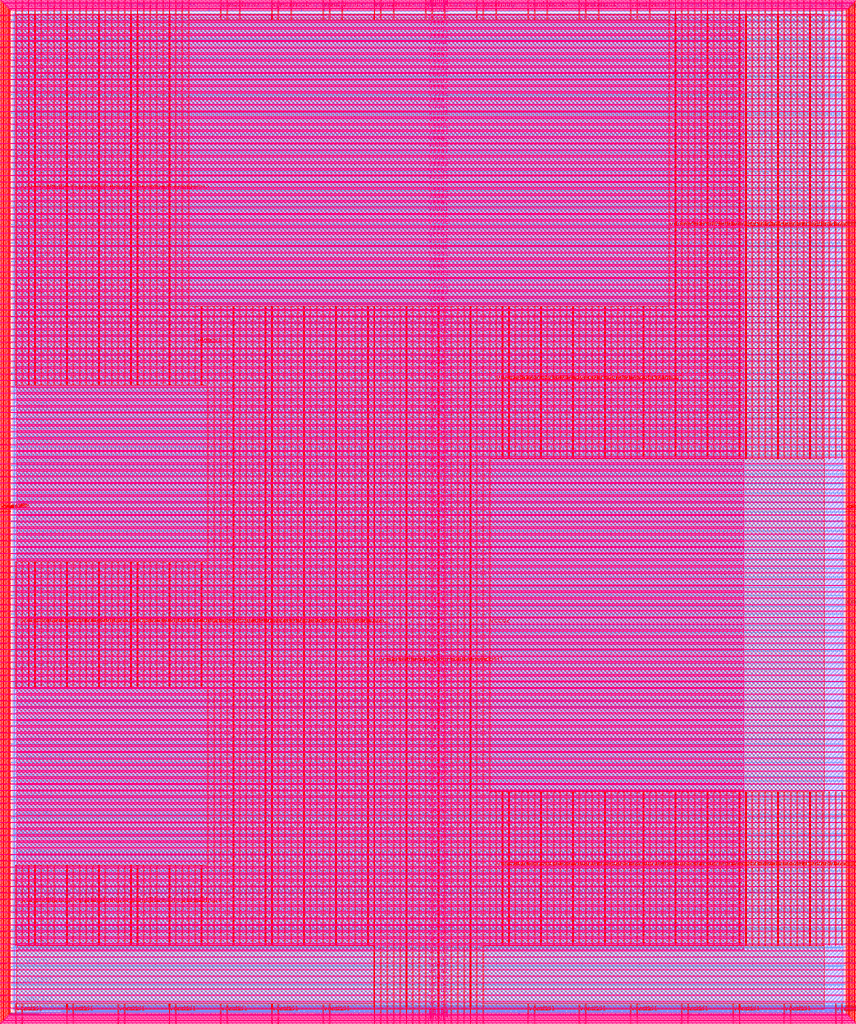
<source format=lef>
VERSION 5.7 ;
  NOWIREEXTENSIONATPIN ON ;
  DIVIDERCHAR "/" ;
  BUSBITCHARS "[]" ;
MACRO user_project_wrapper
  CLASS BLOCK ;
  FOREIGN user_project_wrapper ;
  ORIGIN 0.000 0.000 ;
  SIZE 2920.000 BY 3520.000 ;
  PIN analog_io[0]
    DIRECTION INOUT ;
    USE SIGNAL ;
    PORT
      LAYER met3 ;
        RECT 2917.600 1426.380 2924.800 1427.580 ;
    END
  END analog_io[0]
  PIN analog_io[10]
    DIRECTION INOUT ;
    USE SIGNAL ;
    PORT
      LAYER met2 ;
        RECT 2230.490 3517.600 2231.050 3524.800 ;
    END
  END analog_io[10]
  PIN analog_io[11]
    DIRECTION INOUT ;
    USE SIGNAL ;
    PORT
      LAYER met2 ;
        RECT 1905.730 3517.600 1906.290 3524.800 ;
    END
  END analog_io[11]
  PIN analog_io[12]
    DIRECTION INOUT ;
    USE SIGNAL ;
    PORT
      LAYER met2 ;
        RECT 1581.430 3517.600 1581.990 3524.800 ;
    END
  END analog_io[12]
  PIN analog_io[13]
    DIRECTION INOUT ;
    USE SIGNAL ;
    PORT
      LAYER met2 ;
        RECT 1257.130 3517.600 1257.690 3524.800 ;
    END
  END analog_io[13]
  PIN analog_io[14]
    DIRECTION INOUT ;
    USE SIGNAL ;
    PORT
      LAYER met2 ;
        RECT 932.370 3517.600 932.930 3524.800 ;
    END
  END analog_io[14]
  PIN analog_io[15]
    DIRECTION INOUT ;
    USE SIGNAL ;
    PORT
      LAYER met2 ;
        RECT 608.070 3517.600 608.630 3524.800 ;
    END
  END analog_io[15]
  PIN analog_io[16]
    DIRECTION INOUT ;
    USE SIGNAL ;
    PORT
      LAYER met2 ;
        RECT 283.770 3517.600 284.330 3524.800 ;
    END
  END analog_io[16]
  PIN analog_io[17]
    DIRECTION INOUT ;
    USE SIGNAL ;
    PORT
      LAYER met3 ;
        RECT -4.800 3486.100 2.400 3487.300 ;
    END
  END analog_io[17]
  PIN analog_io[18]
    DIRECTION INOUT ;
    USE SIGNAL ;
    PORT
      LAYER met3 ;
        RECT -4.800 3224.980 2.400 3226.180 ;
    END
  END analog_io[18]
  PIN analog_io[19]
    DIRECTION INOUT ;
    USE SIGNAL ;
    PORT
      LAYER met3 ;
        RECT -4.800 2964.540 2.400 2965.740 ;
    END
  END analog_io[19]
  PIN analog_io[1]
    DIRECTION INOUT ;
    USE SIGNAL ;
    PORT
      LAYER met3 ;
        RECT 2917.600 1692.260 2924.800 1693.460 ;
    END
  END analog_io[1]
  PIN analog_io[20]
    DIRECTION INOUT ;
    USE SIGNAL ;
    PORT
      LAYER met3 ;
        RECT -4.800 2703.420 2.400 2704.620 ;
    END
  END analog_io[20]
  PIN analog_io[21]
    DIRECTION INOUT ;
    USE SIGNAL ;
    PORT
      LAYER met3 ;
        RECT -4.800 2442.980 2.400 2444.180 ;
    END
  END analog_io[21]
  PIN analog_io[22]
    DIRECTION INOUT ;
    USE SIGNAL ;
    PORT
      LAYER met3 ;
        RECT -4.800 2182.540 2.400 2183.740 ;
    END
  END analog_io[22]
  PIN analog_io[23]
    DIRECTION INOUT ;
    USE SIGNAL ;
    PORT
      LAYER met3 ;
        RECT -4.800 1921.420 2.400 1922.620 ;
    END
  END analog_io[23]
  PIN analog_io[24]
    DIRECTION INOUT ;
    USE SIGNAL ;
    PORT
      LAYER met3 ;
        RECT -4.800 1660.980 2.400 1662.180 ;
    END
  END analog_io[24]
  PIN analog_io[25]
    DIRECTION INOUT ;
    USE SIGNAL ;
    PORT
      LAYER met3 ;
        RECT -4.800 1399.860 2.400 1401.060 ;
    END
  END analog_io[25]
  PIN analog_io[26]
    DIRECTION INOUT ;
    USE SIGNAL ;
    PORT
      LAYER met3 ;
        RECT -4.800 1139.420 2.400 1140.620 ;
    END
  END analog_io[26]
  PIN analog_io[27]
    DIRECTION INOUT ;
    USE SIGNAL ;
    PORT
      LAYER met3 ;
        RECT -4.800 878.980 2.400 880.180 ;
    END
  END analog_io[27]
  PIN analog_io[28]
    DIRECTION INOUT ;
    USE SIGNAL ;
    PORT
      LAYER met3 ;
        RECT -4.800 617.860 2.400 619.060 ;
    END
  END analog_io[28]
  PIN analog_io[2]
    DIRECTION INOUT ;
    USE SIGNAL ;
    PORT
      LAYER met3 ;
        RECT 2917.600 1958.140 2924.800 1959.340 ;
    END
  END analog_io[2]
  PIN analog_io[3]
    DIRECTION INOUT ;
    USE SIGNAL ;
    PORT
      LAYER met3 ;
        RECT 2917.600 2223.340 2924.800 2224.540 ;
    END
  END analog_io[3]
  PIN analog_io[4]
    DIRECTION INOUT ;
    USE SIGNAL ;
    PORT
      LAYER met3 ;
        RECT 2917.600 2489.220 2924.800 2490.420 ;
    END
  END analog_io[4]
  PIN analog_io[5]
    DIRECTION INOUT ;
    USE SIGNAL ;
    PORT
      LAYER met3 ;
        RECT 2917.600 2755.100 2924.800 2756.300 ;
    END
  END analog_io[5]
  PIN analog_io[6]
    DIRECTION INOUT ;
    USE SIGNAL ;
    PORT
      LAYER met3 ;
        RECT 2917.600 3020.300 2924.800 3021.500 ;
    END
  END analog_io[6]
  PIN analog_io[7]
    DIRECTION INOUT ;
    USE SIGNAL ;
    PORT
      LAYER met3 ;
        RECT 2917.600 3286.180 2924.800 3287.380 ;
    END
  END analog_io[7]
  PIN analog_io[8]
    DIRECTION INOUT ;
    USE SIGNAL ;
    PORT
      LAYER met2 ;
        RECT 2879.090 3517.600 2879.650 3524.800 ;
    END
  END analog_io[8]
  PIN analog_io[9]
    DIRECTION INOUT ;
    USE SIGNAL ;
    PORT
      LAYER met2 ;
        RECT 2554.790 3517.600 2555.350 3524.800 ;
    END
  END analog_io[9]
  PIN io_in[0]
    DIRECTION INPUT ;
    USE SIGNAL ;
    PORT
      LAYER met3 ;
        RECT 2917.600 32.380 2924.800 33.580 ;
    END
  END io_in[0]
  PIN io_in[10]
    DIRECTION INPUT ;
    USE SIGNAL ;
    PORT
      LAYER met3 ;
        RECT 2917.600 2289.980 2924.800 2291.180 ;
    END
  END io_in[10]
  PIN io_in[11]
    DIRECTION INPUT ;
    USE SIGNAL ;
    PORT
      LAYER met3 ;
        RECT 2917.600 2555.860 2924.800 2557.060 ;
    END
  END io_in[11]
  PIN io_in[12]
    DIRECTION INPUT ;
    USE SIGNAL ;
    PORT
      LAYER met3 ;
        RECT 2917.600 2821.060 2924.800 2822.260 ;
    END
  END io_in[12]
  PIN io_in[13]
    DIRECTION INPUT ;
    USE SIGNAL ;
    PORT
      LAYER met3 ;
        RECT 2917.600 3086.940 2924.800 3088.140 ;
    END
  END io_in[13]
  PIN io_in[14]
    DIRECTION INPUT ;
    USE SIGNAL ;
    PORT
      LAYER met3 ;
        RECT 2917.600 3352.820 2924.800 3354.020 ;
    END
  END io_in[14]
  PIN io_in[15]
    DIRECTION INPUT ;
    USE SIGNAL ;
    PORT
      LAYER met2 ;
        RECT 2798.130 3517.600 2798.690 3524.800 ;
    END
  END io_in[15]
  PIN io_in[16]
    DIRECTION INPUT ;
    USE SIGNAL ;
    PORT
      LAYER met2 ;
        RECT 2473.830 3517.600 2474.390 3524.800 ;
    END
  END io_in[16]
  PIN io_in[17]
    DIRECTION INPUT ;
    USE SIGNAL ;
    PORT
      LAYER met2 ;
        RECT 2149.070 3517.600 2149.630 3524.800 ;
    END
  END io_in[17]
  PIN io_in[18]
    DIRECTION INPUT ;
    USE SIGNAL ;
    PORT
      LAYER met2 ;
        RECT 1824.770 3517.600 1825.330 3524.800 ;
    END
  END io_in[18]
  PIN io_in[19]
    DIRECTION INPUT ;
    USE SIGNAL ;
    PORT
      LAYER met2 ;
        RECT 1500.470 3517.600 1501.030 3524.800 ;
    END
  END io_in[19]
  PIN io_in[1]
    DIRECTION INPUT ;
    USE SIGNAL ;
    PORT
      LAYER met3 ;
        RECT 2917.600 230.940 2924.800 232.140 ;
    END
  END io_in[1]
  PIN io_in[20]
    DIRECTION INPUT ;
    USE SIGNAL ;
    PORT
      LAYER met2 ;
        RECT 1175.710 3517.600 1176.270 3524.800 ;
    END
  END io_in[20]
  PIN io_in[21]
    DIRECTION INPUT ;
    USE SIGNAL ;
    PORT
      LAYER met2 ;
        RECT 851.410 3517.600 851.970 3524.800 ;
    END
  END io_in[21]
  PIN io_in[22]
    DIRECTION INPUT ;
    USE SIGNAL ;
    PORT
      LAYER met2 ;
        RECT 527.110 3517.600 527.670 3524.800 ;
    END
  END io_in[22]
  PIN io_in[23]
    DIRECTION INPUT ;
    USE SIGNAL ;
    PORT
      LAYER met2 ;
        RECT 202.350 3517.600 202.910 3524.800 ;
    END
  END io_in[23]
  PIN io_in[24]
    DIRECTION INPUT ;
    USE SIGNAL ;
    PORT
      LAYER met3 ;
        RECT -4.800 3420.820 2.400 3422.020 ;
    END
  END io_in[24]
  PIN io_in[25]
    DIRECTION INPUT ;
    USE SIGNAL ;
    PORT
      LAYER met3 ;
        RECT -4.800 3159.700 2.400 3160.900 ;
    END
  END io_in[25]
  PIN io_in[26]
    DIRECTION INPUT ;
    USE SIGNAL ;
    PORT
      LAYER met3 ;
        RECT -4.800 2899.260 2.400 2900.460 ;
    END
  END io_in[26]
  PIN io_in[27]
    DIRECTION INPUT ;
    USE SIGNAL ;
    PORT
      LAYER met3 ;
        RECT -4.800 2638.820 2.400 2640.020 ;
    END
  END io_in[27]
  PIN io_in[28]
    DIRECTION INPUT ;
    USE SIGNAL ;
    PORT
      LAYER met3 ;
        RECT -4.800 2377.700 2.400 2378.900 ;
    END
  END io_in[28]
  PIN io_in[29]
    DIRECTION INPUT ;
    USE SIGNAL ;
    PORT
      LAYER met3 ;
        RECT -4.800 2117.260 2.400 2118.460 ;
    END
  END io_in[29]
  PIN io_in[2]
    DIRECTION INPUT ;
    USE SIGNAL ;
    PORT
      LAYER met3 ;
        RECT 2917.600 430.180 2924.800 431.380 ;
    END
  END io_in[2]
  PIN io_in[30]
    DIRECTION INPUT ;
    USE SIGNAL ;
    PORT
      LAYER met3 ;
        RECT -4.800 1856.140 2.400 1857.340 ;
    END
  END io_in[30]
  PIN io_in[31]
    DIRECTION INPUT ;
    USE SIGNAL ;
    PORT
      LAYER met3 ;
        RECT -4.800 1595.700 2.400 1596.900 ;
    END
  END io_in[31]
  PIN io_in[32]
    DIRECTION INPUT ;
    USE SIGNAL ;
    PORT
      LAYER met3 ;
        RECT -4.800 1335.260 2.400 1336.460 ;
    END
  END io_in[32]
  PIN io_in[33]
    DIRECTION INPUT ;
    USE SIGNAL ;
    PORT
      LAYER met3 ;
        RECT -4.800 1074.140 2.400 1075.340 ;
    END
  END io_in[33]
  PIN io_in[34]
    DIRECTION INPUT ;
    USE SIGNAL ;
    PORT
      LAYER met3 ;
        RECT -4.800 813.700 2.400 814.900 ;
    END
  END io_in[34]
  PIN io_in[35]
    DIRECTION INPUT ;
    USE SIGNAL ;
    PORT
      LAYER met3 ;
        RECT -4.800 552.580 2.400 553.780 ;
    END
  END io_in[35]
  PIN io_in[36]
    DIRECTION INPUT ;
    USE SIGNAL ;
    PORT
      LAYER met3 ;
        RECT -4.800 357.420 2.400 358.620 ;
    END
  END io_in[36]
  PIN io_in[37]
    DIRECTION INPUT ;
    USE SIGNAL ;
    PORT
      LAYER met3 ;
        RECT -4.800 161.580 2.400 162.780 ;
    END
  END io_in[37]
  PIN io_in[3]
    DIRECTION INPUT ;
    USE SIGNAL ;
    PORT
      LAYER met3 ;
        RECT 2917.600 629.420 2924.800 630.620 ;
    END
  END io_in[3]
  PIN io_in[4]
    DIRECTION INPUT ;
    USE SIGNAL ;
    PORT
      LAYER met3 ;
        RECT 2917.600 828.660 2924.800 829.860 ;
    END
  END io_in[4]
  PIN io_in[5]
    DIRECTION INPUT ;
    USE SIGNAL ;
    PORT
      LAYER met3 ;
        RECT 2917.600 1027.900 2924.800 1029.100 ;
    END
  END io_in[5]
  PIN io_in[6]
    DIRECTION INPUT ;
    USE SIGNAL ;
    PORT
      LAYER met3 ;
        RECT 2917.600 1227.140 2924.800 1228.340 ;
    END
  END io_in[6]
  PIN io_in[7]
    DIRECTION INPUT ;
    USE SIGNAL ;
    PORT
      LAYER met3 ;
        RECT 2917.600 1493.020 2924.800 1494.220 ;
    END
  END io_in[7]
  PIN io_in[8]
    DIRECTION INPUT ;
    USE SIGNAL ;
    PORT
      LAYER met3 ;
        RECT 2917.600 1758.900 2924.800 1760.100 ;
    END
  END io_in[8]
  PIN io_in[9]
    DIRECTION INPUT ;
    USE SIGNAL ;
    PORT
      LAYER met3 ;
        RECT 2917.600 2024.100 2924.800 2025.300 ;
    END
  END io_in[9]
  PIN io_oeb[0]
    DIRECTION OUTPUT TRISTATE ;
    USE SIGNAL ;
    PORT
      LAYER met3 ;
        RECT 2917.600 164.980 2924.800 166.180 ;
    END
  END io_oeb[0]
  PIN io_oeb[10]
    DIRECTION OUTPUT TRISTATE ;
    USE SIGNAL ;
    PORT
      LAYER met3 ;
        RECT 2917.600 2422.580 2924.800 2423.780 ;
    END
  END io_oeb[10]
  PIN io_oeb[11]
    DIRECTION OUTPUT TRISTATE ;
    USE SIGNAL ;
    PORT
      LAYER met3 ;
        RECT 2917.600 2688.460 2924.800 2689.660 ;
    END
  END io_oeb[11]
  PIN io_oeb[12]
    DIRECTION OUTPUT TRISTATE ;
    USE SIGNAL ;
    PORT
      LAYER met3 ;
        RECT 2917.600 2954.340 2924.800 2955.540 ;
    END
  END io_oeb[12]
  PIN io_oeb[13]
    DIRECTION OUTPUT TRISTATE ;
    USE SIGNAL ;
    PORT
      LAYER met3 ;
        RECT 2917.600 3219.540 2924.800 3220.740 ;
    END
  END io_oeb[13]
  PIN io_oeb[14]
    DIRECTION OUTPUT TRISTATE ;
    USE SIGNAL ;
    PORT
      LAYER met3 ;
        RECT 2917.600 3485.420 2924.800 3486.620 ;
    END
  END io_oeb[14]
  PIN io_oeb[15]
    DIRECTION OUTPUT TRISTATE ;
    USE SIGNAL ;
    PORT
      LAYER met2 ;
        RECT 2635.750 3517.600 2636.310 3524.800 ;
    END
  END io_oeb[15]
  PIN io_oeb[16]
    DIRECTION OUTPUT TRISTATE ;
    USE SIGNAL ;
    PORT
      LAYER met2 ;
        RECT 2311.450 3517.600 2312.010 3524.800 ;
    END
  END io_oeb[16]
  PIN io_oeb[17]
    DIRECTION OUTPUT TRISTATE ;
    USE SIGNAL ;
    PORT
      LAYER met2 ;
        RECT 1987.150 3517.600 1987.710 3524.800 ;
    END
  END io_oeb[17]
  PIN io_oeb[18]
    DIRECTION OUTPUT TRISTATE ;
    USE SIGNAL ;
    PORT
      LAYER met2 ;
        RECT 1662.390 3517.600 1662.950 3524.800 ;
    END
  END io_oeb[18]
  PIN io_oeb[19]
    DIRECTION OUTPUT TRISTATE ;
    USE SIGNAL ;
    PORT
      LAYER met2 ;
        RECT 1338.090 3517.600 1338.650 3524.800 ;
    END
  END io_oeb[19]
  PIN io_oeb[1]
    DIRECTION OUTPUT TRISTATE ;
    USE SIGNAL ;
    PORT
      LAYER met3 ;
        RECT 2917.600 364.220 2924.800 365.420 ;
    END
  END io_oeb[1]
  PIN io_oeb[20]
    DIRECTION OUTPUT TRISTATE ;
    USE SIGNAL ;
    PORT
      LAYER met2 ;
        RECT 1013.790 3517.600 1014.350 3524.800 ;
    END
  END io_oeb[20]
  PIN io_oeb[21]
    DIRECTION OUTPUT TRISTATE ;
    USE SIGNAL ;
    PORT
      LAYER met2 ;
        RECT 689.030 3517.600 689.590 3524.800 ;
    END
  END io_oeb[21]
  PIN io_oeb[22]
    DIRECTION OUTPUT TRISTATE ;
    USE SIGNAL ;
    PORT
      LAYER met2 ;
        RECT 364.730 3517.600 365.290 3524.800 ;
    END
  END io_oeb[22]
  PIN io_oeb[23]
    DIRECTION OUTPUT TRISTATE ;
    USE SIGNAL ;
    PORT
      LAYER met2 ;
        RECT 40.430 3517.600 40.990 3524.800 ;
    END
  END io_oeb[23]
  PIN io_oeb[24]
    DIRECTION OUTPUT TRISTATE ;
    USE SIGNAL ;
    PORT
      LAYER met3 ;
        RECT -4.800 3290.260 2.400 3291.460 ;
    END
  END io_oeb[24]
  PIN io_oeb[25]
    DIRECTION OUTPUT TRISTATE ;
    USE SIGNAL ;
    PORT
      LAYER met3 ;
        RECT -4.800 3029.820 2.400 3031.020 ;
    END
  END io_oeb[25]
  PIN io_oeb[26]
    DIRECTION OUTPUT TRISTATE ;
    USE SIGNAL ;
    PORT
      LAYER met3 ;
        RECT -4.800 2768.700 2.400 2769.900 ;
    END
  END io_oeb[26]
  PIN io_oeb[27]
    DIRECTION OUTPUT TRISTATE ;
    USE SIGNAL ;
    PORT
      LAYER met3 ;
        RECT -4.800 2508.260 2.400 2509.460 ;
    END
  END io_oeb[27]
  PIN io_oeb[28]
    DIRECTION OUTPUT TRISTATE ;
    USE SIGNAL ;
    PORT
      LAYER met3 ;
        RECT -4.800 2247.140 2.400 2248.340 ;
    END
  END io_oeb[28]
  PIN io_oeb[29]
    DIRECTION OUTPUT TRISTATE ;
    USE SIGNAL ;
    PORT
      LAYER met3 ;
        RECT -4.800 1986.700 2.400 1987.900 ;
    END
  END io_oeb[29]
  PIN io_oeb[2]
    DIRECTION OUTPUT TRISTATE ;
    USE SIGNAL ;
    PORT
      LAYER met3 ;
        RECT 2917.600 563.460 2924.800 564.660 ;
    END
  END io_oeb[2]
  PIN io_oeb[30]
    DIRECTION OUTPUT TRISTATE ;
    USE SIGNAL ;
    PORT
      LAYER met3 ;
        RECT -4.800 1726.260 2.400 1727.460 ;
    END
  END io_oeb[30]
  PIN io_oeb[31]
    DIRECTION OUTPUT TRISTATE ;
    USE SIGNAL ;
    PORT
      LAYER met3 ;
        RECT -4.800 1465.140 2.400 1466.340 ;
    END
  END io_oeb[31]
  PIN io_oeb[32]
    DIRECTION OUTPUT TRISTATE ;
    USE SIGNAL ;
    PORT
      LAYER met3 ;
        RECT -4.800 1204.700 2.400 1205.900 ;
    END
  END io_oeb[32]
  PIN io_oeb[33]
    DIRECTION OUTPUT TRISTATE ;
    USE SIGNAL ;
    PORT
      LAYER met3 ;
        RECT -4.800 943.580 2.400 944.780 ;
    END
  END io_oeb[33]
  PIN io_oeb[34]
    DIRECTION OUTPUT TRISTATE ;
    USE SIGNAL ;
    PORT
      LAYER met3 ;
        RECT -4.800 683.140 2.400 684.340 ;
    END
  END io_oeb[34]
  PIN io_oeb[35]
    DIRECTION OUTPUT TRISTATE ;
    USE SIGNAL ;
    PORT
      LAYER met3 ;
        RECT -4.800 422.700 2.400 423.900 ;
    END
  END io_oeb[35]
  PIN io_oeb[36]
    DIRECTION OUTPUT TRISTATE ;
    USE SIGNAL ;
    PORT
      LAYER met3 ;
        RECT -4.800 226.860 2.400 228.060 ;
    END
  END io_oeb[36]
  PIN io_oeb[37]
    DIRECTION OUTPUT TRISTATE ;
    USE SIGNAL ;
    PORT
      LAYER met3 ;
        RECT -4.800 31.700 2.400 32.900 ;
    END
  END io_oeb[37]
  PIN io_oeb[3]
    DIRECTION OUTPUT TRISTATE ;
    USE SIGNAL ;
    PORT
      LAYER met3 ;
        RECT 2917.600 762.700 2924.800 763.900 ;
    END
  END io_oeb[3]
  PIN io_oeb[4]
    DIRECTION OUTPUT TRISTATE ;
    USE SIGNAL ;
    PORT
      LAYER met3 ;
        RECT 2917.600 961.940 2924.800 963.140 ;
    END
  END io_oeb[4]
  PIN io_oeb[5]
    DIRECTION OUTPUT TRISTATE ;
    USE SIGNAL ;
    PORT
      LAYER met3 ;
        RECT 2917.600 1161.180 2924.800 1162.380 ;
    END
  END io_oeb[5]
  PIN io_oeb[6]
    DIRECTION OUTPUT TRISTATE ;
    USE SIGNAL ;
    PORT
      LAYER met3 ;
        RECT 2917.600 1360.420 2924.800 1361.620 ;
    END
  END io_oeb[6]
  PIN io_oeb[7]
    DIRECTION OUTPUT TRISTATE ;
    USE SIGNAL ;
    PORT
      LAYER met3 ;
        RECT 2917.600 1625.620 2924.800 1626.820 ;
    END
  END io_oeb[7]
  PIN io_oeb[8]
    DIRECTION OUTPUT TRISTATE ;
    USE SIGNAL ;
    PORT
      LAYER met3 ;
        RECT 2917.600 1891.500 2924.800 1892.700 ;
    END
  END io_oeb[8]
  PIN io_oeb[9]
    DIRECTION OUTPUT TRISTATE ;
    USE SIGNAL ;
    PORT
      LAYER met3 ;
        RECT 2917.600 2157.380 2924.800 2158.580 ;
    END
  END io_oeb[9]
  PIN io_out[0]
    DIRECTION OUTPUT TRISTATE ;
    USE SIGNAL ;
    PORT
      LAYER met3 ;
        RECT 2917.600 98.340 2924.800 99.540 ;
    END
  END io_out[0]
  PIN io_out[10]
    DIRECTION OUTPUT TRISTATE ;
    USE SIGNAL ;
    PORT
      LAYER met3 ;
        RECT 2917.600 2356.620 2924.800 2357.820 ;
    END
  END io_out[10]
  PIN io_out[11]
    DIRECTION OUTPUT TRISTATE ;
    USE SIGNAL ;
    PORT
      LAYER met3 ;
        RECT 2917.600 2621.820 2924.800 2623.020 ;
    END
  END io_out[11]
  PIN io_out[12]
    DIRECTION OUTPUT TRISTATE ;
    USE SIGNAL ;
    PORT
      LAYER met3 ;
        RECT 2917.600 2887.700 2924.800 2888.900 ;
    END
  END io_out[12]
  PIN io_out[13]
    DIRECTION OUTPUT TRISTATE ;
    USE SIGNAL ;
    PORT
      LAYER met3 ;
        RECT 2917.600 3153.580 2924.800 3154.780 ;
    END
  END io_out[13]
  PIN io_out[14]
    DIRECTION OUTPUT TRISTATE ;
    USE SIGNAL ;
    PORT
      LAYER met3 ;
        RECT 2917.600 3418.780 2924.800 3419.980 ;
    END
  END io_out[14]
  PIN io_out[15]
    DIRECTION OUTPUT TRISTATE ;
    USE SIGNAL ;
    PORT
      LAYER met2 ;
        RECT 2717.170 3517.600 2717.730 3524.800 ;
    END
  END io_out[15]
  PIN io_out[16]
    DIRECTION OUTPUT TRISTATE ;
    USE SIGNAL ;
    PORT
      LAYER met2 ;
        RECT 2392.410 3517.600 2392.970 3524.800 ;
    END
  END io_out[16]
  PIN io_out[17]
    DIRECTION OUTPUT TRISTATE ;
    USE SIGNAL ;
    PORT
      LAYER met2 ;
        RECT 2068.110 3517.600 2068.670 3524.800 ;
    END
  END io_out[17]
  PIN io_out[18]
    DIRECTION OUTPUT TRISTATE ;
    USE SIGNAL ;
    PORT
      LAYER met2 ;
        RECT 1743.810 3517.600 1744.370 3524.800 ;
    END
  END io_out[18]
  PIN io_out[19]
    DIRECTION OUTPUT TRISTATE ;
    USE SIGNAL ;
    PORT
      LAYER met2 ;
        RECT 1419.050 3517.600 1419.610 3524.800 ;
    END
  END io_out[19]
  PIN io_out[1]
    DIRECTION OUTPUT TRISTATE ;
    USE SIGNAL ;
    PORT
      LAYER met3 ;
        RECT 2917.600 297.580 2924.800 298.780 ;
    END
  END io_out[1]
  PIN io_out[20]
    DIRECTION OUTPUT TRISTATE ;
    USE SIGNAL ;
    PORT
      LAYER met2 ;
        RECT 1094.750 3517.600 1095.310 3524.800 ;
    END
  END io_out[20]
  PIN io_out[21]
    DIRECTION OUTPUT TRISTATE ;
    USE SIGNAL ;
    PORT
      LAYER met2 ;
        RECT 770.450 3517.600 771.010 3524.800 ;
    END
  END io_out[21]
  PIN io_out[22]
    DIRECTION OUTPUT TRISTATE ;
    USE SIGNAL ;
    PORT
      LAYER met2 ;
        RECT 445.690 3517.600 446.250 3524.800 ;
    END
  END io_out[22]
  PIN io_out[23]
    DIRECTION OUTPUT TRISTATE ;
    USE SIGNAL ;
    PORT
      LAYER met2 ;
        RECT 121.390 3517.600 121.950 3524.800 ;
    END
  END io_out[23]
  PIN io_out[24]
    DIRECTION OUTPUT TRISTATE ;
    USE SIGNAL ;
    PORT
      LAYER met3 ;
        RECT -4.800 3355.540 2.400 3356.740 ;
    END
  END io_out[24]
  PIN io_out[25]
    DIRECTION OUTPUT TRISTATE ;
    USE SIGNAL ;
    PORT
      LAYER met3 ;
        RECT -4.800 3095.100 2.400 3096.300 ;
    END
  END io_out[25]
  PIN io_out[26]
    DIRECTION OUTPUT TRISTATE ;
    USE SIGNAL ;
    PORT
      LAYER met3 ;
        RECT -4.800 2833.980 2.400 2835.180 ;
    END
  END io_out[26]
  PIN io_out[27]
    DIRECTION OUTPUT TRISTATE ;
    USE SIGNAL ;
    PORT
      LAYER met3 ;
        RECT -4.800 2573.540 2.400 2574.740 ;
    END
  END io_out[27]
  PIN io_out[28]
    DIRECTION OUTPUT TRISTATE ;
    USE SIGNAL ;
    PORT
      LAYER met3 ;
        RECT -4.800 2312.420 2.400 2313.620 ;
    END
  END io_out[28]
  PIN io_out[29]
    DIRECTION OUTPUT TRISTATE ;
    USE SIGNAL ;
    PORT
      LAYER met3 ;
        RECT -4.800 2051.980 2.400 2053.180 ;
    END
  END io_out[29]
  PIN io_out[2]
    DIRECTION OUTPUT TRISTATE ;
    USE SIGNAL ;
    PORT
      LAYER met3 ;
        RECT 2917.600 496.820 2924.800 498.020 ;
    END
  END io_out[2]
  PIN io_out[30]
    DIRECTION OUTPUT TRISTATE ;
    USE SIGNAL ;
    PORT
      LAYER met3 ;
        RECT -4.800 1791.540 2.400 1792.740 ;
    END
  END io_out[30]
  PIN io_out[31]
    DIRECTION OUTPUT TRISTATE ;
    USE SIGNAL ;
    PORT
      LAYER met3 ;
        RECT -4.800 1530.420 2.400 1531.620 ;
    END
  END io_out[31]
  PIN io_out[32]
    DIRECTION OUTPUT TRISTATE ;
    USE SIGNAL ;
    PORT
      LAYER met3 ;
        RECT -4.800 1269.980 2.400 1271.180 ;
    END
  END io_out[32]
  PIN io_out[33]
    DIRECTION OUTPUT TRISTATE ;
    USE SIGNAL ;
    PORT
      LAYER met3 ;
        RECT -4.800 1008.860 2.400 1010.060 ;
    END
  END io_out[33]
  PIN io_out[34]
    DIRECTION OUTPUT TRISTATE ;
    USE SIGNAL ;
    PORT
      LAYER met3 ;
        RECT -4.800 748.420 2.400 749.620 ;
    END
  END io_out[34]
  PIN io_out[35]
    DIRECTION OUTPUT TRISTATE ;
    USE SIGNAL ;
    PORT
      LAYER met3 ;
        RECT -4.800 487.300 2.400 488.500 ;
    END
  END io_out[35]
  PIN io_out[36]
    DIRECTION OUTPUT TRISTATE ;
    USE SIGNAL ;
    PORT
      LAYER met3 ;
        RECT -4.800 292.140 2.400 293.340 ;
    END
  END io_out[36]
  PIN io_out[37]
    DIRECTION OUTPUT TRISTATE ;
    USE SIGNAL ;
    PORT
      LAYER met3 ;
        RECT -4.800 96.300 2.400 97.500 ;
    END
  END io_out[37]
  PIN io_out[3]
    DIRECTION OUTPUT TRISTATE ;
    USE SIGNAL ;
    PORT
      LAYER met3 ;
        RECT 2917.600 696.060 2924.800 697.260 ;
    END
  END io_out[3]
  PIN io_out[4]
    DIRECTION OUTPUT TRISTATE ;
    USE SIGNAL ;
    PORT
      LAYER met3 ;
        RECT 2917.600 895.300 2924.800 896.500 ;
    END
  END io_out[4]
  PIN io_out[5]
    DIRECTION OUTPUT TRISTATE ;
    USE SIGNAL ;
    PORT
      LAYER met3 ;
        RECT 2917.600 1094.540 2924.800 1095.740 ;
    END
  END io_out[5]
  PIN io_out[6]
    DIRECTION OUTPUT TRISTATE ;
    USE SIGNAL ;
    PORT
      LAYER met3 ;
        RECT 2917.600 1293.780 2924.800 1294.980 ;
    END
  END io_out[6]
  PIN io_out[7]
    DIRECTION OUTPUT TRISTATE ;
    USE SIGNAL ;
    PORT
      LAYER met3 ;
        RECT 2917.600 1559.660 2924.800 1560.860 ;
    END
  END io_out[7]
  PIN io_out[8]
    DIRECTION OUTPUT TRISTATE ;
    USE SIGNAL ;
    PORT
      LAYER met3 ;
        RECT 2917.600 1824.860 2924.800 1826.060 ;
    END
  END io_out[8]
  PIN io_out[9]
    DIRECTION OUTPUT TRISTATE ;
    USE SIGNAL ;
    PORT
      LAYER met3 ;
        RECT 2917.600 2090.740 2924.800 2091.940 ;
    END
  END io_out[9]
  PIN la_data_in[0]
    DIRECTION INPUT ;
    USE SIGNAL ;
    PORT
      LAYER met2 ;
        RECT 629.230 -4.800 629.790 2.400 ;
    END
  END la_data_in[0]
  PIN la_data_in[100]
    DIRECTION INPUT ;
    USE SIGNAL ;
    PORT
      LAYER met2 ;
        RECT 2402.530 -4.800 2403.090 2.400 ;
    END
  END la_data_in[100]
  PIN la_data_in[101]
    DIRECTION INPUT ;
    USE SIGNAL ;
    PORT
      LAYER met2 ;
        RECT 2420.010 -4.800 2420.570 2.400 ;
    END
  END la_data_in[101]
  PIN la_data_in[102]
    DIRECTION INPUT ;
    USE SIGNAL ;
    PORT
      LAYER met2 ;
        RECT 2437.950 -4.800 2438.510 2.400 ;
    END
  END la_data_in[102]
  PIN la_data_in[103]
    DIRECTION INPUT ;
    USE SIGNAL ;
    PORT
      LAYER met2 ;
        RECT 2455.430 -4.800 2455.990 2.400 ;
    END
  END la_data_in[103]
  PIN la_data_in[104]
    DIRECTION INPUT ;
    USE SIGNAL ;
    PORT
      LAYER met2 ;
        RECT 2473.370 -4.800 2473.930 2.400 ;
    END
  END la_data_in[104]
  PIN la_data_in[105]
    DIRECTION INPUT ;
    USE SIGNAL ;
    PORT
      LAYER met2 ;
        RECT 2490.850 -4.800 2491.410 2.400 ;
    END
  END la_data_in[105]
  PIN la_data_in[106]
    DIRECTION INPUT ;
    USE SIGNAL ;
    PORT
      LAYER met2 ;
        RECT 2508.790 -4.800 2509.350 2.400 ;
    END
  END la_data_in[106]
  PIN la_data_in[107]
    DIRECTION INPUT ;
    USE SIGNAL ;
    PORT
      LAYER met2 ;
        RECT 2526.730 -4.800 2527.290 2.400 ;
    END
  END la_data_in[107]
  PIN la_data_in[108]
    DIRECTION INPUT ;
    USE SIGNAL ;
    PORT
      LAYER met2 ;
        RECT 2544.210 -4.800 2544.770 2.400 ;
    END
  END la_data_in[108]
  PIN la_data_in[109]
    DIRECTION INPUT ;
    USE SIGNAL ;
    PORT
      LAYER met2 ;
        RECT 2562.150 -4.800 2562.710 2.400 ;
    END
  END la_data_in[109]
  PIN la_data_in[10]
    DIRECTION INPUT ;
    USE SIGNAL ;
    PORT
      LAYER met2 ;
        RECT 806.330 -4.800 806.890 2.400 ;
    END
  END la_data_in[10]
  PIN la_data_in[110]
    DIRECTION INPUT ;
    USE SIGNAL ;
    PORT
      LAYER met2 ;
        RECT 2579.630 -4.800 2580.190 2.400 ;
    END
  END la_data_in[110]
  PIN la_data_in[111]
    DIRECTION INPUT ;
    USE SIGNAL ;
    PORT
      LAYER met2 ;
        RECT 2597.570 -4.800 2598.130 2.400 ;
    END
  END la_data_in[111]
  PIN la_data_in[112]
    DIRECTION INPUT ;
    USE SIGNAL ;
    PORT
      LAYER met2 ;
        RECT 2615.050 -4.800 2615.610 2.400 ;
    END
  END la_data_in[112]
  PIN la_data_in[113]
    DIRECTION INPUT ;
    USE SIGNAL ;
    PORT
      LAYER met2 ;
        RECT 2632.990 -4.800 2633.550 2.400 ;
    END
  END la_data_in[113]
  PIN la_data_in[114]
    DIRECTION INPUT ;
    USE SIGNAL ;
    PORT
      LAYER met2 ;
        RECT 2650.470 -4.800 2651.030 2.400 ;
    END
  END la_data_in[114]
  PIN la_data_in[115]
    DIRECTION INPUT ;
    USE SIGNAL ;
    PORT
      LAYER met2 ;
        RECT 2668.410 -4.800 2668.970 2.400 ;
    END
  END la_data_in[115]
  PIN la_data_in[116]
    DIRECTION INPUT ;
    USE SIGNAL ;
    PORT
      LAYER met2 ;
        RECT 2685.890 -4.800 2686.450 2.400 ;
    END
  END la_data_in[116]
  PIN la_data_in[117]
    DIRECTION INPUT ;
    USE SIGNAL ;
    PORT
      LAYER met2 ;
        RECT 2703.830 -4.800 2704.390 2.400 ;
    END
  END la_data_in[117]
  PIN la_data_in[118]
    DIRECTION INPUT ;
    USE SIGNAL ;
    PORT
      LAYER met2 ;
        RECT 2721.770 -4.800 2722.330 2.400 ;
    END
  END la_data_in[118]
  PIN la_data_in[119]
    DIRECTION INPUT ;
    USE SIGNAL ;
    PORT
      LAYER met2 ;
        RECT 2739.250 -4.800 2739.810 2.400 ;
    END
  END la_data_in[119]
  PIN la_data_in[11]
    DIRECTION INPUT ;
    USE SIGNAL ;
    PORT
      LAYER met2 ;
        RECT 824.270 -4.800 824.830 2.400 ;
    END
  END la_data_in[11]
  PIN la_data_in[120]
    DIRECTION INPUT ;
    USE SIGNAL ;
    PORT
      LAYER met2 ;
        RECT 2757.190 -4.800 2757.750 2.400 ;
    END
  END la_data_in[120]
  PIN la_data_in[121]
    DIRECTION INPUT ;
    USE SIGNAL ;
    PORT
      LAYER met2 ;
        RECT 2774.670 -4.800 2775.230 2.400 ;
    END
  END la_data_in[121]
  PIN la_data_in[122]
    DIRECTION INPUT ;
    USE SIGNAL ;
    PORT
      LAYER met2 ;
        RECT 2792.610 -4.800 2793.170 2.400 ;
    END
  END la_data_in[122]
  PIN la_data_in[123]
    DIRECTION INPUT ;
    USE SIGNAL ;
    PORT
      LAYER met2 ;
        RECT 2810.090 -4.800 2810.650 2.400 ;
    END
  END la_data_in[123]
  PIN la_data_in[124]
    DIRECTION INPUT ;
    USE SIGNAL ;
    PORT
      LAYER met2 ;
        RECT 2828.030 -4.800 2828.590 2.400 ;
    END
  END la_data_in[124]
  PIN la_data_in[125]
    DIRECTION INPUT ;
    USE SIGNAL ;
    PORT
      LAYER met2 ;
        RECT 2845.510 -4.800 2846.070 2.400 ;
    END
  END la_data_in[125]
  PIN la_data_in[126]
    DIRECTION INPUT ;
    USE SIGNAL ;
    PORT
      LAYER met2 ;
        RECT 2863.450 -4.800 2864.010 2.400 ;
    END
  END la_data_in[126]
  PIN la_data_in[127]
    DIRECTION INPUT ;
    USE SIGNAL ;
    PORT
      LAYER met2 ;
        RECT 2881.390 -4.800 2881.950 2.400 ;
    END
  END la_data_in[127]
  PIN la_data_in[12]
    DIRECTION INPUT ;
    USE SIGNAL ;
    PORT
      LAYER met2 ;
        RECT 841.750 -4.800 842.310 2.400 ;
    END
  END la_data_in[12]
  PIN la_data_in[13]
    DIRECTION INPUT ;
    USE SIGNAL ;
    PORT
      LAYER met2 ;
        RECT 859.690 -4.800 860.250 2.400 ;
    END
  END la_data_in[13]
  PIN la_data_in[14]
    DIRECTION INPUT ;
    USE SIGNAL ;
    PORT
      LAYER met2 ;
        RECT 877.170 -4.800 877.730 2.400 ;
    END
  END la_data_in[14]
  PIN la_data_in[15]
    DIRECTION INPUT ;
    USE SIGNAL ;
    PORT
      LAYER met2 ;
        RECT 895.110 -4.800 895.670 2.400 ;
    END
  END la_data_in[15]
  PIN la_data_in[16]
    DIRECTION INPUT ;
    USE SIGNAL ;
    PORT
      LAYER met2 ;
        RECT 912.590 -4.800 913.150 2.400 ;
    END
  END la_data_in[16]
  PIN la_data_in[17]
    DIRECTION INPUT ;
    USE SIGNAL ;
    PORT
      LAYER met2 ;
        RECT 930.530 -4.800 931.090 2.400 ;
    END
  END la_data_in[17]
  PIN la_data_in[18]
    DIRECTION INPUT ;
    USE SIGNAL ;
    PORT
      LAYER met2 ;
        RECT 948.470 -4.800 949.030 2.400 ;
    END
  END la_data_in[18]
  PIN la_data_in[19]
    DIRECTION INPUT ;
    USE SIGNAL ;
    PORT
      LAYER met2 ;
        RECT 965.950 -4.800 966.510 2.400 ;
    END
  END la_data_in[19]
  PIN la_data_in[1]
    DIRECTION INPUT ;
    USE SIGNAL ;
    PORT
      LAYER met2 ;
        RECT 646.710 -4.800 647.270 2.400 ;
    END
  END la_data_in[1]
  PIN la_data_in[20]
    DIRECTION INPUT ;
    USE SIGNAL ;
    PORT
      LAYER met2 ;
        RECT 983.890 -4.800 984.450 2.400 ;
    END
  END la_data_in[20]
  PIN la_data_in[21]
    DIRECTION INPUT ;
    USE SIGNAL ;
    PORT
      LAYER met2 ;
        RECT 1001.370 -4.800 1001.930 2.400 ;
    END
  END la_data_in[21]
  PIN la_data_in[22]
    DIRECTION INPUT ;
    USE SIGNAL ;
    PORT
      LAYER met2 ;
        RECT 1019.310 -4.800 1019.870 2.400 ;
    END
  END la_data_in[22]
  PIN la_data_in[23]
    DIRECTION INPUT ;
    USE SIGNAL ;
    PORT
      LAYER met2 ;
        RECT 1036.790 -4.800 1037.350 2.400 ;
    END
  END la_data_in[23]
  PIN la_data_in[24]
    DIRECTION INPUT ;
    USE SIGNAL ;
    PORT
      LAYER met2 ;
        RECT 1054.730 -4.800 1055.290 2.400 ;
    END
  END la_data_in[24]
  PIN la_data_in[25]
    DIRECTION INPUT ;
    USE SIGNAL ;
    PORT
      LAYER met2 ;
        RECT 1072.210 -4.800 1072.770 2.400 ;
    END
  END la_data_in[25]
  PIN la_data_in[26]
    DIRECTION INPUT ;
    USE SIGNAL ;
    PORT
      LAYER met2 ;
        RECT 1090.150 -4.800 1090.710 2.400 ;
    END
  END la_data_in[26]
  PIN la_data_in[27]
    DIRECTION INPUT ;
    USE SIGNAL ;
    PORT
      LAYER met2 ;
        RECT 1107.630 -4.800 1108.190 2.400 ;
    END
  END la_data_in[27]
  PIN la_data_in[28]
    DIRECTION INPUT ;
    USE SIGNAL ;
    PORT
      LAYER met2 ;
        RECT 1125.570 -4.800 1126.130 2.400 ;
    END
  END la_data_in[28]
  PIN la_data_in[29]
    DIRECTION INPUT ;
    USE SIGNAL ;
    PORT
      LAYER met2 ;
        RECT 1143.510 -4.800 1144.070 2.400 ;
    END
  END la_data_in[29]
  PIN la_data_in[2]
    DIRECTION INPUT ;
    USE SIGNAL ;
    PORT
      LAYER met2 ;
        RECT 664.650 -4.800 665.210 2.400 ;
    END
  END la_data_in[2]
  PIN la_data_in[30]
    DIRECTION INPUT ;
    USE SIGNAL ;
    PORT
      LAYER met2 ;
        RECT 1160.990 -4.800 1161.550 2.400 ;
    END
  END la_data_in[30]
  PIN la_data_in[31]
    DIRECTION INPUT ;
    USE SIGNAL ;
    PORT
      LAYER met2 ;
        RECT 1178.930 -4.800 1179.490 2.400 ;
    END
  END la_data_in[31]
  PIN la_data_in[32]
    DIRECTION INPUT ;
    USE SIGNAL ;
    PORT
      LAYER met2 ;
        RECT 1196.410 -4.800 1196.970 2.400 ;
    END
  END la_data_in[32]
  PIN la_data_in[33]
    DIRECTION INPUT ;
    USE SIGNAL ;
    PORT
      LAYER met2 ;
        RECT 1214.350 -4.800 1214.910 2.400 ;
    END
  END la_data_in[33]
  PIN la_data_in[34]
    DIRECTION INPUT ;
    USE SIGNAL ;
    PORT
      LAYER met2 ;
        RECT 1231.830 -4.800 1232.390 2.400 ;
    END
  END la_data_in[34]
  PIN la_data_in[35]
    DIRECTION INPUT ;
    USE SIGNAL ;
    PORT
      LAYER met2 ;
        RECT 1249.770 -4.800 1250.330 2.400 ;
    END
  END la_data_in[35]
  PIN la_data_in[36]
    DIRECTION INPUT ;
    USE SIGNAL ;
    PORT
      LAYER met2 ;
        RECT 1267.250 -4.800 1267.810 2.400 ;
    END
  END la_data_in[36]
  PIN la_data_in[37]
    DIRECTION INPUT ;
    USE SIGNAL ;
    PORT
      LAYER met2 ;
        RECT 1285.190 -4.800 1285.750 2.400 ;
    END
  END la_data_in[37]
  PIN la_data_in[38]
    DIRECTION INPUT ;
    USE SIGNAL ;
    PORT
      LAYER met2 ;
        RECT 1303.130 -4.800 1303.690 2.400 ;
    END
  END la_data_in[38]
  PIN la_data_in[39]
    DIRECTION INPUT ;
    USE SIGNAL ;
    PORT
      LAYER met2 ;
        RECT 1320.610 -4.800 1321.170 2.400 ;
    END
  END la_data_in[39]
  PIN la_data_in[3]
    DIRECTION INPUT ;
    USE SIGNAL ;
    PORT
      LAYER met2 ;
        RECT 682.130 -4.800 682.690 2.400 ;
    END
  END la_data_in[3]
  PIN la_data_in[40]
    DIRECTION INPUT ;
    USE SIGNAL ;
    PORT
      LAYER met2 ;
        RECT 1338.550 -4.800 1339.110 2.400 ;
    END
  END la_data_in[40]
  PIN la_data_in[41]
    DIRECTION INPUT ;
    USE SIGNAL ;
    PORT
      LAYER met2 ;
        RECT 1356.030 -4.800 1356.590 2.400 ;
    END
  END la_data_in[41]
  PIN la_data_in[42]
    DIRECTION INPUT ;
    USE SIGNAL ;
    PORT
      LAYER met2 ;
        RECT 1373.970 -4.800 1374.530 2.400 ;
    END
  END la_data_in[42]
  PIN la_data_in[43]
    DIRECTION INPUT ;
    USE SIGNAL ;
    PORT
      LAYER met2 ;
        RECT 1391.450 -4.800 1392.010 2.400 ;
    END
  END la_data_in[43]
  PIN la_data_in[44]
    DIRECTION INPUT ;
    USE SIGNAL ;
    PORT
      LAYER met2 ;
        RECT 1409.390 -4.800 1409.950 2.400 ;
    END
  END la_data_in[44]
  PIN la_data_in[45]
    DIRECTION INPUT ;
    USE SIGNAL ;
    PORT
      LAYER met2 ;
        RECT 1426.870 -4.800 1427.430 2.400 ;
    END
  END la_data_in[45]
  PIN la_data_in[46]
    DIRECTION INPUT ;
    USE SIGNAL ;
    PORT
      LAYER met2 ;
        RECT 1444.810 -4.800 1445.370 2.400 ;
    END
  END la_data_in[46]
  PIN la_data_in[47]
    DIRECTION INPUT ;
    USE SIGNAL ;
    PORT
      LAYER met2 ;
        RECT 1462.750 -4.800 1463.310 2.400 ;
    END
  END la_data_in[47]
  PIN la_data_in[48]
    DIRECTION INPUT ;
    USE SIGNAL ;
    PORT
      LAYER met2 ;
        RECT 1480.230 -4.800 1480.790 2.400 ;
    END
  END la_data_in[48]
  PIN la_data_in[49]
    DIRECTION INPUT ;
    USE SIGNAL ;
    PORT
      LAYER met2 ;
        RECT 1498.170 -4.800 1498.730 2.400 ;
    END
  END la_data_in[49]
  PIN la_data_in[4]
    DIRECTION INPUT ;
    USE SIGNAL ;
    PORT
      LAYER met2 ;
        RECT 700.070 -4.800 700.630 2.400 ;
    END
  END la_data_in[4]
  PIN la_data_in[50]
    DIRECTION INPUT ;
    USE SIGNAL ;
    PORT
      LAYER met2 ;
        RECT 1515.650 -4.800 1516.210 2.400 ;
    END
  END la_data_in[50]
  PIN la_data_in[51]
    DIRECTION INPUT ;
    USE SIGNAL ;
    PORT
      LAYER met2 ;
        RECT 1533.590 -4.800 1534.150 2.400 ;
    END
  END la_data_in[51]
  PIN la_data_in[52]
    DIRECTION INPUT ;
    USE SIGNAL ;
    PORT
      LAYER met2 ;
        RECT 1551.070 -4.800 1551.630 2.400 ;
    END
  END la_data_in[52]
  PIN la_data_in[53]
    DIRECTION INPUT ;
    USE SIGNAL ;
    PORT
      LAYER met2 ;
        RECT 1569.010 -4.800 1569.570 2.400 ;
    END
  END la_data_in[53]
  PIN la_data_in[54]
    DIRECTION INPUT ;
    USE SIGNAL ;
    PORT
      LAYER met2 ;
        RECT 1586.490 -4.800 1587.050 2.400 ;
    END
  END la_data_in[54]
  PIN la_data_in[55]
    DIRECTION INPUT ;
    USE SIGNAL ;
    PORT
      LAYER met2 ;
        RECT 1604.430 -4.800 1604.990 2.400 ;
    END
  END la_data_in[55]
  PIN la_data_in[56]
    DIRECTION INPUT ;
    USE SIGNAL ;
    PORT
      LAYER met2 ;
        RECT 1621.910 -4.800 1622.470 2.400 ;
    END
  END la_data_in[56]
  PIN la_data_in[57]
    DIRECTION INPUT ;
    USE SIGNAL ;
    PORT
      LAYER met2 ;
        RECT 1639.850 -4.800 1640.410 2.400 ;
    END
  END la_data_in[57]
  PIN la_data_in[58]
    DIRECTION INPUT ;
    USE SIGNAL ;
    PORT
      LAYER met2 ;
        RECT 1657.790 -4.800 1658.350 2.400 ;
    END
  END la_data_in[58]
  PIN la_data_in[59]
    DIRECTION INPUT ;
    USE SIGNAL ;
    PORT
      LAYER met2 ;
        RECT 1675.270 -4.800 1675.830 2.400 ;
    END
  END la_data_in[59]
  PIN la_data_in[5]
    DIRECTION INPUT ;
    USE SIGNAL ;
    PORT
      LAYER met2 ;
        RECT 717.550 -4.800 718.110 2.400 ;
    END
  END la_data_in[5]
  PIN la_data_in[60]
    DIRECTION INPUT ;
    USE SIGNAL ;
    PORT
      LAYER met2 ;
        RECT 1693.210 -4.800 1693.770 2.400 ;
    END
  END la_data_in[60]
  PIN la_data_in[61]
    DIRECTION INPUT ;
    USE SIGNAL ;
    PORT
      LAYER met2 ;
        RECT 1710.690 -4.800 1711.250 2.400 ;
    END
  END la_data_in[61]
  PIN la_data_in[62]
    DIRECTION INPUT ;
    USE SIGNAL ;
    PORT
      LAYER met2 ;
        RECT 1728.630 -4.800 1729.190 2.400 ;
    END
  END la_data_in[62]
  PIN la_data_in[63]
    DIRECTION INPUT ;
    USE SIGNAL ;
    PORT
      LAYER met2 ;
        RECT 1746.110 -4.800 1746.670 2.400 ;
    END
  END la_data_in[63]
  PIN la_data_in[64]
    DIRECTION INPUT ;
    USE SIGNAL ;
    PORT
      LAYER met2 ;
        RECT 1764.050 -4.800 1764.610 2.400 ;
    END
  END la_data_in[64]
  PIN la_data_in[65]
    DIRECTION INPUT ;
    USE SIGNAL ;
    PORT
      LAYER met2 ;
        RECT 1781.530 -4.800 1782.090 2.400 ;
    END
  END la_data_in[65]
  PIN la_data_in[66]
    DIRECTION INPUT ;
    USE SIGNAL ;
    PORT
      LAYER met2 ;
        RECT 1799.470 -4.800 1800.030 2.400 ;
    END
  END la_data_in[66]
  PIN la_data_in[67]
    DIRECTION INPUT ;
    USE SIGNAL ;
    PORT
      LAYER met2 ;
        RECT 1817.410 -4.800 1817.970 2.400 ;
    END
  END la_data_in[67]
  PIN la_data_in[68]
    DIRECTION INPUT ;
    USE SIGNAL ;
    PORT
      LAYER met2 ;
        RECT 1834.890 -4.800 1835.450 2.400 ;
    END
  END la_data_in[68]
  PIN la_data_in[69]
    DIRECTION INPUT ;
    USE SIGNAL ;
    PORT
      LAYER met2 ;
        RECT 1852.830 -4.800 1853.390 2.400 ;
    END
  END la_data_in[69]
  PIN la_data_in[6]
    DIRECTION INPUT ;
    USE SIGNAL ;
    PORT
      LAYER met2 ;
        RECT 735.490 -4.800 736.050 2.400 ;
    END
  END la_data_in[6]
  PIN la_data_in[70]
    DIRECTION INPUT ;
    USE SIGNAL ;
    PORT
      LAYER met2 ;
        RECT 1870.310 -4.800 1870.870 2.400 ;
    END
  END la_data_in[70]
  PIN la_data_in[71]
    DIRECTION INPUT ;
    USE SIGNAL ;
    PORT
      LAYER met2 ;
        RECT 1888.250 -4.800 1888.810 2.400 ;
    END
  END la_data_in[71]
  PIN la_data_in[72]
    DIRECTION INPUT ;
    USE SIGNAL ;
    PORT
      LAYER met2 ;
        RECT 1905.730 -4.800 1906.290 2.400 ;
    END
  END la_data_in[72]
  PIN la_data_in[73]
    DIRECTION INPUT ;
    USE SIGNAL ;
    PORT
      LAYER met2 ;
        RECT 1923.670 -4.800 1924.230 2.400 ;
    END
  END la_data_in[73]
  PIN la_data_in[74]
    DIRECTION INPUT ;
    USE SIGNAL ;
    PORT
      LAYER met2 ;
        RECT 1941.150 -4.800 1941.710 2.400 ;
    END
  END la_data_in[74]
  PIN la_data_in[75]
    DIRECTION INPUT ;
    USE SIGNAL ;
    PORT
      LAYER met2 ;
        RECT 1959.090 -4.800 1959.650 2.400 ;
    END
  END la_data_in[75]
  PIN la_data_in[76]
    DIRECTION INPUT ;
    USE SIGNAL ;
    PORT
      LAYER met2 ;
        RECT 1976.570 -4.800 1977.130 2.400 ;
    END
  END la_data_in[76]
  PIN la_data_in[77]
    DIRECTION INPUT ;
    USE SIGNAL ;
    PORT
      LAYER met2 ;
        RECT 1994.510 -4.800 1995.070 2.400 ;
    END
  END la_data_in[77]
  PIN la_data_in[78]
    DIRECTION INPUT ;
    USE SIGNAL ;
    PORT
      LAYER met2 ;
        RECT 2012.450 -4.800 2013.010 2.400 ;
    END
  END la_data_in[78]
  PIN la_data_in[79]
    DIRECTION INPUT ;
    USE SIGNAL ;
    PORT
      LAYER met2 ;
        RECT 2029.930 -4.800 2030.490 2.400 ;
    END
  END la_data_in[79]
  PIN la_data_in[7]
    DIRECTION INPUT ;
    USE SIGNAL ;
    PORT
      LAYER met2 ;
        RECT 752.970 -4.800 753.530 2.400 ;
    END
  END la_data_in[7]
  PIN la_data_in[80]
    DIRECTION INPUT ;
    USE SIGNAL ;
    PORT
      LAYER met2 ;
        RECT 2047.870 -4.800 2048.430 2.400 ;
    END
  END la_data_in[80]
  PIN la_data_in[81]
    DIRECTION INPUT ;
    USE SIGNAL ;
    PORT
      LAYER met2 ;
        RECT 2065.350 -4.800 2065.910 2.400 ;
    END
  END la_data_in[81]
  PIN la_data_in[82]
    DIRECTION INPUT ;
    USE SIGNAL ;
    PORT
      LAYER met2 ;
        RECT 2083.290 -4.800 2083.850 2.400 ;
    END
  END la_data_in[82]
  PIN la_data_in[83]
    DIRECTION INPUT ;
    USE SIGNAL ;
    PORT
      LAYER met2 ;
        RECT 2100.770 -4.800 2101.330 2.400 ;
    END
  END la_data_in[83]
  PIN la_data_in[84]
    DIRECTION INPUT ;
    USE SIGNAL ;
    PORT
      LAYER met2 ;
        RECT 2118.710 -4.800 2119.270 2.400 ;
    END
  END la_data_in[84]
  PIN la_data_in[85]
    DIRECTION INPUT ;
    USE SIGNAL ;
    PORT
      LAYER met2 ;
        RECT 2136.190 -4.800 2136.750 2.400 ;
    END
  END la_data_in[85]
  PIN la_data_in[86]
    DIRECTION INPUT ;
    USE SIGNAL ;
    PORT
      LAYER met2 ;
        RECT 2154.130 -4.800 2154.690 2.400 ;
    END
  END la_data_in[86]
  PIN la_data_in[87]
    DIRECTION INPUT ;
    USE SIGNAL ;
    PORT
      LAYER met2 ;
        RECT 2172.070 -4.800 2172.630 2.400 ;
    END
  END la_data_in[87]
  PIN la_data_in[88]
    DIRECTION INPUT ;
    USE SIGNAL ;
    PORT
      LAYER met2 ;
        RECT 2189.550 -4.800 2190.110 2.400 ;
    END
  END la_data_in[88]
  PIN la_data_in[89]
    DIRECTION INPUT ;
    USE SIGNAL ;
    PORT
      LAYER met2 ;
        RECT 2207.490 -4.800 2208.050 2.400 ;
    END
  END la_data_in[89]
  PIN la_data_in[8]
    DIRECTION INPUT ;
    USE SIGNAL ;
    PORT
      LAYER met2 ;
        RECT 770.910 -4.800 771.470 2.400 ;
    END
  END la_data_in[8]
  PIN la_data_in[90]
    DIRECTION INPUT ;
    USE SIGNAL ;
    PORT
      LAYER met2 ;
        RECT 2224.970 -4.800 2225.530 2.400 ;
    END
  END la_data_in[90]
  PIN la_data_in[91]
    DIRECTION INPUT ;
    USE SIGNAL ;
    PORT
      LAYER met2 ;
        RECT 2242.910 -4.800 2243.470 2.400 ;
    END
  END la_data_in[91]
  PIN la_data_in[92]
    DIRECTION INPUT ;
    USE SIGNAL ;
    PORT
      LAYER met2 ;
        RECT 2260.390 -4.800 2260.950 2.400 ;
    END
  END la_data_in[92]
  PIN la_data_in[93]
    DIRECTION INPUT ;
    USE SIGNAL ;
    PORT
      LAYER met2 ;
        RECT 2278.330 -4.800 2278.890 2.400 ;
    END
  END la_data_in[93]
  PIN la_data_in[94]
    DIRECTION INPUT ;
    USE SIGNAL ;
    PORT
      LAYER met2 ;
        RECT 2295.810 -4.800 2296.370 2.400 ;
    END
  END la_data_in[94]
  PIN la_data_in[95]
    DIRECTION INPUT ;
    USE SIGNAL ;
    PORT
      LAYER met2 ;
        RECT 2313.750 -4.800 2314.310 2.400 ;
    END
  END la_data_in[95]
  PIN la_data_in[96]
    DIRECTION INPUT ;
    USE SIGNAL ;
    PORT
      LAYER met2 ;
        RECT 2331.230 -4.800 2331.790 2.400 ;
    END
  END la_data_in[96]
  PIN la_data_in[97]
    DIRECTION INPUT ;
    USE SIGNAL ;
    PORT
      LAYER met2 ;
        RECT 2349.170 -4.800 2349.730 2.400 ;
    END
  END la_data_in[97]
  PIN la_data_in[98]
    DIRECTION INPUT ;
    USE SIGNAL ;
    PORT
      LAYER met2 ;
        RECT 2367.110 -4.800 2367.670 2.400 ;
    END
  END la_data_in[98]
  PIN la_data_in[99]
    DIRECTION INPUT ;
    USE SIGNAL ;
    PORT
      LAYER met2 ;
        RECT 2384.590 -4.800 2385.150 2.400 ;
    END
  END la_data_in[99]
  PIN la_data_in[9]
    DIRECTION INPUT ;
    USE SIGNAL ;
    PORT
      LAYER met2 ;
        RECT 788.850 -4.800 789.410 2.400 ;
    END
  END la_data_in[9]
  PIN la_data_out[0]
    DIRECTION OUTPUT TRISTATE ;
    USE SIGNAL ;
    PORT
      LAYER met2 ;
        RECT 634.750 -4.800 635.310 2.400 ;
    END
  END la_data_out[0]
  PIN la_data_out[100]
    DIRECTION OUTPUT TRISTATE ;
    USE SIGNAL ;
    PORT
      LAYER met2 ;
        RECT 2408.510 -4.800 2409.070 2.400 ;
    END
  END la_data_out[100]
  PIN la_data_out[101]
    DIRECTION OUTPUT TRISTATE ;
    USE SIGNAL ;
    PORT
      LAYER met2 ;
        RECT 2425.990 -4.800 2426.550 2.400 ;
    END
  END la_data_out[101]
  PIN la_data_out[102]
    DIRECTION OUTPUT TRISTATE ;
    USE SIGNAL ;
    PORT
      LAYER met2 ;
        RECT 2443.930 -4.800 2444.490 2.400 ;
    END
  END la_data_out[102]
  PIN la_data_out[103]
    DIRECTION OUTPUT TRISTATE ;
    USE SIGNAL ;
    PORT
      LAYER met2 ;
        RECT 2461.410 -4.800 2461.970 2.400 ;
    END
  END la_data_out[103]
  PIN la_data_out[104]
    DIRECTION OUTPUT TRISTATE ;
    USE SIGNAL ;
    PORT
      LAYER met2 ;
        RECT 2479.350 -4.800 2479.910 2.400 ;
    END
  END la_data_out[104]
  PIN la_data_out[105]
    DIRECTION OUTPUT TRISTATE ;
    USE SIGNAL ;
    PORT
      LAYER met2 ;
        RECT 2496.830 -4.800 2497.390 2.400 ;
    END
  END la_data_out[105]
  PIN la_data_out[106]
    DIRECTION OUTPUT TRISTATE ;
    USE SIGNAL ;
    PORT
      LAYER met2 ;
        RECT 2514.770 -4.800 2515.330 2.400 ;
    END
  END la_data_out[106]
  PIN la_data_out[107]
    DIRECTION OUTPUT TRISTATE ;
    USE SIGNAL ;
    PORT
      LAYER met2 ;
        RECT 2532.250 -4.800 2532.810 2.400 ;
    END
  END la_data_out[107]
  PIN la_data_out[108]
    DIRECTION OUTPUT TRISTATE ;
    USE SIGNAL ;
    PORT
      LAYER met2 ;
        RECT 2550.190 -4.800 2550.750 2.400 ;
    END
  END la_data_out[108]
  PIN la_data_out[109]
    DIRECTION OUTPUT TRISTATE ;
    USE SIGNAL ;
    PORT
      LAYER met2 ;
        RECT 2567.670 -4.800 2568.230 2.400 ;
    END
  END la_data_out[109]
  PIN la_data_out[10]
    DIRECTION OUTPUT TRISTATE ;
    USE SIGNAL ;
    PORT
      LAYER met2 ;
        RECT 812.310 -4.800 812.870 2.400 ;
    END
  END la_data_out[10]
  PIN la_data_out[110]
    DIRECTION OUTPUT TRISTATE ;
    USE SIGNAL ;
    PORT
      LAYER met2 ;
        RECT 2585.610 -4.800 2586.170 2.400 ;
    END
  END la_data_out[110]
  PIN la_data_out[111]
    DIRECTION OUTPUT TRISTATE ;
    USE SIGNAL ;
    PORT
      LAYER met2 ;
        RECT 2603.550 -4.800 2604.110 2.400 ;
    END
  END la_data_out[111]
  PIN la_data_out[112]
    DIRECTION OUTPUT TRISTATE ;
    USE SIGNAL ;
    PORT
      LAYER met2 ;
        RECT 2621.030 -4.800 2621.590 2.400 ;
    END
  END la_data_out[112]
  PIN la_data_out[113]
    DIRECTION OUTPUT TRISTATE ;
    USE SIGNAL ;
    PORT
      LAYER met2 ;
        RECT 2638.970 -4.800 2639.530 2.400 ;
    END
  END la_data_out[113]
  PIN la_data_out[114]
    DIRECTION OUTPUT TRISTATE ;
    USE SIGNAL ;
    PORT
      LAYER met2 ;
        RECT 2656.450 -4.800 2657.010 2.400 ;
    END
  END la_data_out[114]
  PIN la_data_out[115]
    DIRECTION OUTPUT TRISTATE ;
    USE SIGNAL ;
    PORT
      LAYER met2 ;
        RECT 2674.390 -4.800 2674.950 2.400 ;
    END
  END la_data_out[115]
  PIN la_data_out[116]
    DIRECTION OUTPUT TRISTATE ;
    USE SIGNAL ;
    PORT
      LAYER met2 ;
        RECT 2691.870 -4.800 2692.430 2.400 ;
    END
  END la_data_out[116]
  PIN la_data_out[117]
    DIRECTION OUTPUT TRISTATE ;
    USE SIGNAL ;
    PORT
      LAYER met2 ;
        RECT 2709.810 -4.800 2710.370 2.400 ;
    END
  END la_data_out[117]
  PIN la_data_out[118]
    DIRECTION OUTPUT TRISTATE ;
    USE SIGNAL ;
    PORT
      LAYER met2 ;
        RECT 2727.290 -4.800 2727.850 2.400 ;
    END
  END la_data_out[118]
  PIN la_data_out[119]
    DIRECTION OUTPUT TRISTATE ;
    USE SIGNAL ;
    PORT
      LAYER met2 ;
        RECT 2745.230 -4.800 2745.790 2.400 ;
    END
  END la_data_out[119]
  PIN la_data_out[11]
    DIRECTION OUTPUT TRISTATE ;
    USE SIGNAL ;
    PORT
      LAYER met2 ;
        RECT 830.250 -4.800 830.810 2.400 ;
    END
  END la_data_out[11]
  PIN la_data_out[120]
    DIRECTION OUTPUT TRISTATE ;
    USE SIGNAL ;
    PORT
      LAYER met2 ;
        RECT 2763.170 -4.800 2763.730 2.400 ;
    END
  END la_data_out[120]
  PIN la_data_out[121]
    DIRECTION OUTPUT TRISTATE ;
    USE SIGNAL ;
    PORT
      LAYER met2 ;
        RECT 2780.650 -4.800 2781.210 2.400 ;
    END
  END la_data_out[121]
  PIN la_data_out[122]
    DIRECTION OUTPUT TRISTATE ;
    USE SIGNAL ;
    PORT
      LAYER met2 ;
        RECT 2798.590 -4.800 2799.150 2.400 ;
    END
  END la_data_out[122]
  PIN la_data_out[123]
    DIRECTION OUTPUT TRISTATE ;
    USE SIGNAL ;
    PORT
      LAYER met2 ;
        RECT 2816.070 -4.800 2816.630 2.400 ;
    END
  END la_data_out[123]
  PIN la_data_out[124]
    DIRECTION OUTPUT TRISTATE ;
    USE SIGNAL ;
    PORT
      LAYER met2 ;
        RECT 2834.010 -4.800 2834.570 2.400 ;
    END
  END la_data_out[124]
  PIN la_data_out[125]
    DIRECTION OUTPUT TRISTATE ;
    USE SIGNAL ;
    PORT
      LAYER met2 ;
        RECT 2851.490 -4.800 2852.050 2.400 ;
    END
  END la_data_out[125]
  PIN la_data_out[126]
    DIRECTION OUTPUT TRISTATE ;
    USE SIGNAL ;
    PORT
      LAYER met2 ;
        RECT 2869.430 -4.800 2869.990 2.400 ;
    END
  END la_data_out[126]
  PIN la_data_out[127]
    DIRECTION OUTPUT TRISTATE ;
    USE SIGNAL ;
    PORT
      LAYER met2 ;
        RECT 2886.910 -4.800 2887.470 2.400 ;
    END
  END la_data_out[127]
  PIN la_data_out[12]
    DIRECTION OUTPUT TRISTATE ;
    USE SIGNAL ;
    PORT
      LAYER met2 ;
        RECT 847.730 -4.800 848.290 2.400 ;
    END
  END la_data_out[12]
  PIN la_data_out[13]
    DIRECTION OUTPUT TRISTATE ;
    USE SIGNAL ;
    PORT
      LAYER met2 ;
        RECT 865.670 -4.800 866.230 2.400 ;
    END
  END la_data_out[13]
  PIN la_data_out[14]
    DIRECTION OUTPUT TRISTATE ;
    USE SIGNAL ;
    PORT
      LAYER met2 ;
        RECT 883.150 -4.800 883.710 2.400 ;
    END
  END la_data_out[14]
  PIN la_data_out[15]
    DIRECTION OUTPUT TRISTATE ;
    USE SIGNAL ;
    PORT
      LAYER met2 ;
        RECT 901.090 -4.800 901.650 2.400 ;
    END
  END la_data_out[15]
  PIN la_data_out[16]
    DIRECTION OUTPUT TRISTATE ;
    USE SIGNAL ;
    PORT
      LAYER met2 ;
        RECT 918.570 -4.800 919.130 2.400 ;
    END
  END la_data_out[16]
  PIN la_data_out[17]
    DIRECTION OUTPUT TRISTATE ;
    USE SIGNAL ;
    PORT
      LAYER met2 ;
        RECT 936.510 -4.800 937.070 2.400 ;
    END
  END la_data_out[17]
  PIN la_data_out[18]
    DIRECTION OUTPUT TRISTATE ;
    USE SIGNAL ;
    PORT
      LAYER met2 ;
        RECT 953.990 -4.800 954.550 2.400 ;
    END
  END la_data_out[18]
  PIN la_data_out[19]
    DIRECTION OUTPUT TRISTATE ;
    USE SIGNAL ;
    PORT
      LAYER met2 ;
        RECT 971.930 -4.800 972.490 2.400 ;
    END
  END la_data_out[19]
  PIN la_data_out[1]
    DIRECTION OUTPUT TRISTATE ;
    USE SIGNAL ;
    PORT
      LAYER met2 ;
        RECT 652.690 -4.800 653.250 2.400 ;
    END
  END la_data_out[1]
  PIN la_data_out[20]
    DIRECTION OUTPUT TRISTATE ;
    USE SIGNAL ;
    PORT
      LAYER met2 ;
        RECT 989.410 -4.800 989.970 2.400 ;
    END
  END la_data_out[20]
  PIN la_data_out[21]
    DIRECTION OUTPUT TRISTATE ;
    USE SIGNAL ;
    PORT
      LAYER met2 ;
        RECT 1007.350 -4.800 1007.910 2.400 ;
    END
  END la_data_out[21]
  PIN la_data_out[22]
    DIRECTION OUTPUT TRISTATE ;
    USE SIGNAL ;
    PORT
      LAYER met2 ;
        RECT 1025.290 -4.800 1025.850 2.400 ;
    END
  END la_data_out[22]
  PIN la_data_out[23]
    DIRECTION OUTPUT TRISTATE ;
    USE SIGNAL ;
    PORT
      LAYER met2 ;
        RECT 1042.770 -4.800 1043.330 2.400 ;
    END
  END la_data_out[23]
  PIN la_data_out[24]
    DIRECTION OUTPUT TRISTATE ;
    USE SIGNAL ;
    PORT
      LAYER met2 ;
        RECT 1060.710 -4.800 1061.270 2.400 ;
    END
  END la_data_out[24]
  PIN la_data_out[25]
    DIRECTION OUTPUT TRISTATE ;
    USE SIGNAL ;
    PORT
      LAYER met2 ;
        RECT 1078.190 -4.800 1078.750 2.400 ;
    END
  END la_data_out[25]
  PIN la_data_out[26]
    DIRECTION OUTPUT TRISTATE ;
    USE SIGNAL ;
    PORT
      LAYER met2 ;
        RECT 1096.130 -4.800 1096.690 2.400 ;
    END
  END la_data_out[26]
  PIN la_data_out[27]
    DIRECTION OUTPUT TRISTATE ;
    USE SIGNAL ;
    PORT
      LAYER met2 ;
        RECT 1113.610 -4.800 1114.170 2.400 ;
    END
  END la_data_out[27]
  PIN la_data_out[28]
    DIRECTION OUTPUT TRISTATE ;
    USE SIGNAL ;
    PORT
      LAYER met2 ;
        RECT 1131.550 -4.800 1132.110 2.400 ;
    END
  END la_data_out[28]
  PIN la_data_out[29]
    DIRECTION OUTPUT TRISTATE ;
    USE SIGNAL ;
    PORT
      LAYER met2 ;
        RECT 1149.030 -4.800 1149.590 2.400 ;
    END
  END la_data_out[29]
  PIN la_data_out[2]
    DIRECTION OUTPUT TRISTATE ;
    USE SIGNAL ;
    PORT
      LAYER met2 ;
        RECT 670.630 -4.800 671.190 2.400 ;
    END
  END la_data_out[2]
  PIN la_data_out[30]
    DIRECTION OUTPUT TRISTATE ;
    USE SIGNAL ;
    PORT
      LAYER met2 ;
        RECT 1166.970 -4.800 1167.530 2.400 ;
    END
  END la_data_out[30]
  PIN la_data_out[31]
    DIRECTION OUTPUT TRISTATE ;
    USE SIGNAL ;
    PORT
      LAYER met2 ;
        RECT 1184.910 -4.800 1185.470 2.400 ;
    END
  END la_data_out[31]
  PIN la_data_out[32]
    DIRECTION OUTPUT TRISTATE ;
    USE SIGNAL ;
    PORT
      LAYER met2 ;
        RECT 1202.390 -4.800 1202.950 2.400 ;
    END
  END la_data_out[32]
  PIN la_data_out[33]
    DIRECTION OUTPUT TRISTATE ;
    USE SIGNAL ;
    PORT
      LAYER met2 ;
        RECT 1220.330 -4.800 1220.890 2.400 ;
    END
  END la_data_out[33]
  PIN la_data_out[34]
    DIRECTION OUTPUT TRISTATE ;
    USE SIGNAL ;
    PORT
      LAYER met2 ;
        RECT 1237.810 -4.800 1238.370 2.400 ;
    END
  END la_data_out[34]
  PIN la_data_out[35]
    DIRECTION OUTPUT TRISTATE ;
    USE SIGNAL ;
    PORT
      LAYER met2 ;
        RECT 1255.750 -4.800 1256.310 2.400 ;
    END
  END la_data_out[35]
  PIN la_data_out[36]
    DIRECTION OUTPUT TRISTATE ;
    USE SIGNAL ;
    PORT
      LAYER met2 ;
        RECT 1273.230 -4.800 1273.790 2.400 ;
    END
  END la_data_out[36]
  PIN la_data_out[37]
    DIRECTION OUTPUT TRISTATE ;
    USE SIGNAL ;
    PORT
      LAYER met2 ;
        RECT 1291.170 -4.800 1291.730 2.400 ;
    END
  END la_data_out[37]
  PIN la_data_out[38]
    DIRECTION OUTPUT TRISTATE ;
    USE SIGNAL ;
    PORT
      LAYER met2 ;
        RECT 1308.650 -4.800 1309.210 2.400 ;
    END
  END la_data_out[38]
  PIN la_data_out[39]
    DIRECTION OUTPUT TRISTATE ;
    USE SIGNAL ;
    PORT
      LAYER met2 ;
        RECT 1326.590 -4.800 1327.150 2.400 ;
    END
  END la_data_out[39]
  PIN la_data_out[3]
    DIRECTION OUTPUT TRISTATE ;
    USE SIGNAL ;
    PORT
      LAYER met2 ;
        RECT 688.110 -4.800 688.670 2.400 ;
    END
  END la_data_out[3]
  PIN la_data_out[40]
    DIRECTION OUTPUT TRISTATE ;
    USE SIGNAL ;
    PORT
      LAYER met2 ;
        RECT 1344.070 -4.800 1344.630 2.400 ;
    END
  END la_data_out[40]
  PIN la_data_out[41]
    DIRECTION OUTPUT TRISTATE ;
    USE SIGNAL ;
    PORT
      LAYER met2 ;
        RECT 1362.010 -4.800 1362.570 2.400 ;
    END
  END la_data_out[41]
  PIN la_data_out[42]
    DIRECTION OUTPUT TRISTATE ;
    USE SIGNAL ;
    PORT
      LAYER met2 ;
        RECT 1379.950 -4.800 1380.510 2.400 ;
    END
  END la_data_out[42]
  PIN la_data_out[43]
    DIRECTION OUTPUT TRISTATE ;
    USE SIGNAL ;
    PORT
      LAYER met2 ;
        RECT 1397.430 -4.800 1397.990 2.400 ;
    END
  END la_data_out[43]
  PIN la_data_out[44]
    DIRECTION OUTPUT TRISTATE ;
    USE SIGNAL ;
    PORT
      LAYER met2 ;
        RECT 1415.370 -4.800 1415.930 2.400 ;
    END
  END la_data_out[44]
  PIN la_data_out[45]
    DIRECTION OUTPUT TRISTATE ;
    USE SIGNAL ;
    PORT
      LAYER met2 ;
        RECT 1432.850 -4.800 1433.410 2.400 ;
    END
  END la_data_out[45]
  PIN la_data_out[46]
    DIRECTION OUTPUT TRISTATE ;
    USE SIGNAL ;
    PORT
      LAYER met2 ;
        RECT 1450.790 -4.800 1451.350 2.400 ;
    END
  END la_data_out[46]
  PIN la_data_out[47]
    DIRECTION OUTPUT TRISTATE ;
    USE SIGNAL ;
    PORT
      LAYER met2 ;
        RECT 1468.270 -4.800 1468.830 2.400 ;
    END
  END la_data_out[47]
  PIN la_data_out[48]
    DIRECTION OUTPUT TRISTATE ;
    USE SIGNAL ;
    PORT
      LAYER met2 ;
        RECT 1486.210 -4.800 1486.770 2.400 ;
    END
  END la_data_out[48]
  PIN la_data_out[49]
    DIRECTION OUTPUT TRISTATE ;
    USE SIGNAL ;
    PORT
      LAYER met2 ;
        RECT 1503.690 -4.800 1504.250 2.400 ;
    END
  END la_data_out[49]
  PIN la_data_out[4]
    DIRECTION OUTPUT TRISTATE ;
    USE SIGNAL ;
    PORT
      LAYER met2 ;
        RECT 706.050 -4.800 706.610 2.400 ;
    END
  END la_data_out[4]
  PIN la_data_out[50]
    DIRECTION OUTPUT TRISTATE ;
    USE SIGNAL ;
    PORT
      LAYER met2 ;
        RECT 1521.630 -4.800 1522.190 2.400 ;
    END
  END la_data_out[50]
  PIN la_data_out[51]
    DIRECTION OUTPUT TRISTATE ;
    USE SIGNAL ;
    PORT
      LAYER met2 ;
        RECT 1539.570 -4.800 1540.130 2.400 ;
    END
  END la_data_out[51]
  PIN la_data_out[52]
    DIRECTION OUTPUT TRISTATE ;
    USE SIGNAL ;
    PORT
      LAYER met2 ;
        RECT 1557.050 -4.800 1557.610 2.400 ;
    END
  END la_data_out[52]
  PIN la_data_out[53]
    DIRECTION OUTPUT TRISTATE ;
    USE SIGNAL ;
    PORT
      LAYER met2 ;
        RECT 1574.990 -4.800 1575.550 2.400 ;
    END
  END la_data_out[53]
  PIN la_data_out[54]
    DIRECTION OUTPUT TRISTATE ;
    USE SIGNAL ;
    PORT
      LAYER met2 ;
        RECT 1592.470 -4.800 1593.030 2.400 ;
    END
  END la_data_out[54]
  PIN la_data_out[55]
    DIRECTION OUTPUT TRISTATE ;
    USE SIGNAL ;
    PORT
      LAYER met2 ;
        RECT 1610.410 -4.800 1610.970 2.400 ;
    END
  END la_data_out[55]
  PIN la_data_out[56]
    DIRECTION OUTPUT TRISTATE ;
    USE SIGNAL ;
    PORT
      LAYER met2 ;
        RECT 1627.890 -4.800 1628.450 2.400 ;
    END
  END la_data_out[56]
  PIN la_data_out[57]
    DIRECTION OUTPUT TRISTATE ;
    USE SIGNAL ;
    PORT
      LAYER met2 ;
        RECT 1645.830 -4.800 1646.390 2.400 ;
    END
  END la_data_out[57]
  PIN la_data_out[58]
    DIRECTION OUTPUT TRISTATE ;
    USE SIGNAL ;
    PORT
      LAYER met2 ;
        RECT 1663.310 -4.800 1663.870 2.400 ;
    END
  END la_data_out[58]
  PIN la_data_out[59]
    DIRECTION OUTPUT TRISTATE ;
    USE SIGNAL ;
    PORT
      LAYER met2 ;
        RECT 1681.250 -4.800 1681.810 2.400 ;
    END
  END la_data_out[59]
  PIN la_data_out[5]
    DIRECTION OUTPUT TRISTATE ;
    USE SIGNAL ;
    PORT
      LAYER met2 ;
        RECT 723.530 -4.800 724.090 2.400 ;
    END
  END la_data_out[5]
  PIN la_data_out[60]
    DIRECTION OUTPUT TRISTATE ;
    USE SIGNAL ;
    PORT
      LAYER met2 ;
        RECT 1699.190 -4.800 1699.750 2.400 ;
    END
  END la_data_out[60]
  PIN la_data_out[61]
    DIRECTION OUTPUT TRISTATE ;
    USE SIGNAL ;
    PORT
      LAYER met2 ;
        RECT 1716.670 -4.800 1717.230 2.400 ;
    END
  END la_data_out[61]
  PIN la_data_out[62]
    DIRECTION OUTPUT TRISTATE ;
    USE SIGNAL ;
    PORT
      LAYER met2 ;
        RECT 1734.610 -4.800 1735.170 2.400 ;
    END
  END la_data_out[62]
  PIN la_data_out[63]
    DIRECTION OUTPUT TRISTATE ;
    USE SIGNAL ;
    PORT
      LAYER met2 ;
        RECT 1752.090 -4.800 1752.650 2.400 ;
    END
  END la_data_out[63]
  PIN la_data_out[64]
    DIRECTION OUTPUT TRISTATE ;
    USE SIGNAL ;
    PORT
      LAYER met2 ;
        RECT 1770.030 -4.800 1770.590 2.400 ;
    END
  END la_data_out[64]
  PIN la_data_out[65]
    DIRECTION OUTPUT TRISTATE ;
    USE SIGNAL ;
    PORT
      LAYER met2 ;
        RECT 1787.510 -4.800 1788.070 2.400 ;
    END
  END la_data_out[65]
  PIN la_data_out[66]
    DIRECTION OUTPUT TRISTATE ;
    USE SIGNAL ;
    PORT
      LAYER met2 ;
        RECT 1805.450 -4.800 1806.010 2.400 ;
    END
  END la_data_out[66]
  PIN la_data_out[67]
    DIRECTION OUTPUT TRISTATE ;
    USE SIGNAL ;
    PORT
      LAYER met2 ;
        RECT 1822.930 -4.800 1823.490 2.400 ;
    END
  END la_data_out[67]
  PIN la_data_out[68]
    DIRECTION OUTPUT TRISTATE ;
    USE SIGNAL ;
    PORT
      LAYER met2 ;
        RECT 1840.870 -4.800 1841.430 2.400 ;
    END
  END la_data_out[68]
  PIN la_data_out[69]
    DIRECTION OUTPUT TRISTATE ;
    USE SIGNAL ;
    PORT
      LAYER met2 ;
        RECT 1858.350 -4.800 1858.910 2.400 ;
    END
  END la_data_out[69]
  PIN la_data_out[6]
    DIRECTION OUTPUT TRISTATE ;
    USE SIGNAL ;
    PORT
      LAYER met2 ;
        RECT 741.470 -4.800 742.030 2.400 ;
    END
  END la_data_out[6]
  PIN la_data_out[70]
    DIRECTION OUTPUT TRISTATE ;
    USE SIGNAL ;
    PORT
      LAYER met2 ;
        RECT 1876.290 -4.800 1876.850 2.400 ;
    END
  END la_data_out[70]
  PIN la_data_out[71]
    DIRECTION OUTPUT TRISTATE ;
    USE SIGNAL ;
    PORT
      LAYER met2 ;
        RECT 1894.230 -4.800 1894.790 2.400 ;
    END
  END la_data_out[71]
  PIN la_data_out[72]
    DIRECTION OUTPUT TRISTATE ;
    USE SIGNAL ;
    PORT
      LAYER met2 ;
        RECT 1911.710 -4.800 1912.270 2.400 ;
    END
  END la_data_out[72]
  PIN la_data_out[73]
    DIRECTION OUTPUT TRISTATE ;
    USE SIGNAL ;
    PORT
      LAYER met2 ;
        RECT 1929.650 -4.800 1930.210 2.400 ;
    END
  END la_data_out[73]
  PIN la_data_out[74]
    DIRECTION OUTPUT TRISTATE ;
    USE SIGNAL ;
    PORT
      LAYER met2 ;
        RECT 1947.130 -4.800 1947.690 2.400 ;
    END
  END la_data_out[74]
  PIN la_data_out[75]
    DIRECTION OUTPUT TRISTATE ;
    USE SIGNAL ;
    PORT
      LAYER met2 ;
        RECT 1965.070 -4.800 1965.630 2.400 ;
    END
  END la_data_out[75]
  PIN la_data_out[76]
    DIRECTION OUTPUT TRISTATE ;
    USE SIGNAL ;
    PORT
      LAYER met2 ;
        RECT 1982.550 -4.800 1983.110 2.400 ;
    END
  END la_data_out[76]
  PIN la_data_out[77]
    DIRECTION OUTPUT TRISTATE ;
    USE SIGNAL ;
    PORT
      LAYER met2 ;
        RECT 2000.490 -4.800 2001.050 2.400 ;
    END
  END la_data_out[77]
  PIN la_data_out[78]
    DIRECTION OUTPUT TRISTATE ;
    USE SIGNAL ;
    PORT
      LAYER met2 ;
        RECT 2017.970 -4.800 2018.530 2.400 ;
    END
  END la_data_out[78]
  PIN la_data_out[79]
    DIRECTION OUTPUT TRISTATE ;
    USE SIGNAL ;
    PORT
      LAYER met2 ;
        RECT 2035.910 -4.800 2036.470 2.400 ;
    END
  END la_data_out[79]
  PIN la_data_out[7]
    DIRECTION OUTPUT TRISTATE ;
    USE SIGNAL ;
    PORT
      LAYER met2 ;
        RECT 758.950 -4.800 759.510 2.400 ;
    END
  END la_data_out[7]
  PIN la_data_out[80]
    DIRECTION OUTPUT TRISTATE ;
    USE SIGNAL ;
    PORT
      LAYER met2 ;
        RECT 2053.850 -4.800 2054.410 2.400 ;
    END
  END la_data_out[80]
  PIN la_data_out[81]
    DIRECTION OUTPUT TRISTATE ;
    USE SIGNAL ;
    PORT
      LAYER met2 ;
        RECT 2071.330 -4.800 2071.890 2.400 ;
    END
  END la_data_out[81]
  PIN la_data_out[82]
    DIRECTION OUTPUT TRISTATE ;
    USE SIGNAL ;
    PORT
      LAYER met2 ;
        RECT 2089.270 -4.800 2089.830 2.400 ;
    END
  END la_data_out[82]
  PIN la_data_out[83]
    DIRECTION OUTPUT TRISTATE ;
    USE SIGNAL ;
    PORT
      LAYER met2 ;
        RECT 2106.750 -4.800 2107.310 2.400 ;
    END
  END la_data_out[83]
  PIN la_data_out[84]
    DIRECTION OUTPUT TRISTATE ;
    USE SIGNAL ;
    PORT
      LAYER met2 ;
        RECT 2124.690 -4.800 2125.250 2.400 ;
    END
  END la_data_out[84]
  PIN la_data_out[85]
    DIRECTION OUTPUT TRISTATE ;
    USE SIGNAL ;
    PORT
      LAYER met2 ;
        RECT 2142.170 -4.800 2142.730 2.400 ;
    END
  END la_data_out[85]
  PIN la_data_out[86]
    DIRECTION OUTPUT TRISTATE ;
    USE SIGNAL ;
    PORT
      LAYER met2 ;
        RECT 2160.110 -4.800 2160.670 2.400 ;
    END
  END la_data_out[86]
  PIN la_data_out[87]
    DIRECTION OUTPUT TRISTATE ;
    USE SIGNAL ;
    PORT
      LAYER met2 ;
        RECT 2177.590 -4.800 2178.150 2.400 ;
    END
  END la_data_out[87]
  PIN la_data_out[88]
    DIRECTION OUTPUT TRISTATE ;
    USE SIGNAL ;
    PORT
      LAYER met2 ;
        RECT 2195.530 -4.800 2196.090 2.400 ;
    END
  END la_data_out[88]
  PIN la_data_out[89]
    DIRECTION OUTPUT TRISTATE ;
    USE SIGNAL ;
    PORT
      LAYER met2 ;
        RECT 2213.010 -4.800 2213.570 2.400 ;
    END
  END la_data_out[89]
  PIN la_data_out[8]
    DIRECTION OUTPUT TRISTATE ;
    USE SIGNAL ;
    PORT
      LAYER met2 ;
        RECT 776.890 -4.800 777.450 2.400 ;
    END
  END la_data_out[8]
  PIN la_data_out[90]
    DIRECTION OUTPUT TRISTATE ;
    USE SIGNAL ;
    PORT
      LAYER met2 ;
        RECT 2230.950 -4.800 2231.510 2.400 ;
    END
  END la_data_out[90]
  PIN la_data_out[91]
    DIRECTION OUTPUT TRISTATE ;
    USE SIGNAL ;
    PORT
      LAYER met2 ;
        RECT 2248.890 -4.800 2249.450 2.400 ;
    END
  END la_data_out[91]
  PIN la_data_out[92]
    DIRECTION OUTPUT TRISTATE ;
    USE SIGNAL ;
    PORT
      LAYER met2 ;
        RECT 2266.370 -4.800 2266.930 2.400 ;
    END
  END la_data_out[92]
  PIN la_data_out[93]
    DIRECTION OUTPUT TRISTATE ;
    USE SIGNAL ;
    PORT
      LAYER met2 ;
        RECT 2284.310 -4.800 2284.870 2.400 ;
    END
  END la_data_out[93]
  PIN la_data_out[94]
    DIRECTION OUTPUT TRISTATE ;
    USE SIGNAL ;
    PORT
      LAYER met2 ;
        RECT 2301.790 -4.800 2302.350 2.400 ;
    END
  END la_data_out[94]
  PIN la_data_out[95]
    DIRECTION OUTPUT TRISTATE ;
    USE SIGNAL ;
    PORT
      LAYER met2 ;
        RECT 2319.730 -4.800 2320.290 2.400 ;
    END
  END la_data_out[95]
  PIN la_data_out[96]
    DIRECTION OUTPUT TRISTATE ;
    USE SIGNAL ;
    PORT
      LAYER met2 ;
        RECT 2337.210 -4.800 2337.770 2.400 ;
    END
  END la_data_out[96]
  PIN la_data_out[97]
    DIRECTION OUTPUT TRISTATE ;
    USE SIGNAL ;
    PORT
      LAYER met2 ;
        RECT 2355.150 -4.800 2355.710 2.400 ;
    END
  END la_data_out[97]
  PIN la_data_out[98]
    DIRECTION OUTPUT TRISTATE ;
    USE SIGNAL ;
    PORT
      LAYER met2 ;
        RECT 2372.630 -4.800 2373.190 2.400 ;
    END
  END la_data_out[98]
  PIN la_data_out[99]
    DIRECTION OUTPUT TRISTATE ;
    USE SIGNAL ;
    PORT
      LAYER met2 ;
        RECT 2390.570 -4.800 2391.130 2.400 ;
    END
  END la_data_out[99]
  PIN la_data_out[9]
    DIRECTION OUTPUT TRISTATE ;
    USE SIGNAL ;
    PORT
      LAYER met2 ;
        RECT 794.370 -4.800 794.930 2.400 ;
    END
  END la_data_out[9]
  PIN la_oenb[0]
    DIRECTION INPUT ;
    USE SIGNAL ;
    PORT
      LAYER met2 ;
        RECT 640.730 -4.800 641.290 2.400 ;
    END
  END la_oenb[0]
  PIN la_oenb[100]
    DIRECTION INPUT ;
    USE SIGNAL ;
    PORT
      LAYER met2 ;
        RECT 2414.030 -4.800 2414.590 2.400 ;
    END
  END la_oenb[100]
  PIN la_oenb[101]
    DIRECTION INPUT ;
    USE SIGNAL ;
    PORT
      LAYER met2 ;
        RECT 2431.970 -4.800 2432.530 2.400 ;
    END
  END la_oenb[101]
  PIN la_oenb[102]
    DIRECTION INPUT ;
    USE SIGNAL ;
    PORT
      LAYER met2 ;
        RECT 2449.450 -4.800 2450.010 2.400 ;
    END
  END la_oenb[102]
  PIN la_oenb[103]
    DIRECTION INPUT ;
    USE SIGNAL ;
    PORT
      LAYER met2 ;
        RECT 2467.390 -4.800 2467.950 2.400 ;
    END
  END la_oenb[103]
  PIN la_oenb[104]
    DIRECTION INPUT ;
    USE SIGNAL ;
    PORT
      LAYER met2 ;
        RECT 2485.330 -4.800 2485.890 2.400 ;
    END
  END la_oenb[104]
  PIN la_oenb[105]
    DIRECTION INPUT ;
    USE SIGNAL ;
    PORT
      LAYER met2 ;
        RECT 2502.810 -4.800 2503.370 2.400 ;
    END
  END la_oenb[105]
  PIN la_oenb[106]
    DIRECTION INPUT ;
    USE SIGNAL ;
    PORT
      LAYER met2 ;
        RECT 2520.750 -4.800 2521.310 2.400 ;
    END
  END la_oenb[106]
  PIN la_oenb[107]
    DIRECTION INPUT ;
    USE SIGNAL ;
    PORT
      LAYER met2 ;
        RECT 2538.230 -4.800 2538.790 2.400 ;
    END
  END la_oenb[107]
  PIN la_oenb[108]
    DIRECTION INPUT ;
    USE SIGNAL ;
    PORT
      LAYER met2 ;
        RECT 2556.170 -4.800 2556.730 2.400 ;
    END
  END la_oenb[108]
  PIN la_oenb[109]
    DIRECTION INPUT ;
    USE SIGNAL ;
    PORT
      LAYER met2 ;
        RECT 2573.650 -4.800 2574.210 2.400 ;
    END
  END la_oenb[109]
  PIN la_oenb[10]
    DIRECTION INPUT ;
    USE SIGNAL ;
    PORT
      LAYER met2 ;
        RECT 818.290 -4.800 818.850 2.400 ;
    END
  END la_oenb[10]
  PIN la_oenb[110]
    DIRECTION INPUT ;
    USE SIGNAL ;
    PORT
      LAYER met2 ;
        RECT 2591.590 -4.800 2592.150 2.400 ;
    END
  END la_oenb[110]
  PIN la_oenb[111]
    DIRECTION INPUT ;
    USE SIGNAL ;
    PORT
      LAYER met2 ;
        RECT 2609.070 -4.800 2609.630 2.400 ;
    END
  END la_oenb[111]
  PIN la_oenb[112]
    DIRECTION INPUT ;
    USE SIGNAL ;
    PORT
      LAYER met2 ;
        RECT 2627.010 -4.800 2627.570 2.400 ;
    END
  END la_oenb[112]
  PIN la_oenb[113]
    DIRECTION INPUT ;
    USE SIGNAL ;
    PORT
      LAYER met2 ;
        RECT 2644.950 -4.800 2645.510 2.400 ;
    END
  END la_oenb[113]
  PIN la_oenb[114]
    DIRECTION INPUT ;
    USE SIGNAL ;
    PORT
      LAYER met2 ;
        RECT 2662.430 -4.800 2662.990 2.400 ;
    END
  END la_oenb[114]
  PIN la_oenb[115]
    DIRECTION INPUT ;
    USE SIGNAL ;
    PORT
      LAYER met2 ;
        RECT 2680.370 -4.800 2680.930 2.400 ;
    END
  END la_oenb[115]
  PIN la_oenb[116]
    DIRECTION INPUT ;
    USE SIGNAL ;
    PORT
      LAYER met2 ;
        RECT 2697.850 -4.800 2698.410 2.400 ;
    END
  END la_oenb[116]
  PIN la_oenb[117]
    DIRECTION INPUT ;
    USE SIGNAL ;
    PORT
      LAYER met2 ;
        RECT 2715.790 -4.800 2716.350 2.400 ;
    END
  END la_oenb[117]
  PIN la_oenb[118]
    DIRECTION INPUT ;
    USE SIGNAL ;
    PORT
      LAYER met2 ;
        RECT 2733.270 -4.800 2733.830 2.400 ;
    END
  END la_oenb[118]
  PIN la_oenb[119]
    DIRECTION INPUT ;
    USE SIGNAL ;
    PORT
      LAYER met2 ;
        RECT 2751.210 -4.800 2751.770 2.400 ;
    END
  END la_oenb[119]
  PIN la_oenb[11]
    DIRECTION INPUT ;
    USE SIGNAL ;
    PORT
      LAYER met2 ;
        RECT 835.770 -4.800 836.330 2.400 ;
    END
  END la_oenb[11]
  PIN la_oenb[120]
    DIRECTION INPUT ;
    USE SIGNAL ;
    PORT
      LAYER met2 ;
        RECT 2768.690 -4.800 2769.250 2.400 ;
    END
  END la_oenb[120]
  PIN la_oenb[121]
    DIRECTION INPUT ;
    USE SIGNAL ;
    PORT
      LAYER met2 ;
        RECT 2786.630 -4.800 2787.190 2.400 ;
    END
  END la_oenb[121]
  PIN la_oenb[122]
    DIRECTION INPUT ;
    USE SIGNAL ;
    PORT
      LAYER met2 ;
        RECT 2804.110 -4.800 2804.670 2.400 ;
    END
  END la_oenb[122]
  PIN la_oenb[123]
    DIRECTION INPUT ;
    USE SIGNAL ;
    PORT
      LAYER met2 ;
        RECT 2822.050 -4.800 2822.610 2.400 ;
    END
  END la_oenb[123]
  PIN la_oenb[124]
    DIRECTION INPUT ;
    USE SIGNAL ;
    PORT
      LAYER met2 ;
        RECT 2839.990 -4.800 2840.550 2.400 ;
    END
  END la_oenb[124]
  PIN la_oenb[125]
    DIRECTION INPUT ;
    USE SIGNAL ;
    PORT
      LAYER met2 ;
        RECT 2857.470 -4.800 2858.030 2.400 ;
    END
  END la_oenb[125]
  PIN la_oenb[126]
    DIRECTION INPUT ;
    USE SIGNAL ;
    PORT
      LAYER met2 ;
        RECT 2875.410 -4.800 2875.970 2.400 ;
    END
  END la_oenb[126]
  PIN la_oenb[127]
    DIRECTION INPUT ;
    USE SIGNAL ;
    PORT
      LAYER met2 ;
        RECT 2892.890 -4.800 2893.450 2.400 ;
    END
  END la_oenb[127]
  PIN la_oenb[12]
    DIRECTION INPUT ;
    USE SIGNAL ;
    PORT
      LAYER met2 ;
        RECT 853.710 -4.800 854.270 2.400 ;
    END
  END la_oenb[12]
  PIN la_oenb[13]
    DIRECTION INPUT ;
    USE SIGNAL ;
    PORT
      LAYER met2 ;
        RECT 871.190 -4.800 871.750 2.400 ;
    END
  END la_oenb[13]
  PIN la_oenb[14]
    DIRECTION INPUT ;
    USE SIGNAL ;
    PORT
      LAYER met2 ;
        RECT 889.130 -4.800 889.690 2.400 ;
    END
  END la_oenb[14]
  PIN la_oenb[15]
    DIRECTION INPUT ;
    USE SIGNAL ;
    PORT
      LAYER met2 ;
        RECT 907.070 -4.800 907.630 2.400 ;
    END
  END la_oenb[15]
  PIN la_oenb[16]
    DIRECTION INPUT ;
    USE SIGNAL ;
    PORT
      LAYER met2 ;
        RECT 924.550 -4.800 925.110 2.400 ;
    END
  END la_oenb[16]
  PIN la_oenb[17]
    DIRECTION INPUT ;
    USE SIGNAL ;
    PORT
      LAYER met2 ;
        RECT 942.490 -4.800 943.050 2.400 ;
    END
  END la_oenb[17]
  PIN la_oenb[18]
    DIRECTION INPUT ;
    USE SIGNAL ;
    PORT
      LAYER met2 ;
        RECT 959.970 -4.800 960.530 2.400 ;
    END
  END la_oenb[18]
  PIN la_oenb[19]
    DIRECTION INPUT ;
    USE SIGNAL ;
    PORT
      LAYER met2 ;
        RECT 977.910 -4.800 978.470 2.400 ;
    END
  END la_oenb[19]
  PIN la_oenb[1]
    DIRECTION INPUT ;
    USE SIGNAL ;
    PORT
      LAYER met2 ;
        RECT 658.670 -4.800 659.230 2.400 ;
    END
  END la_oenb[1]
  PIN la_oenb[20]
    DIRECTION INPUT ;
    USE SIGNAL ;
    PORT
      LAYER met2 ;
        RECT 995.390 -4.800 995.950 2.400 ;
    END
  END la_oenb[20]
  PIN la_oenb[21]
    DIRECTION INPUT ;
    USE SIGNAL ;
    PORT
      LAYER met2 ;
        RECT 1013.330 -4.800 1013.890 2.400 ;
    END
  END la_oenb[21]
  PIN la_oenb[22]
    DIRECTION INPUT ;
    USE SIGNAL ;
    PORT
      LAYER met2 ;
        RECT 1030.810 -4.800 1031.370 2.400 ;
    END
  END la_oenb[22]
  PIN la_oenb[23]
    DIRECTION INPUT ;
    USE SIGNAL ;
    PORT
      LAYER met2 ;
        RECT 1048.750 -4.800 1049.310 2.400 ;
    END
  END la_oenb[23]
  PIN la_oenb[24]
    DIRECTION INPUT ;
    USE SIGNAL ;
    PORT
      LAYER met2 ;
        RECT 1066.690 -4.800 1067.250 2.400 ;
    END
  END la_oenb[24]
  PIN la_oenb[25]
    DIRECTION INPUT ;
    USE SIGNAL ;
    PORT
      LAYER met2 ;
        RECT 1084.170 -4.800 1084.730 2.400 ;
    END
  END la_oenb[25]
  PIN la_oenb[26]
    DIRECTION INPUT ;
    USE SIGNAL ;
    PORT
      LAYER met2 ;
        RECT 1102.110 -4.800 1102.670 2.400 ;
    END
  END la_oenb[26]
  PIN la_oenb[27]
    DIRECTION INPUT ;
    USE SIGNAL ;
    PORT
      LAYER met2 ;
        RECT 1119.590 -4.800 1120.150 2.400 ;
    END
  END la_oenb[27]
  PIN la_oenb[28]
    DIRECTION INPUT ;
    USE SIGNAL ;
    PORT
      LAYER met2 ;
        RECT 1137.530 -4.800 1138.090 2.400 ;
    END
  END la_oenb[28]
  PIN la_oenb[29]
    DIRECTION INPUT ;
    USE SIGNAL ;
    PORT
      LAYER met2 ;
        RECT 1155.010 -4.800 1155.570 2.400 ;
    END
  END la_oenb[29]
  PIN la_oenb[2]
    DIRECTION INPUT ;
    USE SIGNAL ;
    PORT
      LAYER met2 ;
        RECT 676.150 -4.800 676.710 2.400 ;
    END
  END la_oenb[2]
  PIN la_oenb[30]
    DIRECTION INPUT ;
    USE SIGNAL ;
    PORT
      LAYER met2 ;
        RECT 1172.950 -4.800 1173.510 2.400 ;
    END
  END la_oenb[30]
  PIN la_oenb[31]
    DIRECTION INPUT ;
    USE SIGNAL ;
    PORT
      LAYER met2 ;
        RECT 1190.430 -4.800 1190.990 2.400 ;
    END
  END la_oenb[31]
  PIN la_oenb[32]
    DIRECTION INPUT ;
    USE SIGNAL ;
    PORT
      LAYER met2 ;
        RECT 1208.370 -4.800 1208.930 2.400 ;
    END
  END la_oenb[32]
  PIN la_oenb[33]
    DIRECTION INPUT ;
    USE SIGNAL ;
    PORT
      LAYER met2 ;
        RECT 1225.850 -4.800 1226.410 2.400 ;
    END
  END la_oenb[33]
  PIN la_oenb[34]
    DIRECTION INPUT ;
    USE SIGNAL ;
    PORT
      LAYER met2 ;
        RECT 1243.790 -4.800 1244.350 2.400 ;
    END
  END la_oenb[34]
  PIN la_oenb[35]
    DIRECTION INPUT ;
    USE SIGNAL ;
    PORT
      LAYER met2 ;
        RECT 1261.730 -4.800 1262.290 2.400 ;
    END
  END la_oenb[35]
  PIN la_oenb[36]
    DIRECTION INPUT ;
    USE SIGNAL ;
    PORT
      LAYER met2 ;
        RECT 1279.210 -4.800 1279.770 2.400 ;
    END
  END la_oenb[36]
  PIN la_oenb[37]
    DIRECTION INPUT ;
    USE SIGNAL ;
    PORT
      LAYER met2 ;
        RECT 1297.150 -4.800 1297.710 2.400 ;
    END
  END la_oenb[37]
  PIN la_oenb[38]
    DIRECTION INPUT ;
    USE SIGNAL ;
    PORT
      LAYER met2 ;
        RECT 1314.630 -4.800 1315.190 2.400 ;
    END
  END la_oenb[38]
  PIN la_oenb[39]
    DIRECTION INPUT ;
    USE SIGNAL ;
    PORT
      LAYER met2 ;
        RECT 1332.570 -4.800 1333.130 2.400 ;
    END
  END la_oenb[39]
  PIN la_oenb[3]
    DIRECTION INPUT ;
    USE SIGNAL ;
    PORT
      LAYER met2 ;
        RECT 694.090 -4.800 694.650 2.400 ;
    END
  END la_oenb[3]
  PIN la_oenb[40]
    DIRECTION INPUT ;
    USE SIGNAL ;
    PORT
      LAYER met2 ;
        RECT 1350.050 -4.800 1350.610 2.400 ;
    END
  END la_oenb[40]
  PIN la_oenb[41]
    DIRECTION INPUT ;
    USE SIGNAL ;
    PORT
      LAYER met2 ;
        RECT 1367.990 -4.800 1368.550 2.400 ;
    END
  END la_oenb[41]
  PIN la_oenb[42]
    DIRECTION INPUT ;
    USE SIGNAL ;
    PORT
      LAYER met2 ;
        RECT 1385.470 -4.800 1386.030 2.400 ;
    END
  END la_oenb[42]
  PIN la_oenb[43]
    DIRECTION INPUT ;
    USE SIGNAL ;
    PORT
      LAYER met2 ;
        RECT 1403.410 -4.800 1403.970 2.400 ;
    END
  END la_oenb[43]
  PIN la_oenb[44]
    DIRECTION INPUT ;
    USE SIGNAL ;
    PORT
      LAYER met2 ;
        RECT 1421.350 -4.800 1421.910 2.400 ;
    END
  END la_oenb[44]
  PIN la_oenb[45]
    DIRECTION INPUT ;
    USE SIGNAL ;
    PORT
      LAYER met2 ;
        RECT 1438.830 -4.800 1439.390 2.400 ;
    END
  END la_oenb[45]
  PIN la_oenb[46]
    DIRECTION INPUT ;
    USE SIGNAL ;
    PORT
      LAYER met2 ;
        RECT 1456.770 -4.800 1457.330 2.400 ;
    END
  END la_oenb[46]
  PIN la_oenb[47]
    DIRECTION INPUT ;
    USE SIGNAL ;
    PORT
      LAYER met2 ;
        RECT 1474.250 -4.800 1474.810 2.400 ;
    END
  END la_oenb[47]
  PIN la_oenb[48]
    DIRECTION INPUT ;
    USE SIGNAL ;
    PORT
      LAYER met2 ;
        RECT 1492.190 -4.800 1492.750 2.400 ;
    END
  END la_oenb[48]
  PIN la_oenb[49]
    DIRECTION INPUT ;
    USE SIGNAL ;
    PORT
      LAYER met2 ;
        RECT 1509.670 -4.800 1510.230 2.400 ;
    END
  END la_oenb[49]
  PIN la_oenb[4]
    DIRECTION INPUT ;
    USE SIGNAL ;
    PORT
      LAYER met2 ;
        RECT 712.030 -4.800 712.590 2.400 ;
    END
  END la_oenb[4]
  PIN la_oenb[50]
    DIRECTION INPUT ;
    USE SIGNAL ;
    PORT
      LAYER met2 ;
        RECT 1527.610 -4.800 1528.170 2.400 ;
    END
  END la_oenb[50]
  PIN la_oenb[51]
    DIRECTION INPUT ;
    USE SIGNAL ;
    PORT
      LAYER met2 ;
        RECT 1545.090 -4.800 1545.650 2.400 ;
    END
  END la_oenb[51]
  PIN la_oenb[52]
    DIRECTION INPUT ;
    USE SIGNAL ;
    PORT
      LAYER met2 ;
        RECT 1563.030 -4.800 1563.590 2.400 ;
    END
  END la_oenb[52]
  PIN la_oenb[53]
    DIRECTION INPUT ;
    USE SIGNAL ;
    PORT
      LAYER met2 ;
        RECT 1580.970 -4.800 1581.530 2.400 ;
    END
  END la_oenb[53]
  PIN la_oenb[54]
    DIRECTION INPUT ;
    USE SIGNAL ;
    PORT
      LAYER met2 ;
        RECT 1598.450 -4.800 1599.010 2.400 ;
    END
  END la_oenb[54]
  PIN la_oenb[55]
    DIRECTION INPUT ;
    USE SIGNAL ;
    PORT
      LAYER met2 ;
        RECT 1616.390 -4.800 1616.950 2.400 ;
    END
  END la_oenb[55]
  PIN la_oenb[56]
    DIRECTION INPUT ;
    USE SIGNAL ;
    PORT
      LAYER met2 ;
        RECT 1633.870 -4.800 1634.430 2.400 ;
    END
  END la_oenb[56]
  PIN la_oenb[57]
    DIRECTION INPUT ;
    USE SIGNAL ;
    PORT
      LAYER met2 ;
        RECT 1651.810 -4.800 1652.370 2.400 ;
    END
  END la_oenb[57]
  PIN la_oenb[58]
    DIRECTION INPUT ;
    USE SIGNAL ;
    PORT
      LAYER met2 ;
        RECT 1669.290 -4.800 1669.850 2.400 ;
    END
  END la_oenb[58]
  PIN la_oenb[59]
    DIRECTION INPUT ;
    USE SIGNAL ;
    PORT
      LAYER met2 ;
        RECT 1687.230 -4.800 1687.790 2.400 ;
    END
  END la_oenb[59]
  PIN la_oenb[5]
    DIRECTION INPUT ;
    USE SIGNAL ;
    PORT
      LAYER met2 ;
        RECT 729.510 -4.800 730.070 2.400 ;
    END
  END la_oenb[5]
  PIN la_oenb[60]
    DIRECTION INPUT ;
    USE SIGNAL ;
    PORT
      LAYER met2 ;
        RECT 1704.710 -4.800 1705.270 2.400 ;
    END
  END la_oenb[60]
  PIN la_oenb[61]
    DIRECTION INPUT ;
    USE SIGNAL ;
    PORT
      LAYER met2 ;
        RECT 1722.650 -4.800 1723.210 2.400 ;
    END
  END la_oenb[61]
  PIN la_oenb[62]
    DIRECTION INPUT ;
    USE SIGNAL ;
    PORT
      LAYER met2 ;
        RECT 1740.130 -4.800 1740.690 2.400 ;
    END
  END la_oenb[62]
  PIN la_oenb[63]
    DIRECTION INPUT ;
    USE SIGNAL ;
    PORT
      LAYER met2 ;
        RECT 1758.070 -4.800 1758.630 2.400 ;
    END
  END la_oenb[63]
  PIN la_oenb[64]
    DIRECTION INPUT ;
    USE SIGNAL ;
    PORT
      LAYER met2 ;
        RECT 1776.010 -4.800 1776.570 2.400 ;
    END
  END la_oenb[64]
  PIN la_oenb[65]
    DIRECTION INPUT ;
    USE SIGNAL ;
    PORT
      LAYER met2 ;
        RECT 1793.490 -4.800 1794.050 2.400 ;
    END
  END la_oenb[65]
  PIN la_oenb[66]
    DIRECTION INPUT ;
    USE SIGNAL ;
    PORT
      LAYER met2 ;
        RECT 1811.430 -4.800 1811.990 2.400 ;
    END
  END la_oenb[66]
  PIN la_oenb[67]
    DIRECTION INPUT ;
    USE SIGNAL ;
    PORT
      LAYER met2 ;
        RECT 1828.910 -4.800 1829.470 2.400 ;
    END
  END la_oenb[67]
  PIN la_oenb[68]
    DIRECTION INPUT ;
    USE SIGNAL ;
    PORT
      LAYER met2 ;
        RECT 1846.850 -4.800 1847.410 2.400 ;
    END
  END la_oenb[68]
  PIN la_oenb[69]
    DIRECTION INPUT ;
    USE SIGNAL ;
    PORT
      LAYER met2 ;
        RECT 1864.330 -4.800 1864.890 2.400 ;
    END
  END la_oenb[69]
  PIN la_oenb[6]
    DIRECTION INPUT ;
    USE SIGNAL ;
    PORT
      LAYER met2 ;
        RECT 747.450 -4.800 748.010 2.400 ;
    END
  END la_oenb[6]
  PIN la_oenb[70]
    DIRECTION INPUT ;
    USE SIGNAL ;
    PORT
      LAYER met2 ;
        RECT 1882.270 -4.800 1882.830 2.400 ;
    END
  END la_oenb[70]
  PIN la_oenb[71]
    DIRECTION INPUT ;
    USE SIGNAL ;
    PORT
      LAYER met2 ;
        RECT 1899.750 -4.800 1900.310 2.400 ;
    END
  END la_oenb[71]
  PIN la_oenb[72]
    DIRECTION INPUT ;
    USE SIGNAL ;
    PORT
      LAYER met2 ;
        RECT 1917.690 -4.800 1918.250 2.400 ;
    END
  END la_oenb[72]
  PIN la_oenb[73]
    DIRECTION INPUT ;
    USE SIGNAL ;
    PORT
      LAYER met2 ;
        RECT 1935.630 -4.800 1936.190 2.400 ;
    END
  END la_oenb[73]
  PIN la_oenb[74]
    DIRECTION INPUT ;
    USE SIGNAL ;
    PORT
      LAYER met2 ;
        RECT 1953.110 -4.800 1953.670 2.400 ;
    END
  END la_oenb[74]
  PIN la_oenb[75]
    DIRECTION INPUT ;
    USE SIGNAL ;
    PORT
      LAYER met2 ;
        RECT 1971.050 -4.800 1971.610 2.400 ;
    END
  END la_oenb[75]
  PIN la_oenb[76]
    DIRECTION INPUT ;
    USE SIGNAL ;
    PORT
      LAYER met2 ;
        RECT 1988.530 -4.800 1989.090 2.400 ;
    END
  END la_oenb[76]
  PIN la_oenb[77]
    DIRECTION INPUT ;
    USE SIGNAL ;
    PORT
      LAYER met2 ;
        RECT 2006.470 -4.800 2007.030 2.400 ;
    END
  END la_oenb[77]
  PIN la_oenb[78]
    DIRECTION INPUT ;
    USE SIGNAL ;
    PORT
      LAYER met2 ;
        RECT 2023.950 -4.800 2024.510 2.400 ;
    END
  END la_oenb[78]
  PIN la_oenb[79]
    DIRECTION INPUT ;
    USE SIGNAL ;
    PORT
      LAYER met2 ;
        RECT 2041.890 -4.800 2042.450 2.400 ;
    END
  END la_oenb[79]
  PIN la_oenb[7]
    DIRECTION INPUT ;
    USE SIGNAL ;
    PORT
      LAYER met2 ;
        RECT 764.930 -4.800 765.490 2.400 ;
    END
  END la_oenb[7]
  PIN la_oenb[80]
    DIRECTION INPUT ;
    USE SIGNAL ;
    PORT
      LAYER met2 ;
        RECT 2059.370 -4.800 2059.930 2.400 ;
    END
  END la_oenb[80]
  PIN la_oenb[81]
    DIRECTION INPUT ;
    USE SIGNAL ;
    PORT
      LAYER met2 ;
        RECT 2077.310 -4.800 2077.870 2.400 ;
    END
  END la_oenb[81]
  PIN la_oenb[82]
    DIRECTION INPUT ;
    USE SIGNAL ;
    PORT
      LAYER met2 ;
        RECT 2094.790 -4.800 2095.350 2.400 ;
    END
  END la_oenb[82]
  PIN la_oenb[83]
    DIRECTION INPUT ;
    USE SIGNAL ;
    PORT
      LAYER met2 ;
        RECT 2112.730 -4.800 2113.290 2.400 ;
    END
  END la_oenb[83]
  PIN la_oenb[84]
    DIRECTION INPUT ;
    USE SIGNAL ;
    PORT
      LAYER met2 ;
        RECT 2130.670 -4.800 2131.230 2.400 ;
    END
  END la_oenb[84]
  PIN la_oenb[85]
    DIRECTION INPUT ;
    USE SIGNAL ;
    PORT
      LAYER met2 ;
        RECT 2148.150 -4.800 2148.710 2.400 ;
    END
  END la_oenb[85]
  PIN la_oenb[86]
    DIRECTION INPUT ;
    USE SIGNAL ;
    PORT
      LAYER met2 ;
        RECT 2166.090 -4.800 2166.650 2.400 ;
    END
  END la_oenb[86]
  PIN la_oenb[87]
    DIRECTION INPUT ;
    USE SIGNAL ;
    PORT
      LAYER met2 ;
        RECT 2183.570 -4.800 2184.130 2.400 ;
    END
  END la_oenb[87]
  PIN la_oenb[88]
    DIRECTION INPUT ;
    USE SIGNAL ;
    PORT
      LAYER met2 ;
        RECT 2201.510 -4.800 2202.070 2.400 ;
    END
  END la_oenb[88]
  PIN la_oenb[89]
    DIRECTION INPUT ;
    USE SIGNAL ;
    PORT
      LAYER met2 ;
        RECT 2218.990 -4.800 2219.550 2.400 ;
    END
  END la_oenb[89]
  PIN la_oenb[8]
    DIRECTION INPUT ;
    USE SIGNAL ;
    PORT
      LAYER met2 ;
        RECT 782.870 -4.800 783.430 2.400 ;
    END
  END la_oenb[8]
  PIN la_oenb[90]
    DIRECTION INPUT ;
    USE SIGNAL ;
    PORT
      LAYER met2 ;
        RECT 2236.930 -4.800 2237.490 2.400 ;
    END
  END la_oenb[90]
  PIN la_oenb[91]
    DIRECTION INPUT ;
    USE SIGNAL ;
    PORT
      LAYER met2 ;
        RECT 2254.410 -4.800 2254.970 2.400 ;
    END
  END la_oenb[91]
  PIN la_oenb[92]
    DIRECTION INPUT ;
    USE SIGNAL ;
    PORT
      LAYER met2 ;
        RECT 2272.350 -4.800 2272.910 2.400 ;
    END
  END la_oenb[92]
  PIN la_oenb[93]
    DIRECTION INPUT ;
    USE SIGNAL ;
    PORT
      LAYER met2 ;
        RECT 2290.290 -4.800 2290.850 2.400 ;
    END
  END la_oenb[93]
  PIN la_oenb[94]
    DIRECTION INPUT ;
    USE SIGNAL ;
    PORT
      LAYER met2 ;
        RECT 2307.770 -4.800 2308.330 2.400 ;
    END
  END la_oenb[94]
  PIN la_oenb[95]
    DIRECTION INPUT ;
    USE SIGNAL ;
    PORT
      LAYER met2 ;
        RECT 2325.710 -4.800 2326.270 2.400 ;
    END
  END la_oenb[95]
  PIN la_oenb[96]
    DIRECTION INPUT ;
    USE SIGNAL ;
    PORT
      LAYER met2 ;
        RECT 2343.190 -4.800 2343.750 2.400 ;
    END
  END la_oenb[96]
  PIN la_oenb[97]
    DIRECTION INPUT ;
    USE SIGNAL ;
    PORT
      LAYER met2 ;
        RECT 2361.130 -4.800 2361.690 2.400 ;
    END
  END la_oenb[97]
  PIN la_oenb[98]
    DIRECTION INPUT ;
    USE SIGNAL ;
    PORT
      LAYER met2 ;
        RECT 2378.610 -4.800 2379.170 2.400 ;
    END
  END la_oenb[98]
  PIN la_oenb[99]
    DIRECTION INPUT ;
    USE SIGNAL ;
    PORT
      LAYER met2 ;
        RECT 2396.550 -4.800 2397.110 2.400 ;
    END
  END la_oenb[99]
  PIN la_oenb[9]
    DIRECTION INPUT ;
    USE SIGNAL ;
    PORT
      LAYER met2 ;
        RECT 800.350 -4.800 800.910 2.400 ;
    END
  END la_oenb[9]
  PIN user_clock2
    DIRECTION INPUT ;
    USE SIGNAL ;
    PORT
      LAYER met2 ;
        RECT 2898.870 -4.800 2899.430 2.400 ;
    END
  END user_clock2
  PIN user_irq[0]
    DIRECTION OUTPUT TRISTATE ;
    USE SIGNAL ;
    PORT
      LAYER met2 ;
        RECT 2904.850 -4.800 2905.410 2.400 ;
    END
  END user_irq[0]
  PIN user_irq[1]
    DIRECTION OUTPUT TRISTATE ;
    USE SIGNAL ;
    PORT
      LAYER met2 ;
        RECT 2910.830 -4.800 2911.390 2.400 ;
    END
  END user_irq[1]
  PIN user_irq[2]
    DIRECTION OUTPUT TRISTATE ;
    USE SIGNAL ;
    PORT
      LAYER met2 ;
        RECT 2916.810 -4.800 2917.370 2.400 ;
    END
  END user_irq[2]
  PIN vccd1
    DIRECTION INOUT ;
    USE POWER ;
    PORT
      LAYER met4 ;
        RECT -10.030 -4.670 -6.930 3524.350 ;
    END
    PORT
      LAYER met5 ;
        RECT -10.030 -4.670 2929.650 -1.570 ;
    END
    PORT
      LAYER met5 ;
        RECT -10.030 3521.250 2929.650 3524.350 ;
    END
    PORT
      LAYER met4 ;
        RECT 2926.550 -4.670 2929.650 3524.350 ;
    END
    PORT
      LAYER met4 ;
        RECT 8.970 -38.270 12.070 30.800 ;
    END
    PORT
      LAYER met4 ;
        RECT 8.970 236.240 12.070 517.680 ;
    END
    PORT
      LAYER met4 ;
        RECT 8.970 1137.680 12.070 1583.920 ;
    END
    PORT
      LAYER met4 ;
        RECT 8.970 2203.920 12.070 3557.950 ;
    END
    PORT
      LAYER met4 ;
        RECT 188.970 -38.270 192.070 30.800 ;
    END
    PORT
      LAYER met4 ;
        RECT 188.970 236.240 192.070 517.680 ;
    END
    PORT
      LAYER met4 ;
        RECT 188.970 1137.680 192.070 1583.920 ;
    END
    PORT
      LAYER met4 ;
        RECT 188.970 2203.920 192.070 3557.950 ;
    END
    PORT
      LAYER met4 ;
        RECT 368.970 -38.270 372.070 30.800 ;
    END
    PORT
      LAYER met4 ;
        RECT 368.970 236.240 372.070 517.680 ;
    END
    PORT
      LAYER met4 ;
        RECT 368.970 1137.680 372.070 1583.920 ;
    END
    PORT
      LAYER met4 ;
        RECT 368.970 2203.920 372.070 3557.950 ;
    END
    PORT
      LAYER met4 ;
        RECT 548.970 -38.270 552.070 30.800 ;
    END
    PORT
      LAYER met4 ;
        RECT 548.970 236.240 552.070 517.680 ;
    END
    PORT
      LAYER met4 ;
        RECT 548.970 1137.680 552.070 1583.920 ;
    END
    PORT
      LAYER met4 ;
        RECT 548.970 2203.920 552.070 3557.950 ;
    END
    PORT
      LAYER met4 ;
        RECT 728.970 -38.270 732.070 30.800 ;
    END
    PORT
      LAYER met4 ;
        RECT 728.970 236.240 732.070 2481.520 ;
    END
    PORT
      LAYER met4 ;
        RECT 728.970 3488.880 732.070 3557.950 ;
    END
    PORT
      LAYER met4 ;
        RECT 908.970 -38.270 912.070 30.800 ;
    END
    PORT
      LAYER met4 ;
        RECT 908.970 236.240 912.070 2481.520 ;
    END
    PORT
      LAYER met4 ;
        RECT 908.970 3488.880 912.070 3557.950 ;
    END
    PORT
      LAYER met4 ;
        RECT 1088.970 -38.270 1092.070 30.800 ;
    END
    PORT
      LAYER met4 ;
        RECT 1088.970 236.240 1092.070 2481.520 ;
    END
    PORT
      LAYER met4 ;
        RECT 1088.970 3488.880 1092.070 3557.950 ;
    END
    PORT
      LAYER met4 ;
        RECT 1268.970 -38.270 1272.070 2481.520 ;
    END
    PORT
      LAYER met4 ;
        RECT 1268.970 3488.880 1272.070 3557.950 ;
    END
    PORT
      LAYER met4 ;
        RECT 1448.970 -38.270 1452.070 2481.520 ;
    END
    PORT
      LAYER met4 ;
        RECT 1448.970 3488.880 1452.070 3557.950 ;
    END
    PORT
      LAYER met4 ;
        RECT 1628.970 -38.270 1632.070 2481.520 ;
    END
    PORT
      LAYER met4 ;
        RECT 1628.970 3488.880 1632.070 3557.950 ;
    END
    PORT
      LAYER met4 ;
        RECT 1808.970 -38.270 1812.070 30.800 ;
    END
    PORT
      LAYER met4 ;
        RECT 1808.970 236.240 1812.070 776.080 ;
    END
    PORT
      LAYER met4 ;
        RECT 1808.970 1946.080 1812.070 2481.520 ;
    END
    PORT
      LAYER met4 ;
        RECT 1808.970 3488.880 1812.070 3557.950 ;
    END
    PORT
      LAYER met4 ;
        RECT 1988.970 -38.270 1992.070 30.800 ;
    END
    PORT
      LAYER met4 ;
        RECT 1988.970 236.240 1992.070 776.080 ;
    END
    PORT
      LAYER met4 ;
        RECT 1988.970 1946.080 1992.070 2481.520 ;
    END
    PORT
      LAYER met4 ;
        RECT 1988.970 3488.880 1992.070 3557.950 ;
    END
    PORT
      LAYER met4 ;
        RECT 2168.970 -38.270 2172.070 30.800 ;
    END
    PORT
      LAYER met4 ;
        RECT 2168.970 236.240 2172.070 776.080 ;
    END
    PORT
      LAYER met4 ;
        RECT 2168.970 1946.080 2172.070 2481.520 ;
    END
    PORT
      LAYER met4 ;
        RECT 2168.970 3488.880 2172.070 3557.950 ;
    END
    PORT
      LAYER met4 ;
        RECT 2348.970 -38.270 2352.070 30.800 ;
    END
    PORT
      LAYER met4 ;
        RECT 2348.970 236.240 2352.070 776.080 ;
    END
    PORT
      LAYER met4 ;
        RECT 2348.970 1946.080 2352.070 3557.950 ;
    END
    PORT
      LAYER met4 ;
        RECT 2528.970 -38.270 2532.070 30.800 ;
    END
    PORT
      LAYER met4 ;
        RECT 2528.970 236.240 2532.070 776.080 ;
    END
    PORT
      LAYER met4 ;
        RECT 2528.970 1946.080 2532.070 3557.950 ;
    END
    PORT
      LAYER met4 ;
        RECT 2708.970 -38.270 2712.070 30.800 ;
    END
    PORT
      LAYER met4 ;
        RECT 2708.970 236.240 2712.070 776.080 ;
    END
    PORT
      LAYER met4 ;
        RECT 2708.970 1946.080 2712.070 3557.950 ;
    END
    PORT
      LAYER met4 ;
        RECT 2888.970 -38.270 2892.070 30.800 ;
    END
    PORT
      LAYER met4 ;
        RECT 2888.970 236.240 2892.070 776.080 ;
    END
    PORT
      LAYER met4 ;
        RECT 2888.970 1946.080 2892.070 3557.950 ;
    END
    PORT
      LAYER met5 ;
        RECT -43.630 14.330 2963.250 17.430 ;
    END
    PORT
      LAYER met5 ;
        RECT -43.630 194.330 2963.250 197.430 ;
    END
    PORT
      LAYER met5 ;
        RECT -43.630 374.330 2963.250 377.430 ;
    END
    PORT
      LAYER met5 ;
        RECT -43.630 554.330 2963.250 557.430 ;
    END
    PORT
      LAYER met5 ;
        RECT -43.630 734.330 2963.250 737.430 ;
    END
    PORT
      LAYER met5 ;
        RECT -43.630 914.330 2963.250 917.430 ;
    END
    PORT
      LAYER met5 ;
        RECT -43.630 1094.330 2963.250 1097.430 ;
    END
    PORT
      LAYER met5 ;
        RECT -43.630 1274.330 2963.250 1277.430 ;
    END
    PORT
      LAYER met5 ;
        RECT -43.630 1454.330 2963.250 1457.430 ;
    END
    PORT
      LAYER met5 ;
        RECT -43.630 1634.330 2963.250 1637.430 ;
    END
    PORT
      LAYER met5 ;
        RECT -43.630 1814.330 2963.250 1817.430 ;
    END
    PORT
      LAYER met5 ;
        RECT -43.630 1994.330 2963.250 1997.430 ;
    END
    PORT
      LAYER met5 ;
        RECT -43.630 2174.330 2963.250 2177.430 ;
    END
    PORT
      LAYER met5 ;
        RECT -43.630 2354.330 2963.250 2357.430 ;
    END
    PORT
      LAYER met5 ;
        RECT -43.630 2534.330 2963.250 2537.430 ;
    END
    PORT
      LAYER met5 ;
        RECT -43.630 2714.330 2963.250 2717.430 ;
    END
    PORT
      LAYER met5 ;
        RECT -43.630 2894.330 2963.250 2897.430 ;
    END
    PORT
      LAYER met5 ;
        RECT -43.630 3074.330 2963.250 3077.430 ;
    END
    PORT
      LAYER met5 ;
        RECT -43.630 3254.330 2963.250 3257.430 ;
    END
    PORT
      LAYER met5 ;
        RECT -43.630 3434.330 2963.250 3437.430 ;
    END
  END vccd1
  PIN vccd2
    DIRECTION INOUT ;
    USE POWER ;
    PORT
      LAYER met4 ;
        RECT -19.630 -14.270 -16.530 3533.950 ;
    END
    PORT
      LAYER met5 ;
        RECT -19.630 -14.270 2939.250 -11.170 ;
    END
    PORT
      LAYER met5 ;
        RECT -19.630 3530.850 2939.250 3533.950 ;
    END
    PORT
      LAYER met4 ;
        RECT 2936.150 -14.270 2939.250 3533.950 ;
    END
    PORT
      LAYER met4 ;
        RECT 53.970 236.240 57.070 517.680 ;
    END
    PORT
      LAYER met4 ;
        RECT 53.970 1137.680 57.070 1583.920 ;
    END
    PORT
      LAYER met4 ;
        RECT 53.970 2203.920 57.070 3557.950 ;
    END
    PORT
      LAYER met4 ;
        RECT 233.970 236.240 237.070 517.680 ;
    END
    PORT
      LAYER met4 ;
        RECT 233.970 1137.680 237.070 1583.920 ;
    END
    PORT
      LAYER met4 ;
        RECT 233.970 2203.920 237.070 3557.950 ;
    END
    PORT
      LAYER met4 ;
        RECT 413.970 236.240 417.070 517.680 ;
    END
    PORT
      LAYER met4 ;
        RECT 413.970 1137.680 417.070 1583.920 ;
    END
    PORT
      LAYER met4 ;
        RECT 413.970 2203.920 417.070 3557.950 ;
    END
    PORT
      LAYER met4 ;
        RECT 593.970 236.240 597.070 517.680 ;
    END
    PORT
      LAYER met4 ;
        RECT 593.970 1137.680 597.070 1583.920 ;
    END
    PORT
      LAYER met4 ;
        RECT 593.970 2203.920 597.070 3557.950 ;
    END
    PORT
      LAYER met4 ;
        RECT 773.970 236.240 777.070 2481.520 ;
    END
    PORT
      LAYER met4 ;
        RECT 953.970 236.240 957.070 2481.520 ;
    END
    PORT
      LAYER met4 ;
        RECT 1133.970 236.240 1137.070 2481.520 ;
    END
    PORT
      LAYER met4 ;
        RECT 1313.970 -38.270 1317.070 2481.520 ;
    END
    PORT
      LAYER met4 ;
        RECT 1493.970 -38.270 1497.070 2481.520 ;
    END
    PORT
      LAYER met4 ;
        RECT 1673.970 236.240 1677.070 2481.520 ;
    END
    PORT
      LAYER met4 ;
        RECT 1853.970 236.240 1857.070 776.080 ;
    END
    PORT
      LAYER met4 ;
        RECT 1853.970 1946.080 1857.070 2481.520 ;
    END
    PORT
      LAYER met4 ;
        RECT 2033.970 236.240 2037.070 776.080 ;
    END
    PORT
      LAYER met4 ;
        RECT 2033.970 1946.080 2037.070 2481.520 ;
    END
    PORT
      LAYER met4 ;
        RECT 2213.970 236.240 2217.070 776.080 ;
    END
    PORT
      LAYER met4 ;
        RECT 2213.970 1946.080 2217.070 2481.520 ;
    END
    PORT
      LAYER met4 ;
        RECT 2393.970 236.240 2397.070 776.080 ;
    END
    PORT
      LAYER met4 ;
        RECT 2393.970 1946.080 2397.070 3557.950 ;
    END
    PORT
      LAYER met4 ;
        RECT 2573.970 236.240 2577.070 776.080 ;
    END
    PORT
      LAYER met4 ;
        RECT 2573.970 1946.080 2577.070 3557.950 ;
    END
    PORT
      LAYER met4 ;
        RECT 2753.970 236.240 2757.070 776.080 ;
    END
    PORT
      LAYER met4 ;
        RECT 2753.970 1946.080 2757.070 3557.950 ;
    END
    PORT
      LAYER met5 ;
        RECT -43.630 59.330 2963.250 62.430 ;
    END
    PORT
      LAYER met5 ;
        RECT -43.630 239.330 2963.250 242.430 ;
    END
    PORT
      LAYER met5 ;
        RECT -43.630 419.330 2963.250 422.430 ;
    END
    PORT
      LAYER met5 ;
        RECT -43.630 599.330 2963.250 602.430 ;
    END
    PORT
      LAYER met5 ;
        RECT -43.630 779.330 2963.250 782.430 ;
    END
    PORT
      LAYER met5 ;
        RECT -43.630 959.330 2963.250 962.430 ;
    END
    PORT
      LAYER met5 ;
        RECT -43.630 1139.330 2963.250 1142.430 ;
    END
    PORT
      LAYER met5 ;
        RECT -43.630 1319.330 2963.250 1322.430 ;
    END
    PORT
      LAYER met5 ;
        RECT -43.630 1499.330 2963.250 1502.430 ;
    END
    PORT
      LAYER met5 ;
        RECT -43.630 1679.330 2963.250 1682.430 ;
    END
    PORT
      LAYER met5 ;
        RECT -43.630 1859.330 2963.250 1862.430 ;
    END
    PORT
      LAYER met5 ;
        RECT -43.630 2039.330 2963.250 2042.430 ;
    END
    PORT
      LAYER met5 ;
        RECT -43.630 2219.330 2963.250 2222.430 ;
    END
    PORT
      LAYER met5 ;
        RECT -43.630 2399.330 2963.250 2402.430 ;
    END
    PORT
      LAYER met5 ;
        RECT -43.630 2579.330 2963.250 2582.430 ;
    END
    PORT
      LAYER met5 ;
        RECT -43.630 2759.330 2963.250 2762.430 ;
    END
    PORT
      LAYER met5 ;
        RECT -43.630 2939.330 2963.250 2942.430 ;
    END
    PORT
      LAYER met5 ;
        RECT -43.630 3119.330 2963.250 3122.430 ;
    END
    PORT
      LAYER met5 ;
        RECT -43.630 3299.330 2963.250 3302.430 ;
    END
    PORT
      LAYER met5 ;
        RECT -43.630 3479.330 2963.250 3482.430 ;
    END
  END vccd2
  PIN vdda1
    DIRECTION INOUT ;
    USE POWER ;
    PORT
      LAYER met4 ;
        RECT -29.230 -23.870 -26.130 3543.550 ;
    END
    PORT
      LAYER met5 ;
        RECT -29.230 -23.870 2948.850 -20.770 ;
    END
    PORT
      LAYER met5 ;
        RECT -29.230 3540.450 2948.850 3543.550 ;
    END
    PORT
      LAYER met4 ;
        RECT 2945.750 -23.870 2948.850 3543.550 ;
    END
    PORT
      LAYER met4 ;
        RECT 98.970 236.240 102.070 517.680 ;
    END
    PORT
      LAYER met4 ;
        RECT 98.970 1137.680 102.070 1583.920 ;
    END
    PORT
      LAYER met4 ;
        RECT 98.970 2203.920 102.070 3557.950 ;
    END
    PORT
      LAYER met4 ;
        RECT 278.970 236.240 282.070 517.680 ;
    END
    PORT
      LAYER met4 ;
        RECT 278.970 1137.680 282.070 1583.920 ;
    END
    PORT
      LAYER met4 ;
        RECT 278.970 2203.920 282.070 3557.950 ;
    END
    PORT
      LAYER met4 ;
        RECT 458.970 236.240 462.070 517.680 ;
    END
    PORT
      LAYER met4 ;
        RECT 458.970 1137.680 462.070 1583.920 ;
    END
    PORT
      LAYER met4 ;
        RECT 458.970 2203.920 462.070 3557.950 ;
    END
    PORT
      LAYER met4 ;
        RECT 638.970 236.240 642.070 517.680 ;
    END
    PORT
      LAYER met4 ;
        RECT 638.970 1137.680 642.070 1583.920 ;
    END
    PORT
      LAYER met4 ;
        RECT 638.970 2203.920 642.070 2481.520 ;
    END
    PORT
      LAYER met4 ;
        RECT 818.970 236.240 822.070 2481.520 ;
    END
    PORT
      LAYER met4 ;
        RECT 998.970 236.240 1002.070 2481.520 ;
    END
    PORT
      LAYER met4 ;
        RECT 1178.970 236.240 1182.070 2481.520 ;
    END
    PORT
      LAYER met4 ;
        RECT 1358.970 -38.270 1362.070 2481.520 ;
    END
    PORT
      LAYER met4 ;
        RECT 1538.970 -38.270 1542.070 2481.520 ;
    END
    PORT
      LAYER met4 ;
        RECT 1718.970 236.240 1722.070 776.080 ;
    END
    PORT
      LAYER met4 ;
        RECT 1718.970 1946.080 1722.070 2481.520 ;
    END
    PORT
      LAYER met4 ;
        RECT 1898.970 236.240 1902.070 776.080 ;
    END
    PORT
      LAYER met4 ;
        RECT 1898.970 1946.080 1902.070 2481.520 ;
    END
    PORT
      LAYER met4 ;
        RECT 2078.970 236.240 2082.070 776.080 ;
    END
    PORT
      LAYER met4 ;
        RECT 2078.970 1946.080 2082.070 2481.520 ;
    END
    PORT
      LAYER met4 ;
        RECT 2258.970 236.240 2262.070 776.080 ;
    END
    PORT
      LAYER met4 ;
        RECT 2258.970 1946.080 2262.070 2481.520 ;
    END
    PORT
      LAYER met4 ;
        RECT 2438.970 236.240 2442.070 776.080 ;
    END
    PORT
      LAYER met4 ;
        RECT 2438.970 1946.080 2442.070 3557.950 ;
    END
    PORT
      LAYER met4 ;
        RECT 2618.970 236.240 2622.070 776.080 ;
    END
    PORT
      LAYER met4 ;
        RECT 2618.970 1946.080 2622.070 3557.950 ;
    END
    PORT
      LAYER met4 ;
        RECT 2798.970 236.240 2802.070 776.080 ;
    END
    PORT
      LAYER met4 ;
        RECT 2798.970 1946.080 2802.070 3557.950 ;
    END
    PORT
      LAYER met5 ;
        RECT -43.630 104.330 2963.250 107.430 ;
    END
    PORT
      LAYER met5 ;
        RECT -43.630 284.330 2963.250 287.430 ;
    END
    PORT
      LAYER met5 ;
        RECT -43.630 464.330 2963.250 467.430 ;
    END
    PORT
      LAYER met5 ;
        RECT -43.630 644.330 2963.250 647.430 ;
    END
    PORT
      LAYER met5 ;
        RECT -43.630 824.330 2963.250 827.430 ;
    END
    PORT
      LAYER met5 ;
        RECT -43.630 1004.330 2963.250 1007.430 ;
    END
    PORT
      LAYER met5 ;
        RECT -43.630 1184.330 2963.250 1187.430 ;
    END
    PORT
      LAYER met5 ;
        RECT -43.630 1364.330 2963.250 1367.430 ;
    END
    PORT
      LAYER met5 ;
        RECT -43.630 1544.330 2963.250 1547.430 ;
    END
    PORT
      LAYER met5 ;
        RECT -43.630 1724.330 2963.250 1727.430 ;
    END
    PORT
      LAYER met5 ;
        RECT -43.630 1904.330 2963.250 1907.430 ;
    END
    PORT
      LAYER met5 ;
        RECT -43.630 2084.330 2963.250 2087.430 ;
    END
    PORT
      LAYER met5 ;
        RECT -43.630 2264.330 2963.250 2267.430 ;
    END
    PORT
      LAYER met5 ;
        RECT -43.630 2444.330 2963.250 2447.430 ;
    END
    PORT
      LAYER met5 ;
        RECT -43.630 2624.330 2963.250 2627.430 ;
    END
    PORT
      LAYER met5 ;
        RECT -43.630 2804.330 2963.250 2807.430 ;
    END
    PORT
      LAYER met5 ;
        RECT -43.630 2984.330 2963.250 2987.430 ;
    END
    PORT
      LAYER met5 ;
        RECT -43.630 3164.330 2963.250 3167.430 ;
    END
    PORT
      LAYER met5 ;
        RECT -43.630 3344.330 2963.250 3347.430 ;
    END
  END vdda1
  PIN vdda2
    DIRECTION INOUT ;
    USE POWER ;
    PORT
      LAYER met4 ;
        RECT -38.830 -33.470 -35.730 3553.150 ;
    END
    PORT
      LAYER met5 ;
        RECT -38.830 -33.470 2958.450 -30.370 ;
    END
    PORT
      LAYER met5 ;
        RECT -38.830 3550.050 2958.450 3553.150 ;
    END
    PORT
      LAYER met4 ;
        RECT 2955.350 -33.470 2958.450 3553.150 ;
    END
    PORT
      LAYER met4 ;
        RECT 143.970 236.240 147.070 517.680 ;
    END
    PORT
      LAYER met4 ;
        RECT 143.970 1137.680 147.070 1583.920 ;
    END
    PORT
      LAYER met4 ;
        RECT 143.970 2203.920 147.070 3557.950 ;
    END
    PORT
      LAYER met4 ;
        RECT 323.970 236.240 327.070 517.680 ;
    END
    PORT
      LAYER met4 ;
        RECT 323.970 1137.680 327.070 1583.920 ;
    END
    PORT
      LAYER met4 ;
        RECT 323.970 2203.920 327.070 3557.950 ;
    END
    PORT
      LAYER met4 ;
        RECT 503.970 236.240 507.070 517.680 ;
    END
    PORT
      LAYER met4 ;
        RECT 503.970 1137.680 507.070 1583.920 ;
    END
    PORT
      LAYER met4 ;
        RECT 503.970 2203.920 507.070 3557.950 ;
    END
    PORT
      LAYER met4 ;
        RECT 683.970 236.240 687.070 2481.520 ;
    END
    PORT
      LAYER met4 ;
        RECT 863.970 236.240 867.070 2481.520 ;
    END
    PORT
      LAYER met4 ;
        RECT 1043.970 236.240 1047.070 2481.520 ;
    END
    PORT
      LAYER met4 ;
        RECT 1223.970 236.240 1227.070 2481.520 ;
    END
    PORT
      LAYER met4 ;
        RECT 1403.970 -38.270 1407.070 2481.520 ;
    END
    PORT
      LAYER met4 ;
        RECT 1583.970 -38.270 1587.070 2481.520 ;
    END
    PORT
      LAYER met4 ;
        RECT 1763.970 236.240 1767.070 776.080 ;
    END
    PORT
      LAYER met4 ;
        RECT 1763.970 1946.080 1767.070 2481.520 ;
    END
    PORT
      LAYER met4 ;
        RECT 1943.970 236.240 1947.070 776.080 ;
    END
    PORT
      LAYER met4 ;
        RECT 1943.970 1946.080 1947.070 2481.520 ;
    END
    PORT
      LAYER met4 ;
        RECT 2123.970 236.240 2127.070 776.080 ;
    END
    PORT
      LAYER met4 ;
        RECT 2123.970 1946.080 2127.070 2481.520 ;
    END
    PORT
      LAYER met4 ;
        RECT 2303.970 236.240 2307.070 776.080 ;
    END
    PORT
      LAYER met4 ;
        RECT 2303.970 1946.080 2307.070 3557.950 ;
    END
    PORT
      LAYER met4 ;
        RECT 2483.970 236.240 2487.070 776.080 ;
    END
    PORT
      LAYER met4 ;
        RECT 2483.970 1946.080 2487.070 3557.950 ;
    END
    PORT
      LAYER met4 ;
        RECT 2663.970 236.240 2667.070 776.080 ;
    END
    PORT
      LAYER met4 ;
        RECT 2663.970 1946.080 2667.070 3557.950 ;
    END
    PORT
      LAYER met4 ;
        RECT 2843.970 236.240 2847.070 776.080 ;
    END
    PORT
      LAYER met4 ;
        RECT 2843.970 1946.080 2847.070 3557.950 ;
    END
    PORT
      LAYER met5 ;
        RECT -43.630 149.330 2963.250 152.430 ;
    END
    PORT
      LAYER met5 ;
        RECT -43.630 329.330 2963.250 332.430 ;
    END
    PORT
      LAYER met5 ;
        RECT -43.630 509.330 2963.250 512.430 ;
    END
    PORT
      LAYER met5 ;
        RECT -43.630 689.330 2963.250 692.430 ;
    END
    PORT
      LAYER met5 ;
        RECT -43.630 869.330 2963.250 872.430 ;
    END
    PORT
      LAYER met5 ;
        RECT -43.630 1049.330 2963.250 1052.430 ;
    END
    PORT
      LAYER met5 ;
        RECT -43.630 1229.330 2963.250 1232.430 ;
    END
    PORT
      LAYER met5 ;
        RECT -43.630 1409.330 2963.250 1412.430 ;
    END
    PORT
      LAYER met5 ;
        RECT -43.630 1589.330 2963.250 1592.430 ;
    END
    PORT
      LAYER met5 ;
        RECT -43.630 1769.330 2963.250 1772.430 ;
    END
    PORT
      LAYER met5 ;
        RECT -43.630 1949.330 2963.250 1952.430 ;
    END
    PORT
      LAYER met5 ;
        RECT -43.630 2129.330 2963.250 2132.430 ;
    END
    PORT
      LAYER met5 ;
        RECT -43.630 2309.330 2963.250 2312.430 ;
    END
    PORT
      LAYER met5 ;
        RECT -43.630 2489.330 2963.250 2492.430 ;
    END
    PORT
      LAYER met5 ;
        RECT -43.630 2669.330 2963.250 2672.430 ;
    END
    PORT
      LAYER met5 ;
        RECT -43.630 2849.330 2963.250 2852.430 ;
    END
    PORT
      LAYER met5 ;
        RECT -43.630 3029.330 2963.250 3032.430 ;
    END
    PORT
      LAYER met5 ;
        RECT -43.630 3209.330 2963.250 3212.430 ;
    END
    PORT
      LAYER met5 ;
        RECT -43.630 3389.330 2963.250 3392.430 ;
    END
  END vdda2
  PIN vssa1
    DIRECTION INOUT ;
    USE GROUND ;
    PORT
      LAYER met4 ;
        RECT -34.030 -28.670 -30.930 3548.350 ;
    END
    PORT
      LAYER met5 ;
        RECT -34.030 -28.670 2953.650 -25.570 ;
    END
    PORT
      LAYER met5 ;
        RECT -34.030 3545.250 2953.650 3548.350 ;
    END
    PORT
      LAYER met4 ;
        RECT 2950.550 -28.670 2953.650 3548.350 ;
    END
    PORT
      LAYER met4 ;
        RECT 121.470 236.240 124.570 517.680 ;
    END
    PORT
      LAYER met4 ;
        RECT 121.470 1137.680 124.570 1583.920 ;
    END
    PORT
      LAYER met4 ;
        RECT 121.470 2203.920 124.570 3557.950 ;
    END
    PORT
      LAYER met4 ;
        RECT 301.470 236.240 304.570 517.680 ;
    END
    PORT
      LAYER met4 ;
        RECT 301.470 1137.680 304.570 1583.920 ;
    END
    PORT
      LAYER met4 ;
        RECT 301.470 2203.920 304.570 3557.950 ;
    END
    PORT
      LAYER met4 ;
        RECT 481.470 236.240 484.570 517.680 ;
    END
    PORT
      LAYER met4 ;
        RECT 481.470 1137.680 484.570 1583.920 ;
    END
    PORT
      LAYER met4 ;
        RECT 481.470 2203.920 484.570 3557.950 ;
    END
    PORT
      LAYER met4 ;
        RECT 661.470 236.240 664.570 517.680 ;
    END
    PORT
      LAYER met4 ;
        RECT 661.470 1137.680 664.570 1583.920 ;
    END
    PORT
      LAYER met4 ;
        RECT 661.470 2203.920 664.570 2481.520 ;
    END
    PORT
      LAYER met4 ;
        RECT 841.470 236.240 844.570 2481.520 ;
    END
    PORT
      LAYER met4 ;
        RECT 1021.470 236.240 1024.570 2481.520 ;
    END
    PORT
      LAYER met4 ;
        RECT 1201.470 236.240 1204.570 2481.520 ;
    END
    PORT
      LAYER met4 ;
        RECT 1381.470 -38.270 1384.570 2481.520 ;
    END
    PORT
      LAYER met4 ;
        RECT 1561.470 -38.270 1564.570 2481.520 ;
    END
    PORT
      LAYER met4 ;
        RECT 1741.470 236.240 1744.570 776.080 ;
    END
    PORT
      LAYER met4 ;
        RECT 1741.470 1946.080 1744.570 2481.520 ;
    END
    PORT
      LAYER met4 ;
        RECT 1921.470 236.240 1924.570 776.080 ;
    END
    PORT
      LAYER met4 ;
        RECT 1921.470 1946.080 1924.570 2481.520 ;
    END
    PORT
      LAYER met4 ;
        RECT 2101.470 236.240 2104.570 776.080 ;
    END
    PORT
      LAYER met4 ;
        RECT 2101.470 1946.080 2104.570 2481.520 ;
    END
    PORT
      LAYER met4 ;
        RECT 2281.470 236.240 2284.570 776.080 ;
    END
    PORT
      LAYER met4 ;
        RECT 2281.470 1946.080 2284.570 2481.520 ;
    END
    PORT
      LAYER met4 ;
        RECT 2461.470 236.240 2464.570 776.080 ;
    END
    PORT
      LAYER met4 ;
        RECT 2461.470 1946.080 2464.570 3557.950 ;
    END
    PORT
      LAYER met4 ;
        RECT 2641.470 236.240 2644.570 776.080 ;
    END
    PORT
      LAYER met4 ;
        RECT 2641.470 1946.080 2644.570 3557.950 ;
    END
    PORT
      LAYER met4 ;
        RECT 2821.470 236.240 2824.570 776.080 ;
    END
    PORT
      LAYER met4 ;
        RECT 2821.470 1946.080 2824.570 3557.950 ;
    END
    PORT
      LAYER met5 ;
        RECT -43.630 126.830 2963.250 129.930 ;
    END
    PORT
      LAYER met5 ;
        RECT -43.630 306.830 2963.250 309.930 ;
    END
    PORT
      LAYER met5 ;
        RECT -43.630 486.830 2963.250 489.930 ;
    END
    PORT
      LAYER met5 ;
        RECT -43.630 666.830 2963.250 669.930 ;
    END
    PORT
      LAYER met5 ;
        RECT -43.630 846.830 2963.250 849.930 ;
    END
    PORT
      LAYER met5 ;
        RECT -43.630 1026.830 2963.250 1029.930 ;
    END
    PORT
      LAYER met5 ;
        RECT -43.630 1206.830 2963.250 1209.930 ;
    END
    PORT
      LAYER met5 ;
        RECT -43.630 1386.830 2963.250 1389.930 ;
    END
    PORT
      LAYER met5 ;
        RECT -43.630 1566.830 2963.250 1569.930 ;
    END
    PORT
      LAYER met5 ;
        RECT -43.630 1746.830 2963.250 1749.930 ;
    END
    PORT
      LAYER met5 ;
        RECT -43.630 1926.830 2963.250 1929.930 ;
    END
    PORT
      LAYER met5 ;
        RECT -43.630 2106.830 2963.250 2109.930 ;
    END
    PORT
      LAYER met5 ;
        RECT -43.630 2286.830 2963.250 2289.930 ;
    END
    PORT
      LAYER met5 ;
        RECT -43.630 2466.830 2963.250 2469.930 ;
    END
    PORT
      LAYER met5 ;
        RECT -43.630 2646.830 2963.250 2649.930 ;
    END
    PORT
      LAYER met5 ;
        RECT -43.630 2826.830 2963.250 2829.930 ;
    END
    PORT
      LAYER met5 ;
        RECT -43.630 3006.830 2963.250 3009.930 ;
    END
    PORT
      LAYER met5 ;
        RECT -43.630 3186.830 2963.250 3189.930 ;
    END
    PORT
      LAYER met5 ;
        RECT -43.630 3366.830 2963.250 3369.930 ;
    END
  END vssa1
  PIN vssa2
    DIRECTION INOUT ;
    USE GROUND ;
    PORT
      LAYER met4 ;
        RECT -43.630 -38.270 -40.530 3557.950 ;
    END
    PORT
      LAYER met5 ;
        RECT -43.630 -38.270 2963.250 -35.170 ;
    END
    PORT
      LAYER met5 ;
        RECT -43.630 3554.850 2963.250 3557.950 ;
    END
    PORT
      LAYER met4 ;
        RECT 2960.150 -38.270 2963.250 3557.950 ;
    END
    PORT
      LAYER met4 ;
        RECT 166.470 1137.680 169.570 1583.920 ;
    END
    PORT
      LAYER met4 ;
        RECT 166.470 2203.920 169.570 3557.950 ;
    END
    PORT
      LAYER met4 ;
        RECT 346.470 1137.680 349.570 1583.920 ;
    END
    PORT
      LAYER met4 ;
        RECT 346.470 2203.920 349.570 3557.950 ;
    END
    PORT
      LAYER met4 ;
        RECT 526.470 1137.680 529.570 1583.920 ;
    END
    PORT
      LAYER met4 ;
        RECT 526.470 2203.920 529.570 3557.950 ;
    END
    PORT
      LAYER met4 ;
        RECT 706.470 236.240 709.570 2481.520 ;
    END
    PORT
      LAYER met4 ;
        RECT 886.470 236.240 889.570 2481.520 ;
    END
    PORT
      LAYER met4 ;
        RECT 1066.470 236.240 1069.570 2481.520 ;
    END
    PORT
      LAYER met4 ;
        RECT 1246.470 236.240 1249.570 2481.520 ;
    END
    PORT
      LAYER met4 ;
        RECT 1426.470 -38.270 1429.570 2481.520 ;
    END
    PORT
      LAYER met4 ;
        RECT 1606.470 -38.270 1609.570 2481.520 ;
    END
    PORT
      LAYER met4 ;
        RECT 1786.470 236.240 1789.570 776.080 ;
    END
    PORT
      LAYER met4 ;
        RECT 1786.470 1946.080 1789.570 2481.520 ;
    END
    PORT
      LAYER met4 ;
        RECT 1966.470 236.240 1969.570 776.080 ;
    END
    PORT
      LAYER met4 ;
        RECT 1966.470 1946.080 1969.570 2481.520 ;
    END
    PORT
      LAYER met4 ;
        RECT 2146.470 236.240 2149.570 776.080 ;
    END
    PORT
      LAYER met4 ;
        RECT 2146.470 1946.080 2149.570 2481.520 ;
    END
    PORT
      LAYER met4 ;
        RECT 2326.470 236.240 2329.570 776.080 ;
    END
    PORT
      LAYER met4 ;
        RECT 2326.470 1946.080 2329.570 3557.950 ;
    END
    PORT
      LAYER met4 ;
        RECT 2506.470 236.240 2509.570 776.080 ;
    END
    PORT
      LAYER met4 ;
        RECT 2506.470 1946.080 2509.570 3557.950 ;
    END
    PORT
      LAYER met4 ;
        RECT 2686.470 236.240 2689.570 776.080 ;
    END
    PORT
      LAYER met4 ;
        RECT 2686.470 1946.080 2689.570 3557.950 ;
    END
    PORT
      LAYER met4 ;
        RECT 2866.470 236.240 2869.570 776.080 ;
    END
    PORT
      LAYER met4 ;
        RECT 2866.470 1946.080 2869.570 3557.950 ;
    END
    PORT
      LAYER met5 ;
        RECT -43.630 171.830 2963.250 174.930 ;
    END
    PORT
      LAYER met5 ;
        RECT -43.630 351.830 2963.250 354.930 ;
    END
    PORT
      LAYER met5 ;
        RECT -43.630 531.830 2963.250 534.930 ;
    END
    PORT
      LAYER met5 ;
        RECT -43.630 711.830 2963.250 714.930 ;
    END
    PORT
      LAYER met5 ;
        RECT -43.630 891.830 2963.250 894.930 ;
    END
    PORT
      LAYER met5 ;
        RECT -43.630 1071.830 2963.250 1074.930 ;
    END
    PORT
      LAYER met5 ;
        RECT -43.630 1251.830 2963.250 1254.930 ;
    END
    PORT
      LAYER met5 ;
        RECT -43.630 1431.830 2963.250 1434.930 ;
    END
    PORT
      LAYER met5 ;
        RECT -43.630 1611.830 2963.250 1614.930 ;
    END
    PORT
      LAYER met5 ;
        RECT -43.630 1791.830 2963.250 1794.930 ;
    END
    PORT
      LAYER met5 ;
        RECT -43.630 1971.830 2963.250 1974.930 ;
    END
    PORT
      LAYER met5 ;
        RECT -43.630 2151.830 2963.250 2154.930 ;
    END
    PORT
      LAYER met5 ;
        RECT -43.630 2331.830 2963.250 2334.930 ;
    END
    PORT
      LAYER met5 ;
        RECT -43.630 2511.830 2963.250 2514.930 ;
    END
    PORT
      LAYER met5 ;
        RECT -43.630 2691.830 2963.250 2694.930 ;
    END
    PORT
      LAYER met5 ;
        RECT -43.630 2871.830 2963.250 2874.930 ;
    END
    PORT
      LAYER met5 ;
        RECT -43.630 3051.830 2963.250 3054.930 ;
    END
    PORT
      LAYER met5 ;
        RECT -43.630 3231.830 2963.250 3234.930 ;
    END
    PORT
      LAYER met5 ;
        RECT -43.630 3411.830 2963.250 3414.930 ;
    END
  END vssa2
  PIN vssd1
    DIRECTION INOUT ;
    USE GROUND ;
    PORT
      LAYER met4 ;
        RECT -14.830 -9.470 -11.730 3529.150 ;
    END
    PORT
      LAYER met5 ;
        RECT -14.830 -9.470 2934.450 -6.370 ;
    END
    PORT
      LAYER met5 ;
        RECT -14.830 3526.050 2934.450 3529.150 ;
    END
    PORT
      LAYER met4 ;
        RECT 2931.350 -9.470 2934.450 3529.150 ;
    END
    PORT
      LAYER met4 ;
        RECT 31.470 -38.270 34.570 30.800 ;
    END
    PORT
      LAYER met4 ;
        RECT 31.470 236.240 34.570 517.680 ;
    END
    PORT
      LAYER met4 ;
        RECT 31.470 1137.680 34.570 1583.920 ;
    END
    PORT
      LAYER met4 ;
        RECT 31.470 2203.920 34.570 3557.950 ;
    END
    PORT
      LAYER met4 ;
        RECT 211.470 -38.270 214.570 30.800 ;
    END
    PORT
      LAYER met4 ;
        RECT 211.470 236.240 214.570 517.680 ;
    END
    PORT
      LAYER met4 ;
        RECT 211.470 1137.680 214.570 1583.920 ;
    END
    PORT
      LAYER met4 ;
        RECT 211.470 2203.920 214.570 3557.950 ;
    END
    PORT
      LAYER met4 ;
        RECT 391.470 -38.270 394.570 30.800 ;
    END
    PORT
      LAYER met4 ;
        RECT 391.470 236.240 394.570 517.680 ;
    END
    PORT
      LAYER met4 ;
        RECT 391.470 1137.680 394.570 1583.920 ;
    END
    PORT
      LAYER met4 ;
        RECT 391.470 2203.920 394.570 3557.950 ;
    END
    PORT
      LAYER met4 ;
        RECT 571.470 -38.270 574.570 30.800 ;
    END
    PORT
      LAYER met4 ;
        RECT 571.470 236.240 574.570 517.680 ;
    END
    PORT
      LAYER met4 ;
        RECT 571.470 1137.680 574.570 1583.920 ;
    END
    PORT
      LAYER met4 ;
        RECT 571.470 2203.920 574.570 3557.950 ;
    END
    PORT
      LAYER met4 ;
        RECT 751.470 -38.270 754.570 30.800 ;
    END
    PORT
      LAYER met4 ;
        RECT 751.470 236.240 754.570 2481.520 ;
    END
    PORT
      LAYER met4 ;
        RECT 751.470 3488.880 754.570 3557.950 ;
    END
    PORT
      LAYER met4 ;
        RECT 931.470 -38.270 934.570 30.800 ;
    END
    PORT
      LAYER met4 ;
        RECT 931.470 236.240 934.570 2481.520 ;
    END
    PORT
      LAYER met4 ;
        RECT 931.470 3488.880 934.570 3557.950 ;
    END
    PORT
      LAYER met4 ;
        RECT 1111.470 -38.270 1114.570 30.800 ;
    END
    PORT
      LAYER met4 ;
        RECT 1111.470 236.240 1114.570 2481.520 ;
    END
    PORT
      LAYER met4 ;
        RECT 1111.470 3488.880 1114.570 3557.950 ;
    END
    PORT
      LAYER met4 ;
        RECT 1291.470 -38.270 1294.570 2481.520 ;
    END
    PORT
      LAYER met4 ;
        RECT 1291.470 3488.880 1294.570 3557.950 ;
    END
    PORT
      LAYER met4 ;
        RECT 1471.470 -38.270 1474.570 2481.520 ;
    END
    PORT
      LAYER met4 ;
        RECT 1471.470 3488.880 1474.570 3557.950 ;
    END
    PORT
      LAYER met4 ;
        RECT 1651.470 -38.270 1654.570 2481.520 ;
    END
    PORT
      LAYER met4 ;
        RECT 1651.470 3488.880 1654.570 3557.950 ;
    END
    PORT
      LAYER met4 ;
        RECT 1831.470 -38.270 1834.570 30.800 ;
    END
    PORT
      LAYER met4 ;
        RECT 1831.470 236.240 1834.570 776.080 ;
    END
    PORT
      LAYER met4 ;
        RECT 1831.470 1946.080 1834.570 2481.520 ;
    END
    PORT
      LAYER met4 ;
        RECT 1831.470 3488.880 1834.570 3557.950 ;
    END
    PORT
      LAYER met4 ;
        RECT 2011.470 -38.270 2014.570 30.800 ;
    END
    PORT
      LAYER met4 ;
        RECT 2011.470 236.240 2014.570 776.080 ;
    END
    PORT
      LAYER met4 ;
        RECT 2011.470 1946.080 2014.570 2481.520 ;
    END
    PORT
      LAYER met4 ;
        RECT 2011.470 3488.880 2014.570 3557.950 ;
    END
    PORT
      LAYER met4 ;
        RECT 2191.470 -38.270 2194.570 30.800 ;
    END
    PORT
      LAYER met4 ;
        RECT 2191.470 236.240 2194.570 776.080 ;
    END
    PORT
      LAYER met4 ;
        RECT 2191.470 1946.080 2194.570 2481.520 ;
    END
    PORT
      LAYER met4 ;
        RECT 2191.470 3488.880 2194.570 3557.950 ;
    END
    PORT
      LAYER met4 ;
        RECT 2371.470 -38.270 2374.570 30.800 ;
    END
    PORT
      LAYER met4 ;
        RECT 2371.470 236.240 2374.570 776.080 ;
    END
    PORT
      LAYER met4 ;
        RECT 2371.470 1946.080 2374.570 3557.950 ;
    END
    PORT
      LAYER met4 ;
        RECT 2551.470 -38.270 2554.570 30.800 ;
    END
    PORT
      LAYER met4 ;
        RECT 2551.470 236.240 2554.570 776.080 ;
    END
    PORT
      LAYER met4 ;
        RECT 2551.470 1946.080 2554.570 3557.950 ;
    END
    PORT
      LAYER met4 ;
        RECT 2731.470 -38.270 2734.570 30.800 ;
    END
    PORT
      LAYER met4 ;
        RECT 2731.470 236.240 2734.570 776.080 ;
    END
    PORT
      LAYER met4 ;
        RECT 2731.470 1946.080 2734.570 3557.950 ;
    END
    PORT
      LAYER met4 ;
        RECT 2911.470 -38.270 2914.570 30.800 ;
    END
    PORT
      LAYER met4 ;
        RECT 2911.470 236.240 2914.570 776.080 ;
    END
    PORT
      LAYER met4 ;
        RECT 2911.470 1946.080 2914.570 3557.950 ;
    END
    PORT
      LAYER met5 ;
        RECT -43.630 36.830 2963.250 39.930 ;
    END
    PORT
      LAYER met5 ;
        RECT -43.630 216.830 2963.250 219.930 ;
    END
    PORT
      LAYER met5 ;
        RECT -43.630 396.830 2963.250 399.930 ;
    END
    PORT
      LAYER met5 ;
        RECT -43.630 576.830 2963.250 579.930 ;
    END
    PORT
      LAYER met5 ;
        RECT -43.630 756.830 2963.250 759.930 ;
    END
    PORT
      LAYER met5 ;
        RECT -43.630 936.830 2963.250 939.930 ;
    END
    PORT
      LAYER met5 ;
        RECT -43.630 1116.830 2963.250 1119.930 ;
    END
    PORT
      LAYER met5 ;
        RECT -43.630 1296.830 2963.250 1299.930 ;
    END
    PORT
      LAYER met5 ;
        RECT -43.630 1476.830 2963.250 1479.930 ;
    END
    PORT
      LAYER met5 ;
        RECT -43.630 1656.830 2963.250 1659.930 ;
    END
    PORT
      LAYER met5 ;
        RECT -43.630 1836.830 2963.250 1839.930 ;
    END
    PORT
      LAYER met5 ;
        RECT -43.630 2016.830 2963.250 2019.930 ;
    END
    PORT
      LAYER met5 ;
        RECT -43.630 2196.830 2963.250 2199.930 ;
    END
    PORT
      LAYER met5 ;
        RECT -43.630 2376.830 2963.250 2379.930 ;
    END
    PORT
      LAYER met5 ;
        RECT -43.630 2556.830 2963.250 2559.930 ;
    END
    PORT
      LAYER met5 ;
        RECT -43.630 2736.830 2963.250 2739.930 ;
    END
    PORT
      LAYER met5 ;
        RECT -43.630 2916.830 2963.250 2919.930 ;
    END
    PORT
      LAYER met5 ;
        RECT -43.630 3096.830 2963.250 3099.930 ;
    END
    PORT
      LAYER met5 ;
        RECT -43.630 3276.830 2963.250 3279.930 ;
    END
    PORT
      LAYER met5 ;
        RECT -43.630 3456.830 2963.250 3459.930 ;
    END
  END vssd1
  PIN vssd2
    DIRECTION INOUT ;
    USE GROUND ;
    PORT
      LAYER met4 ;
        RECT -24.430 -19.070 -21.330 3538.750 ;
    END
    PORT
      LAYER met5 ;
        RECT -24.430 -19.070 2944.050 -15.970 ;
    END
    PORT
      LAYER met5 ;
        RECT -24.430 3535.650 2944.050 3538.750 ;
    END
    PORT
      LAYER met4 ;
        RECT 2940.950 -19.070 2944.050 3538.750 ;
    END
    PORT
      LAYER met4 ;
        RECT 76.470 236.240 79.570 517.680 ;
    END
    PORT
      LAYER met4 ;
        RECT 76.470 1137.680 79.570 1583.920 ;
    END
    PORT
      LAYER met4 ;
        RECT 76.470 2203.920 79.570 3557.950 ;
    END
    PORT
      LAYER met4 ;
        RECT 256.470 236.240 259.570 517.680 ;
    END
    PORT
      LAYER met4 ;
        RECT 256.470 1137.680 259.570 1583.920 ;
    END
    PORT
      LAYER met4 ;
        RECT 256.470 2203.920 259.570 3557.950 ;
    END
    PORT
      LAYER met4 ;
        RECT 436.470 236.240 439.570 517.680 ;
    END
    PORT
      LAYER met4 ;
        RECT 436.470 1137.680 439.570 1583.920 ;
    END
    PORT
      LAYER met4 ;
        RECT 436.470 2203.920 439.570 3557.950 ;
    END
    PORT
      LAYER met4 ;
        RECT 616.470 236.240 619.570 517.680 ;
    END
    PORT
      LAYER met4 ;
        RECT 616.470 1137.680 619.570 1583.920 ;
    END
    PORT
      LAYER met4 ;
        RECT 616.470 2203.920 619.570 3557.950 ;
    END
    PORT
      LAYER met4 ;
        RECT 796.470 236.240 799.570 2481.520 ;
    END
    PORT
      LAYER met4 ;
        RECT 796.470 3488.880 799.570 3557.950 ;
    END
    PORT
      LAYER met4 ;
        RECT 976.470 236.240 979.570 2481.520 ;
    END
    PORT
      LAYER met4 ;
        RECT 976.470 3488.880 979.570 3557.950 ;
    END
    PORT
      LAYER met4 ;
        RECT 1156.470 236.240 1159.570 2481.520 ;
    END
    PORT
      LAYER met4 ;
        RECT 1156.470 3488.880 1159.570 3557.950 ;
    END
    PORT
      LAYER met4 ;
        RECT 1336.470 -38.270 1339.570 2481.520 ;
    END
    PORT
      LAYER met4 ;
        RECT 1336.470 3488.880 1339.570 3557.950 ;
    END
    PORT
      LAYER met4 ;
        RECT 1516.470 -38.270 1519.570 2481.520 ;
    END
    PORT
      LAYER met4 ;
        RECT 1516.470 3488.880 1519.570 3557.950 ;
    END
    PORT
      LAYER met4 ;
        RECT 1696.470 236.240 1699.570 776.080 ;
    END
    PORT
      LAYER met4 ;
        RECT 1696.470 1946.080 1699.570 2481.520 ;
    END
    PORT
      LAYER met4 ;
        RECT 1696.470 3488.880 1699.570 3557.950 ;
    END
    PORT
      LAYER met4 ;
        RECT 1876.470 236.240 1879.570 776.080 ;
    END
    PORT
      LAYER met4 ;
        RECT 1876.470 1946.080 1879.570 2481.520 ;
    END
    PORT
      LAYER met4 ;
        RECT 1876.470 3488.880 1879.570 3557.950 ;
    END
    PORT
      LAYER met4 ;
        RECT 2056.470 236.240 2059.570 776.080 ;
    END
    PORT
      LAYER met4 ;
        RECT 2056.470 1946.080 2059.570 2481.520 ;
    END
    PORT
      LAYER met4 ;
        RECT 2056.470 3488.880 2059.570 3557.950 ;
    END
    PORT
      LAYER met4 ;
        RECT 2236.470 236.240 2239.570 776.080 ;
    END
    PORT
      LAYER met4 ;
        RECT 2236.470 1946.080 2239.570 2481.520 ;
    END
    PORT
      LAYER met4 ;
        RECT 2236.470 3488.880 2239.570 3557.950 ;
    END
    PORT
      LAYER met4 ;
        RECT 2416.470 236.240 2419.570 776.080 ;
    END
    PORT
      LAYER met4 ;
        RECT 2416.470 1946.080 2419.570 3557.950 ;
    END
    PORT
      LAYER met4 ;
        RECT 2596.470 236.240 2599.570 776.080 ;
    END
    PORT
      LAYER met4 ;
        RECT 2596.470 1946.080 2599.570 3557.950 ;
    END
    PORT
      LAYER met4 ;
        RECT 2776.470 236.240 2779.570 776.080 ;
    END
    PORT
      LAYER met4 ;
        RECT 2776.470 1946.080 2779.570 3557.950 ;
    END
    PORT
      LAYER met5 ;
        RECT -43.630 81.830 2963.250 84.930 ;
    END
    PORT
      LAYER met5 ;
        RECT -43.630 261.830 2963.250 264.930 ;
    END
    PORT
      LAYER met5 ;
        RECT -43.630 441.830 2963.250 444.930 ;
    END
    PORT
      LAYER met5 ;
        RECT -43.630 621.830 2963.250 624.930 ;
    END
    PORT
      LAYER met5 ;
        RECT -43.630 801.830 2963.250 804.930 ;
    END
    PORT
      LAYER met5 ;
        RECT -43.630 981.830 2963.250 984.930 ;
    END
    PORT
      LAYER met5 ;
        RECT -43.630 1161.830 2963.250 1164.930 ;
    END
    PORT
      LAYER met5 ;
        RECT -43.630 1341.830 2963.250 1344.930 ;
    END
    PORT
      LAYER met5 ;
        RECT -43.630 1521.830 2963.250 1524.930 ;
    END
    PORT
      LAYER met5 ;
        RECT -43.630 1701.830 2963.250 1704.930 ;
    END
    PORT
      LAYER met5 ;
        RECT -43.630 1881.830 2963.250 1884.930 ;
    END
    PORT
      LAYER met5 ;
        RECT -43.630 2061.830 2963.250 2064.930 ;
    END
    PORT
      LAYER met5 ;
        RECT -43.630 2241.830 2963.250 2244.930 ;
    END
    PORT
      LAYER met5 ;
        RECT -43.630 2421.830 2963.250 2424.930 ;
    END
    PORT
      LAYER met5 ;
        RECT -43.630 2601.830 2963.250 2604.930 ;
    END
    PORT
      LAYER met5 ;
        RECT -43.630 2781.830 2963.250 2784.930 ;
    END
    PORT
      LAYER met5 ;
        RECT -43.630 2961.830 2963.250 2964.930 ;
    END
    PORT
      LAYER met5 ;
        RECT -43.630 3141.830 2963.250 3144.930 ;
    END
    PORT
      LAYER met5 ;
        RECT -43.630 3321.830 2963.250 3324.930 ;
    END
    PORT
      LAYER met5 ;
        RECT -43.630 3501.830 2963.250 3504.930 ;
    END
  END vssd2
  PIN wb_clk_i
    DIRECTION INPUT ;
    USE SIGNAL ;
    PORT
      LAYER met2 ;
        RECT 2.710 -4.800 3.270 2.400 ;
    END
  END wb_clk_i
  PIN wb_rst_i
    DIRECTION INPUT ;
    USE SIGNAL ;
    PORT
      LAYER met2 ;
        RECT 8.230 -4.800 8.790 2.400 ;
    END
  END wb_rst_i
  PIN wbs_ack_o
    DIRECTION OUTPUT TRISTATE ;
    USE SIGNAL ;
    PORT
      LAYER met2 ;
        RECT 14.210 -4.800 14.770 2.400 ;
    END
  END wbs_ack_o
  PIN wbs_adr_i[0]
    DIRECTION INPUT ;
    USE SIGNAL ;
    PORT
      LAYER met2 ;
        RECT 38.130 -4.800 38.690 2.400 ;
    END
  END wbs_adr_i[0]
  PIN wbs_adr_i[10]
    DIRECTION INPUT ;
    USE SIGNAL ;
    PORT
      LAYER met2 ;
        RECT 239.150 -4.800 239.710 2.400 ;
    END
  END wbs_adr_i[10]
  PIN wbs_adr_i[11]
    DIRECTION INPUT ;
    USE SIGNAL ;
    PORT
      LAYER met2 ;
        RECT 256.630 -4.800 257.190 2.400 ;
    END
  END wbs_adr_i[11]
  PIN wbs_adr_i[12]
    DIRECTION INPUT ;
    USE SIGNAL ;
    PORT
      LAYER met2 ;
        RECT 274.570 -4.800 275.130 2.400 ;
    END
  END wbs_adr_i[12]
  PIN wbs_adr_i[13]
    DIRECTION INPUT ;
    USE SIGNAL ;
    PORT
      LAYER met2 ;
        RECT 292.050 -4.800 292.610 2.400 ;
    END
  END wbs_adr_i[13]
  PIN wbs_adr_i[14]
    DIRECTION INPUT ;
    USE SIGNAL ;
    PORT
      LAYER met2 ;
        RECT 309.990 -4.800 310.550 2.400 ;
    END
  END wbs_adr_i[14]
  PIN wbs_adr_i[15]
    DIRECTION INPUT ;
    USE SIGNAL ;
    PORT
      LAYER met2 ;
        RECT 327.470 -4.800 328.030 2.400 ;
    END
  END wbs_adr_i[15]
  PIN wbs_adr_i[16]
    DIRECTION INPUT ;
    USE SIGNAL ;
    PORT
      LAYER met2 ;
        RECT 345.410 -4.800 345.970 2.400 ;
    END
  END wbs_adr_i[16]
  PIN wbs_adr_i[17]
    DIRECTION INPUT ;
    USE SIGNAL ;
    PORT
      LAYER met2 ;
        RECT 362.890 -4.800 363.450 2.400 ;
    END
  END wbs_adr_i[17]
  PIN wbs_adr_i[18]
    DIRECTION INPUT ;
    USE SIGNAL ;
    PORT
      LAYER met2 ;
        RECT 380.830 -4.800 381.390 2.400 ;
    END
  END wbs_adr_i[18]
  PIN wbs_adr_i[19]
    DIRECTION INPUT ;
    USE SIGNAL ;
    PORT
      LAYER met2 ;
        RECT 398.310 -4.800 398.870 2.400 ;
    END
  END wbs_adr_i[19]
  PIN wbs_adr_i[1]
    DIRECTION INPUT ;
    USE SIGNAL ;
    PORT
      LAYER met2 ;
        RECT 61.590 -4.800 62.150 2.400 ;
    END
  END wbs_adr_i[1]
  PIN wbs_adr_i[20]
    DIRECTION INPUT ;
    USE SIGNAL ;
    PORT
      LAYER met2 ;
        RECT 416.250 -4.800 416.810 2.400 ;
    END
  END wbs_adr_i[20]
  PIN wbs_adr_i[21]
    DIRECTION INPUT ;
    USE SIGNAL ;
    PORT
      LAYER met2 ;
        RECT 434.190 -4.800 434.750 2.400 ;
    END
  END wbs_adr_i[21]
  PIN wbs_adr_i[22]
    DIRECTION INPUT ;
    USE SIGNAL ;
    PORT
      LAYER met2 ;
        RECT 451.670 -4.800 452.230 2.400 ;
    END
  END wbs_adr_i[22]
  PIN wbs_adr_i[23]
    DIRECTION INPUT ;
    USE SIGNAL ;
    PORT
      LAYER met2 ;
        RECT 469.610 -4.800 470.170 2.400 ;
    END
  END wbs_adr_i[23]
  PIN wbs_adr_i[24]
    DIRECTION INPUT ;
    USE SIGNAL ;
    PORT
      LAYER met2 ;
        RECT 487.090 -4.800 487.650 2.400 ;
    END
  END wbs_adr_i[24]
  PIN wbs_adr_i[25]
    DIRECTION INPUT ;
    USE SIGNAL ;
    PORT
      LAYER met2 ;
        RECT 505.030 -4.800 505.590 2.400 ;
    END
  END wbs_adr_i[25]
  PIN wbs_adr_i[26]
    DIRECTION INPUT ;
    USE SIGNAL ;
    PORT
      LAYER met2 ;
        RECT 522.510 -4.800 523.070 2.400 ;
    END
  END wbs_adr_i[26]
  PIN wbs_adr_i[27]
    DIRECTION INPUT ;
    USE SIGNAL ;
    PORT
      LAYER met2 ;
        RECT 540.450 -4.800 541.010 2.400 ;
    END
  END wbs_adr_i[27]
  PIN wbs_adr_i[28]
    DIRECTION INPUT ;
    USE SIGNAL ;
    PORT
      LAYER met2 ;
        RECT 557.930 -4.800 558.490 2.400 ;
    END
  END wbs_adr_i[28]
  PIN wbs_adr_i[29]
    DIRECTION INPUT ;
    USE SIGNAL ;
    PORT
      LAYER met2 ;
        RECT 575.870 -4.800 576.430 2.400 ;
    END
  END wbs_adr_i[29]
  PIN wbs_adr_i[2]
    DIRECTION INPUT ;
    USE SIGNAL ;
    PORT
      LAYER met2 ;
        RECT 85.050 -4.800 85.610 2.400 ;
    END
  END wbs_adr_i[2]
  PIN wbs_adr_i[30]
    DIRECTION INPUT ;
    USE SIGNAL ;
    PORT
      LAYER met2 ;
        RECT 593.810 -4.800 594.370 2.400 ;
    END
  END wbs_adr_i[30]
  PIN wbs_adr_i[31]
    DIRECTION INPUT ;
    USE SIGNAL ;
    PORT
      LAYER met2 ;
        RECT 611.290 -4.800 611.850 2.400 ;
    END
  END wbs_adr_i[31]
  PIN wbs_adr_i[3]
    DIRECTION INPUT ;
    USE SIGNAL ;
    PORT
      LAYER met2 ;
        RECT 108.970 -4.800 109.530 2.400 ;
    END
  END wbs_adr_i[3]
  PIN wbs_adr_i[4]
    DIRECTION INPUT ;
    USE SIGNAL ;
    PORT
      LAYER met2 ;
        RECT 132.430 -4.800 132.990 2.400 ;
    END
  END wbs_adr_i[4]
  PIN wbs_adr_i[5]
    DIRECTION INPUT ;
    USE SIGNAL ;
    PORT
      LAYER met2 ;
        RECT 150.370 -4.800 150.930 2.400 ;
    END
  END wbs_adr_i[5]
  PIN wbs_adr_i[6]
    DIRECTION INPUT ;
    USE SIGNAL ;
    PORT
      LAYER met2 ;
        RECT 167.850 -4.800 168.410 2.400 ;
    END
  END wbs_adr_i[6]
  PIN wbs_adr_i[7]
    DIRECTION INPUT ;
    USE SIGNAL ;
    PORT
      LAYER met2 ;
        RECT 185.790 -4.800 186.350 2.400 ;
    END
  END wbs_adr_i[7]
  PIN wbs_adr_i[8]
    DIRECTION INPUT ;
    USE SIGNAL ;
    PORT
      LAYER met2 ;
        RECT 203.270 -4.800 203.830 2.400 ;
    END
  END wbs_adr_i[8]
  PIN wbs_adr_i[9]
    DIRECTION INPUT ;
    USE SIGNAL ;
    PORT
      LAYER met2 ;
        RECT 221.210 -4.800 221.770 2.400 ;
    END
  END wbs_adr_i[9]
  PIN wbs_cyc_i
    DIRECTION INPUT ;
    USE SIGNAL ;
    PORT
      LAYER met2 ;
        RECT 20.190 -4.800 20.750 2.400 ;
    END
  END wbs_cyc_i
  PIN wbs_dat_i[0]
    DIRECTION INPUT ;
    USE SIGNAL ;
    PORT
      LAYER met2 ;
        RECT 43.650 -4.800 44.210 2.400 ;
    END
  END wbs_dat_i[0]
  PIN wbs_dat_i[10]
    DIRECTION INPUT ;
    USE SIGNAL ;
    PORT
      LAYER met2 ;
        RECT 244.670 -4.800 245.230 2.400 ;
    END
  END wbs_dat_i[10]
  PIN wbs_dat_i[11]
    DIRECTION INPUT ;
    USE SIGNAL ;
    PORT
      LAYER met2 ;
        RECT 262.610 -4.800 263.170 2.400 ;
    END
  END wbs_dat_i[11]
  PIN wbs_dat_i[12]
    DIRECTION INPUT ;
    USE SIGNAL ;
    PORT
      LAYER met2 ;
        RECT 280.090 -4.800 280.650 2.400 ;
    END
  END wbs_dat_i[12]
  PIN wbs_dat_i[13]
    DIRECTION INPUT ;
    USE SIGNAL ;
    PORT
      LAYER met2 ;
        RECT 298.030 -4.800 298.590 2.400 ;
    END
  END wbs_dat_i[13]
  PIN wbs_dat_i[14]
    DIRECTION INPUT ;
    USE SIGNAL ;
    PORT
      LAYER met2 ;
        RECT 315.970 -4.800 316.530 2.400 ;
    END
  END wbs_dat_i[14]
  PIN wbs_dat_i[15]
    DIRECTION INPUT ;
    USE SIGNAL ;
    PORT
      LAYER met2 ;
        RECT 333.450 -4.800 334.010 2.400 ;
    END
  END wbs_dat_i[15]
  PIN wbs_dat_i[16]
    DIRECTION INPUT ;
    USE SIGNAL ;
    PORT
      LAYER met2 ;
        RECT 351.390 -4.800 351.950 2.400 ;
    END
  END wbs_dat_i[16]
  PIN wbs_dat_i[17]
    DIRECTION INPUT ;
    USE SIGNAL ;
    PORT
      LAYER met2 ;
        RECT 368.870 -4.800 369.430 2.400 ;
    END
  END wbs_dat_i[17]
  PIN wbs_dat_i[18]
    DIRECTION INPUT ;
    USE SIGNAL ;
    PORT
      LAYER met2 ;
        RECT 386.810 -4.800 387.370 2.400 ;
    END
  END wbs_dat_i[18]
  PIN wbs_dat_i[19]
    DIRECTION INPUT ;
    USE SIGNAL ;
    PORT
      LAYER met2 ;
        RECT 404.290 -4.800 404.850 2.400 ;
    END
  END wbs_dat_i[19]
  PIN wbs_dat_i[1]
    DIRECTION INPUT ;
    USE SIGNAL ;
    PORT
      LAYER met2 ;
        RECT 67.570 -4.800 68.130 2.400 ;
    END
  END wbs_dat_i[1]
  PIN wbs_dat_i[20]
    DIRECTION INPUT ;
    USE SIGNAL ;
    PORT
      LAYER met2 ;
        RECT 422.230 -4.800 422.790 2.400 ;
    END
  END wbs_dat_i[20]
  PIN wbs_dat_i[21]
    DIRECTION INPUT ;
    USE SIGNAL ;
    PORT
      LAYER met2 ;
        RECT 439.710 -4.800 440.270 2.400 ;
    END
  END wbs_dat_i[21]
  PIN wbs_dat_i[22]
    DIRECTION INPUT ;
    USE SIGNAL ;
    PORT
      LAYER met2 ;
        RECT 457.650 -4.800 458.210 2.400 ;
    END
  END wbs_dat_i[22]
  PIN wbs_dat_i[23]
    DIRECTION INPUT ;
    USE SIGNAL ;
    PORT
      LAYER met2 ;
        RECT 475.590 -4.800 476.150 2.400 ;
    END
  END wbs_dat_i[23]
  PIN wbs_dat_i[24]
    DIRECTION INPUT ;
    USE SIGNAL ;
    PORT
      LAYER met2 ;
        RECT 493.070 -4.800 493.630 2.400 ;
    END
  END wbs_dat_i[24]
  PIN wbs_dat_i[25]
    DIRECTION INPUT ;
    USE SIGNAL ;
    PORT
      LAYER met2 ;
        RECT 511.010 -4.800 511.570 2.400 ;
    END
  END wbs_dat_i[25]
  PIN wbs_dat_i[26]
    DIRECTION INPUT ;
    USE SIGNAL ;
    PORT
      LAYER met2 ;
        RECT 528.490 -4.800 529.050 2.400 ;
    END
  END wbs_dat_i[26]
  PIN wbs_dat_i[27]
    DIRECTION INPUT ;
    USE SIGNAL ;
    PORT
      LAYER met2 ;
        RECT 546.430 -4.800 546.990 2.400 ;
    END
  END wbs_dat_i[27]
  PIN wbs_dat_i[28]
    DIRECTION INPUT ;
    USE SIGNAL ;
    PORT
      LAYER met2 ;
        RECT 563.910 -4.800 564.470 2.400 ;
    END
  END wbs_dat_i[28]
  PIN wbs_dat_i[29]
    DIRECTION INPUT ;
    USE SIGNAL ;
    PORT
      LAYER met2 ;
        RECT 581.850 -4.800 582.410 2.400 ;
    END
  END wbs_dat_i[29]
  PIN wbs_dat_i[2]
    DIRECTION INPUT ;
    USE SIGNAL ;
    PORT
      LAYER met2 ;
        RECT 91.030 -4.800 91.590 2.400 ;
    END
  END wbs_dat_i[2]
  PIN wbs_dat_i[30]
    DIRECTION INPUT ;
    USE SIGNAL ;
    PORT
      LAYER met2 ;
        RECT 599.330 -4.800 599.890 2.400 ;
    END
  END wbs_dat_i[30]
  PIN wbs_dat_i[31]
    DIRECTION INPUT ;
    USE SIGNAL ;
    PORT
      LAYER met2 ;
        RECT 617.270 -4.800 617.830 2.400 ;
    END
  END wbs_dat_i[31]
  PIN wbs_dat_i[3]
    DIRECTION INPUT ;
    USE SIGNAL ;
    PORT
      LAYER met2 ;
        RECT 114.950 -4.800 115.510 2.400 ;
    END
  END wbs_dat_i[3]
  PIN wbs_dat_i[4]
    DIRECTION INPUT ;
    USE SIGNAL ;
    PORT
      LAYER met2 ;
        RECT 138.410 -4.800 138.970 2.400 ;
    END
  END wbs_dat_i[4]
  PIN wbs_dat_i[5]
    DIRECTION INPUT ;
    USE SIGNAL ;
    PORT
      LAYER met2 ;
        RECT 156.350 -4.800 156.910 2.400 ;
    END
  END wbs_dat_i[5]
  PIN wbs_dat_i[6]
    DIRECTION INPUT ;
    USE SIGNAL ;
    PORT
      LAYER met2 ;
        RECT 173.830 -4.800 174.390 2.400 ;
    END
  END wbs_dat_i[6]
  PIN wbs_dat_i[7]
    DIRECTION INPUT ;
    USE SIGNAL ;
    PORT
      LAYER met2 ;
        RECT 191.770 -4.800 192.330 2.400 ;
    END
  END wbs_dat_i[7]
  PIN wbs_dat_i[8]
    DIRECTION INPUT ;
    USE SIGNAL ;
    PORT
      LAYER met2 ;
        RECT 209.250 -4.800 209.810 2.400 ;
    END
  END wbs_dat_i[8]
  PIN wbs_dat_i[9]
    DIRECTION INPUT ;
    USE SIGNAL ;
    PORT
      LAYER met2 ;
        RECT 227.190 -4.800 227.750 2.400 ;
    END
  END wbs_dat_i[9]
  PIN wbs_dat_o[0]
    DIRECTION OUTPUT TRISTATE ;
    USE SIGNAL ;
    PORT
      LAYER met2 ;
        RECT 49.630 -4.800 50.190 2.400 ;
    END
  END wbs_dat_o[0]
  PIN wbs_dat_o[10]
    DIRECTION OUTPUT TRISTATE ;
    USE SIGNAL ;
    PORT
      LAYER met2 ;
        RECT 250.650 -4.800 251.210 2.400 ;
    END
  END wbs_dat_o[10]
  PIN wbs_dat_o[11]
    DIRECTION OUTPUT TRISTATE ;
    USE SIGNAL ;
    PORT
      LAYER met2 ;
        RECT 268.590 -4.800 269.150 2.400 ;
    END
  END wbs_dat_o[11]
  PIN wbs_dat_o[12]
    DIRECTION OUTPUT TRISTATE ;
    USE SIGNAL ;
    PORT
      LAYER met2 ;
        RECT 286.070 -4.800 286.630 2.400 ;
    END
  END wbs_dat_o[12]
  PIN wbs_dat_o[13]
    DIRECTION OUTPUT TRISTATE ;
    USE SIGNAL ;
    PORT
      LAYER met2 ;
        RECT 304.010 -4.800 304.570 2.400 ;
    END
  END wbs_dat_o[13]
  PIN wbs_dat_o[14]
    DIRECTION OUTPUT TRISTATE ;
    USE SIGNAL ;
    PORT
      LAYER met2 ;
        RECT 321.490 -4.800 322.050 2.400 ;
    END
  END wbs_dat_o[14]
  PIN wbs_dat_o[15]
    DIRECTION OUTPUT TRISTATE ;
    USE SIGNAL ;
    PORT
      LAYER met2 ;
        RECT 339.430 -4.800 339.990 2.400 ;
    END
  END wbs_dat_o[15]
  PIN wbs_dat_o[16]
    DIRECTION OUTPUT TRISTATE ;
    USE SIGNAL ;
    PORT
      LAYER met2 ;
        RECT 357.370 -4.800 357.930 2.400 ;
    END
  END wbs_dat_o[16]
  PIN wbs_dat_o[17]
    DIRECTION OUTPUT TRISTATE ;
    USE SIGNAL ;
    PORT
      LAYER met2 ;
        RECT 374.850 -4.800 375.410 2.400 ;
    END
  END wbs_dat_o[17]
  PIN wbs_dat_o[18]
    DIRECTION OUTPUT TRISTATE ;
    USE SIGNAL ;
    PORT
      LAYER met2 ;
        RECT 392.790 -4.800 393.350 2.400 ;
    END
  END wbs_dat_o[18]
  PIN wbs_dat_o[19]
    DIRECTION OUTPUT TRISTATE ;
    USE SIGNAL ;
    PORT
      LAYER met2 ;
        RECT 410.270 -4.800 410.830 2.400 ;
    END
  END wbs_dat_o[19]
  PIN wbs_dat_o[1]
    DIRECTION OUTPUT TRISTATE ;
    USE SIGNAL ;
    PORT
      LAYER met2 ;
        RECT 73.550 -4.800 74.110 2.400 ;
    END
  END wbs_dat_o[1]
  PIN wbs_dat_o[20]
    DIRECTION OUTPUT TRISTATE ;
    USE SIGNAL ;
    PORT
      LAYER met2 ;
        RECT 428.210 -4.800 428.770 2.400 ;
    END
  END wbs_dat_o[20]
  PIN wbs_dat_o[21]
    DIRECTION OUTPUT TRISTATE ;
    USE SIGNAL ;
    PORT
      LAYER met2 ;
        RECT 445.690 -4.800 446.250 2.400 ;
    END
  END wbs_dat_o[21]
  PIN wbs_dat_o[22]
    DIRECTION OUTPUT TRISTATE ;
    USE SIGNAL ;
    PORT
      LAYER met2 ;
        RECT 463.630 -4.800 464.190 2.400 ;
    END
  END wbs_dat_o[22]
  PIN wbs_dat_o[23]
    DIRECTION OUTPUT TRISTATE ;
    USE SIGNAL ;
    PORT
      LAYER met2 ;
        RECT 481.110 -4.800 481.670 2.400 ;
    END
  END wbs_dat_o[23]
  PIN wbs_dat_o[24]
    DIRECTION OUTPUT TRISTATE ;
    USE SIGNAL ;
    PORT
      LAYER met2 ;
        RECT 499.050 -4.800 499.610 2.400 ;
    END
  END wbs_dat_o[24]
  PIN wbs_dat_o[25]
    DIRECTION OUTPUT TRISTATE ;
    USE SIGNAL ;
    PORT
      LAYER met2 ;
        RECT 516.530 -4.800 517.090 2.400 ;
    END
  END wbs_dat_o[25]
  PIN wbs_dat_o[26]
    DIRECTION OUTPUT TRISTATE ;
    USE SIGNAL ;
    PORT
      LAYER met2 ;
        RECT 534.470 -4.800 535.030 2.400 ;
    END
  END wbs_dat_o[26]
  PIN wbs_dat_o[27]
    DIRECTION OUTPUT TRISTATE ;
    USE SIGNAL ;
    PORT
      LAYER met2 ;
        RECT 552.410 -4.800 552.970 2.400 ;
    END
  END wbs_dat_o[27]
  PIN wbs_dat_o[28]
    DIRECTION OUTPUT TRISTATE ;
    USE SIGNAL ;
    PORT
      LAYER met2 ;
        RECT 569.890 -4.800 570.450 2.400 ;
    END
  END wbs_dat_o[28]
  PIN wbs_dat_o[29]
    DIRECTION OUTPUT TRISTATE ;
    USE SIGNAL ;
    PORT
      LAYER met2 ;
        RECT 587.830 -4.800 588.390 2.400 ;
    END
  END wbs_dat_o[29]
  PIN wbs_dat_o[2]
    DIRECTION OUTPUT TRISTATE ;
    USE SIGNAL ;
    PORT
      LAYER met2 ;
        RECT 97.010 -4.800 97.570 2.400 ;
    END
  END wbs_dat_o[2]
  PIN wbs_dat_o[30]
    DIRECTION OUTPUT TRISTATE ;
    USE SIGNAL ;
    PORT
      LAYER met2 ;
        RECT 605.310 -4.800 605.870 2.400 ;
    END
  END wbs_dat_o[30]
  PIN wbs_dat_o[31]
    DIRECTION OUTPUT TRISTATE ;
    USE SIGNAL ;
    PORT
      LAYER met2 ;
        RECT 623.250 -4.800 623.810 2.400 ;
    END
  END wbs_dat_o[31]
  PIN wbs_dat_o[3]
    DIRECTION OUTPUT TRISTATE ;
    USE SIGNAL ;
    PORT
      LAYER met2 ;
        RECT 120.930 -4.800 121.490 2.400 ;
    END
  END wbs_dat_o[3]
  PIN wbs_dat_o[4]
    DIRECTION OUTPUT TRISTATE ;
    USE SIGNAL ;
    PORT
      LAYER met2 ;
        RECT 144.390 -4.800 144.950 2.400 ;
    END
  END wbs_dat_o[4]
  PIN wbs_dat_o[5]
    DIRECTION OUTPUT TRISTATE ;
    USE SIGNAL ;
    PORT
      LAYER met2 ;
        RECT 161.870 -4.800 162.430 2.400 ;
    END
  END wbs_dat_o[5]
  PIN wbs_dat_o[6]
    DIRECTION OUTPUT TRISTATE ;
    USE SIGNAL ;
    PORT
      LAYER met2 ;
        RECT 179.810 -4.800 180.370 2.400 ;
    END
  END wbs_dat_o[6]
  PIN wbs_dat_o[7]
    DIRECTION OUTPUT TRISTATE ;
    USE SIGNAL ;
    PORT
      LAYER met2 ;
        RECT 197.750 -4.800 198.310 2.400 ;
    END
  END wbs_dat_o[7]
  PIN wbs_dat_o[8]
    DIRECTION OUTPUT TRISTATE ;
    USE SIGNAL ;
    PORT
      LAYER met2 ;
        RECT 215.230 -4.800 215.790 2.400 ;
    END
  END wbs_dat_o[8]
  PIN wbs_dat_o[9]
    DIRECTION OUTPUT TRISTATE ;
    USE SIGNAL ;
    PORT
      LAYER met2 ;
        RECT 233.170 -4.800 233.730 2.400 ;
    END
  END wbs_dat_o[9]
  PIN wbs_sel_i[0]
    DIRECTION INPUT ;
    USE SIGNAL ;
    PORT
      LAYER met2 ;
        RECT 55.610 -4.800 56.170 2.400 ;
    END
  END wbs_sel_i[0]
  PIN wbs_sel_i[1]
    DIRECTION INPUT ;
    USE SIGNAL ;
    PORT
      LAYER met2 ;
        RECT 79.530 -4.800 80.090 2.400 ;
    END
  END wbs_sel_i[1]
  PIN wbs_sel_i[2]
    DIRECTION INPUT ;
    USE SIGNAL ;
    PORT
      LAYER met2 ;
        RECT 102.990 -4.800 103.550 2.400 ;
    END
  END wbs_sel_i[2]
  PIN wbs_sel_i[3]
    DIRECTION INPUT ;
    USE SIGNAL ;
    PORT
      LAYER met2 ;
        RECT 126.450 -4.800 127.010 2.400 ;
    END
  END wbs_sel_i[3]
  PIN wbs_stb_i
    DIRECTION INPUT ;
    USE SIGNAL ;
    PORT
      LAYER met2 ;
        RECT 26.170 -4.800 26.730 2.400 ;
    END
  END wbs_stb_i
  PIN wbs_we_i
    DIRECTION INPUT ;
    USE SIGNAL ;
    PORT
      LAYER met2 ;
        RECT 32.150 -4.800 32.710 2.400 ;
    END
  END wbs_we_i
  OBS
      LAYER li1 ;
        RECT 5.520 10.795 2914.100 3508.885 ;
      LAYER met1 ;
        RECT 5.520 9.220 2917.250 3509.040 ;
      LAYER met2 ;
        RECT 6.990 3517.320 40.150 3518.050 ;
        RECT 41.270 3517.320 121.110 3518.050 ;
        RECT 122.230 3517.320 202.070 3518.050 ;
        RECT 203.190 3517.320 283.490 3518.050 ;
        RECT 284.610 3517.320 364.450 3518.050 ;
        RECT 365.570 3517.320 445.410 3518.050 ;
        RECT 446.530 3517.320 526.830 3518.050 ;
        RECT 527.950 3517.320 607.790 3518.050 ;
        RECT 608.910 3517.320 688.750 3518.050 ;
        RECT 689.870 3517.320 770.170 3518.050 ;
        RECT 771.290 3517.320 851.130 3518.050 ;
        RECT 852.250 3517.320 932.090 3518.050 ;
        RECT 933.210 3517.320 1013.510 3518.050 ;
        RECT 1014.630 3517.320 1094.470 3518.050 ;
        RECT 1095.590 3517.320 1175.430 3518.050 ;
        RECT 1176.550 3517.320 1256.850 3518.050 ;
        RECT 1257.970 3517.320 1337.810 3518.050 ;
        RECT 1338.930 3517.320 1418.770 3518.050 ;
        RECT 1419.890 3517.320 1500.190 3518.050 ;
        RECT 1501.310 3517.320 1581.150 3518.050 ;
        RECT 1582.270 3517.320 1662.110 3518.050 ;
        RECT 1663.230 3517.320 1743.530 3518.050 ;
        RECT 1744.650 3517.320 1824.490 3518.050 ;
        RECT 1825.610 3517.320 1905.450 3518.050 ;
        RECT 1906.570 3517.320 1986.870 3518.050 ;
        RECT 1987.990 3517.320 2067.830 3518.050 ;
        RECT 2068.950 3517.320 2148.790 3518.050 ;
        RECT 2149.910 3517.320 2230.210 3518.050 ;
        RECT 2231.330 3517.320 2311.170 3518.050 ;
        RECT 2312.290 3517.320 2392.130 3518.050 ;
        RECT 2393.250 3517.320 2473.550 3518.050 ;
        RECT 2474.670 3517.320 2554.510 3518.050 ;
        RECT 2555.630 3517.320 2635.470 3518.050 ;
        RECT 2636.590 3517.320 2716.890 3518.050 ;
        RECT 2718.010 3517.320 2797.850 3518.050 ;
        RECT 2798.970 3517.320 2878.810 3518.050 ;
        RECT 2879.930 3517.320 2917.220 3518.050 ;
        RECT 6.990 2.680 2917.220 3517.320 ;
        RECT 6.990 1.630 7.950 2.680 ;
        RECT 9.070 1.630 13.930 2.680 ;
        RECT 15.050 1.630 19.910 2.680 ;
        RECT 21.030 1.630 25.890 2.680 ;
        RECT 27.010 1.630 31.870 2.680 ;
        RECT 32.990 1.630 37.850 2.680 ;
        RECT 38.970 1.630 43.370 2.680 ;
        RECT 44.490 1.630 49.350 2.680 ;
        RECT 50.470 1.630 55.330 2.680 ;
        RECT 56.450 1.630 61.310 2.680 ;
        RECT 62.430 1.630 67.290 2.680 ;
        RECT 68.410 1.630 73.270 2.680 ;
        RECT 74.390 1.630 79.250 2.680 ;
        RECT 80.370 1.630 84.770 2.680 ;
        RECT 85.890 1.630 90.750 2.680 ;
        RECT 91.870 1.630 96.730 2.680 ;
        RECT 97.850 1.630 102.710 2.680 ;
        RECT 103.830 1.630 108.690 2.680 ;
        RECT 109.810 1.630 114.670 2.680 ;
        RECT 115.790 1.630 120.650 2.680 ;
        RECT 121.770 1.630 126.170 2.680 ;
        RECT 127.290 1.630 132.150 2.680 ;
        RECT 133.270 1.630 138.130 2.680 ;
        RECT 139.250 1.630 144.110 2.680 ;
        RECT 145.230 1.630 150.090 2.680 ;
        RECT 151.210 1.630 156.070 2.680 ;
        RECT 157.190 1.630 161.590 2.680 ;
        RECT 162.710 1.630 167.570 2.680 ;
        RECT 168.690 1.630 173.550 2.680 ;
        RECT 174.670 1.630 179.530 2.680 ;
        RECT 180.650 1.630 185.510 2.680 ;
        RECT 186.630 1.630 191.490 2.680 ;
        RECT 192.610 1.630 197.470 2.680 ;
        RECT 198.590 1.630 202.990 2.680 ;
        RECT 204.110 1.630 208.970 2.680 ;
        RECT 210.090 1.630 214.950 2.680 ;
        RECT 216.070 1.630 220.930 2.680 ;
        RECT 222.050 1.630 226.910 2.680 ;
        RECT 228.030 1.630 232.890 2.680 ;
        RECT 234.010 1.630 238.870 2.680 ;
        RECT 239.990 1.630 244.390 2.680 ;
        RECT 245.510 1.630 250.370 2.680 ;
        RECT 251.490 1.630 256.350 2.680 ;
        RECT 257.470 1.630 262.330 2.680 ;
        RECT 263.450 1.630 268.310 2.680 ;
        RECT 269.430 1.630 274.290 2.680 ;
        RECT 275.410 1.630 279.810 2.680 ;
        RECT 280.930 1.630 285.790 2.680 ;
        RECT 286.910 1.630 291.770 2.680 ;
        RECT 292.890 1.630 297.750 2.680 ;
        RECT 298.870 1.630 303.730 2.680 ;
        RECT 304.850 1.630 309.710 2.680 ;
        RECT 310.830 1.630 315.690 2.680 ;
        RECT 316.810 1.630 321.210 2.680 ;
        RECT 322.330 1.630 327.190 2.680 ;
        RECT 328.310 1.630 333.170 2.680 ;
        RECT 334.290 1.630 339.150 2.680 ;
        RECT 340.270 1.630 345.130 2.680 ;
        RECT 346.250 1.630 351.110 2.680 ;
        RECT 352.230 1.630 357.090 2.680 ;
        RECT 358.210 1.630 362.610 2.680 ;
        RECT 363.730 1.630 368.590 2.680 ;
        RECT 369.710 1.630 374.570 2.680 ;
        RECT 375.690 1.630 380.550 2.680 ;
        RECT 381.670 1.630 386.530 2.680 ;
        RECT 387.650 1.630 392.510 2.680 ;
        RECT 393.630 1.630 398.030 2.680 ;
        RECT 399.150 1.630 404.010 2.680 ;
        RECT 405.130 1.630 409.990 2.680 ;
        RECT 411.110 1.630 415.970 2.680 ;
        RECT 417.090 1.630 421.950 2.680 ;
        RECT 423.070 1.630 427.930 2.680 ;
        RECT 429.050 1.630 433.910 2.680 ;
        RECT 435.030 1.630 439.430 2.680 ;
        RECT 440.550 1.630 445.410 2.680 ;
        RECT 446.530 1.630 451.390 2.680 ;
        RECT 452.510 1.630 457.370 2.680 ;
        RECT 458.490 1.630 463.350 2.680 ;
        RECT 464.470 1.630 469.330 2.680 ;
        RECT 470.450 1.630 475.310 2.680 ;
        RECT 476.430 1.630 480.830 2.680 ;
        RECT 481.950 1.630 486.810 2.680 ;
        RECT 487.930 1.630 492.790 2.680 ;
        RECT 493.910 1.630 498.770 2.680 ;
        RECT 499.890 1.630 504.750 2.680 ;
        RECT 505.870 1.630 510.730 2.680 ;
        RECT 511.850 1.630 516.250 2.680 ;
        RECT 517.370 1.630 522.230 2.680 ;
        RECT 523.350 1.630 528.210 2.680 ;
        RECT 529.330 1.630 534.190 2.680 ;
        RECT 535.310 1.630 540.170 2.680 ;
        RECT 541.290 1.630 546.150 2.680 ;
        RECT 547.270 1.630 552.130 2.680 ;
        RECT 553.250 1.630 557.650 2.680 ;
        RECT 558.770 1.630 563.630 2.680 ;
        RECT 564.750 1.630 569.610 2.680 ;
        RECT 570.730 1.630 575.590 2.680 ;
        RECT 576.710 1.630 581.570 2.680 ;
        RECT 582.690 1.630 587.550 2.680 ;
        RECT 588.670 1.630 593.530 2.680 ;
        RECT 594.650 1.630 599.050 2.680 ;
        RECT 600.170 1.630 605.030 2.680 ;
        RECT 606.150 1.630 611.010 2.680 ;
        RECT 612.130 1.630 616.990 2.680 ;
        RECT 618.110 1.630 622.970 2.680 ;
        RECT 624.090 1.630 628.950 2.680 ;
        RECT 630.070 1.630 634.470 2.680 ;
        RECT 635.590 1.630 640.450 2.680 ;
        RECT 641.570 1.630 646.430 2.680 ;
        RECT 647.550 1.630 652.410 2.680 ;
        RECT 653.530 1.630 658.390 2.680 ;
        RECT 659.510 1.630 664.370 2.680 ;
        RECT 665.490 1.630 670.350 2.680 ;
        RECT 671.470 1.630 675.870 2.680 ;
        RECT 676.990 1.630 681.850 2.680 ;
        RECT 682.970 1.630 687.830 2.680 ;
        RECT 688.950 1.630 693.810 2.680 ;
        RECT 694.930 1.630 699.790 2.680 ;
        RECT 700.910 1.630 705.770 2.680 ;
        RECT 706.890 1.630 711.750 2.680 ;
        RECT 712.870 1.630 717.270 2.680 ;
        RECT 718.390 1.630 723.250 2.680 ;
        RECT 724.370 1.630 729.230 2.680 ;
        RECT 730.350 1.630 735.210 2.680 ;
        RECT 736.330 1.630 741.190 2.680 ;
        RECT 742.310 1.630 747.170 2.680 ;
        RECT 748.290 1.630 752.690 2.680 ;
        RECT 753.810 1.630 758.670 2.680 ;
        RECT 759.790 1.630 764.650 2.680 ;
        RECT 765.770 1.630 770.630 2.680 ;
        RECT 771.750 1.630 776.610 2.680 ;
        RECT 777.730 1.630 782.590 2.680 ;
        RECT 783.710 1.630 788.570 2.680 ;
        RECT 789.690 1.630 794.090 2.680 ;
        RECT 795.210 1.630 800.070 2.680 ;
        RECT 801.190 1.630 806.050 2.680 ;
        RECT 807.170 1.630 812.030 2.680 ;
        RECT 813.150 1.630 818.010 2.680 ;
        RECT 819.130 1.630 823.990 2.680 ;
        RECT 825.110 1.630 829.970 2.680 ;
        RECT 831.090 1.630 835.490 2.680 ;
        RECT 836.610 1.630 841.470 2.680 ;
        RECT 842.590 1.630 847.450 2.680 ;
        RECT 848.570 1.630 853.430 2.680 ;
        RECT 854.550 1.630 859.410 2.680 ;
        RECT 860.530 1.630 865.390 2.680 ;
        RECT 866.510 1.630 870.910 2.680 ;
        RECT 872.030 1.630 876.890 2.680 ;
        RECT 878.010 1.630 882.870 2.680 ;
        RECT 883.990 1.630 888.850 2.680 ;
        RECT 889.970 1.630 894.830 2.680 ;
        RECT 895.950 1.630 900.810 2.680 ;
        RECT 901.930 1.630 906.790 2.680 ;
        RECT 907.910 1.630 912.310 2.680 ;
        RECT 913.430 1.630 918.290 2.680 ;
        RECT 919.410 1.630 924.270 2.680 ;
        RECT 925.390 1.630 930.250 2.680 ;
        RECT 931.370 1.630 936.230 2.680 ;
        RECT 937.350 1.630 942.210 2.680 ;
        RECT 943.330 1.630 948.190 2.680 ;
        RECT 949.310 1.630 953.710 2.680 ;
        RECT 954.830 1.630 959.690 2.680 ;
        RECT 960.810 1.630 965.670 2.680 ;
        RECT 966.790 1.630 971.650 2.680 ;
        RECT 972.770 1.630 977.630 2.680 ;
        RECT 978.750 1.630 983.610 2.680 ;
        RECT 984.730 1.630 989.130 2.680 ;
        RECT 990.250 1.630 995.110 2.680 ;
        RECT 996.230 1.630 1001.090 2.680 ;
        RECT 1002.210 1.630 1007.070 2.680 ;
        RECT 1008.190 1.630 1013.050 2.680 ;
        RECT 1014.170 1.630 1019.030 2.680 ;
        RECT 1020.150 1.630 1025.010 2.680 ;
        RECT 1026.130 1.630 1030.530 2.680 ;
        RECT 1031.650 1.630 1036.510 2.680 ;
        RECT 1037.630 1.630 1042.490 2.680 ;
        RECT 1043.610 1.630 1048.470 2.680 ;
        RECT 1049.590 1.630 1054.450 2.680 ;
        RECT 1055.570 1.630 1060.430 2.680 ;
        RECT 1061.550 1.630 1066.410 2.680 ;
        RECT 1067.530 1.630 1071.930 2.680 ;
        RECT 1073.050 1.630 1077.910 2.680 ;
        RECT 1079.030 1.630 1083.890 2.680 ;
        RECT 1085.010 1.630 1089.870 2.680 ;
        RECT 1090.990 1.630 1095.850 2.680 ;
        RECT 1096.970 1.630 1101.830 2.680 ;
        RECT 1102.950 1.630 1107.350 2.680 ;
        RECT 1108.470 1.630 1113.330 2.680 ;
        RECT 1114.450 1.630 1119.310 2.680 ;
        RECT 1120.430 1.630 1125.290 2.680 ;
        RECT 1126.410 1.630 1131.270 2.680 ;
        RECT 1132.390 1.630 1137.250 2.680 ;
        RECT 1138.370 1.630 1143.230 2.680 ;
        RECT 1144.350 1.630 1148.750 2.680 ;
        RECT 1149.870 1.630 1154.730 2.680 ;
        RECT 1155.850 1.630 1160.710 2.680 ;
        RECT 1161.830 1.630 1166.690 2.680 ;
        RECT 1167.810 1.630 1172.670 2.680 ;
        RECT 1173.790 1.630 1178.650 2.680 ;
        RECT 1179.770 1.630 1184.630 2.680 ;
        RECT 1185.750 1.630 1190.150 2.680 ;
        RECT 1191.270 1.630 1196.130 2.680 ;
        RECT 1197.250 1.630 1202.110 2.680 ;
        RECT 1203.230 1.630 1208.090 2.680 ;
        RECT 1209.210 1.630 1214.070 2.680 ;
        RECT 1215.190 1.630 1220.050 2.680 ;
        RECT 1221.170 1.630 1225.570 2.680 ;
        RECT 1226.690 1.630 1231.550 2.680 ;
        RECT 1232.670 1.630 1237.530 2.680 ;
        RECT 1238.650 1.630 1243.510 2.680 ;
        RECT 1244.630 1.630 1249.490 2.680 ;
        RECT 1250.610 1.630 1255.470 2.680 ;
        RECT 1256.590 1.630 1261.450 2.680 ;
        RECT 1262.570 1.630 1266.970 2.680 ;
        RECT 1268.090 1.630 1272.950 2.680 ;
        RECT 1274.070 1.630 1278.930 2.680 ;
        RECT 1280.050 1.630 1284.910 2.680 ;
        RECT 1286.030 1.630 1290.890 2.680 ;
        RECT 1292.010 1.630 1296.870 2.680 ;
        RECT 1297.990 1.630 1302.850 2.680 ;
        RECT 1303.970 1.630 1308.370 2.680 ;
        RECT 1309.490 1.630 1314.350 2.680 ;
        RECT 1315.470 1.630 1320.330 2.680 ;
        RECT 1321.450 1.630 1326.310 2.680 ;
        RECT 1327.430 1.630 1332.290 2.680 ;
        RECT 1333.410 1.630 1338.270 2.680 ;
        RECT 1339.390 1.630 1343.790 2.680 ;
        RECT 1344.910 1.630 1349.770 2.680 ;
        RECT 1350.890 1.630 1355.750 2.680 ;
        RECT 1356.870 1.630 1361.730 2.680 ;
        RECT 1362.850 1.630 1367.710 2.680 ;
        RECT 1368.830 1.630 1373.690 2.680 ;
        RECT 1374.810 1.630 1379.670 2.680 ;
        RECT 1380.790 1.630 1385.190 2.680 ;
        RECT 1386.310 1.630 1391.170 2.680 ;
        RECT 1392.290 1.630 1397.150 2.680 ;
        RECT 1398.270 1.630 1403.130 2.680 ;
        RECT 1404.250 1.630 1409.110 2.680 ;
        RECT 1410.230 1.630 1415.090 2.680 ;
        RECT 1416.210 1.630 1421.070 2.680 ;
        RECT 1422.190 1.630 1426.590 2.680 ;
        RECT 1427.710 1.630 1432.570 2.680 ;
        RECT 1433.690 1.630 1438.550 2.680 ;
        RECT 1439.670 1.630 1444.530 2.680 ;
        RECT 1445.650 1.630 1450.510 2.680 ;
        RECT 1451.630 1.630 1456.490 2.680 ;
        RECT 1457.610 1.630 1462.470 2.680 ;
        RECT 1463.590 1.630 1467.990 2.680 ;
        RECT 1469.110 1.630 1473.970 2.680 ;
        RECT 1475.090 1.630 1479.950 2.680 ;
        RECT 1481.070 1.630 1485.930 2.680 ;
        RECT 1487.050 1.630 1491.910 2.680 ;
        RECT 1493.030 1.630 1497.890 2.680 ;
        RECT 1499.010 1.630 1503.410 2.680 ;
        RECT 1504.530 1.630 1509.390 2.680 ;
        RECT 1510.510 1.630 1515.370 2.680 ;
        RECT 1516.490 1.630 1521.350 2.680 ;
        RECT 1522.470 1.630 1527.330 2.680 ;
        RECT 1528.450 1.630 1533.310 2.680 ;
        RECT 1534.430 1.630 1539.290 2.680 ;
        RECT 1540.410 1.630 1544.810 2.680 ;
        RECT 1545.930 1.630 1550.790 2.680 ;
        RECT 1551.910 1.630 1556.770 2.680 ;
        RECT 1557.890 1.630 1562.750 2.680 ;
        RECT 1563.870 1.630 1568.730 2.680 ;
        RECT 1569.850 1.630 1574.710 2.680 ;
        RECT 1575.830 1.630 1580.690 2.680 ;
        RECT 1581.810 1.630 1586.210 2.680 ;
        RECT 1587.330 1.630 1592.190 2.680 ;
        RECT 1593.310 1.630 1598.170 2.680 ;
        RECT 1599.290 1.630 1604.150 2.680 ;
        RECT 1605.270 1.630 1610.130 2.680 ;
        RECT 1611.250 1.630 1616.110 2.680 ;
        RECT 1617.230 1.630 1621.630 2.680 ;
        RECT 1622.750 1.630 1627.610 2.680 ;
        RECT 1628.730 1.630 1633.590 2.680 ;
        RECT 1634.710 1.630 1639.570 2.680 ;
        RECT 1640.690 1.630 1645.550 2.680 ;
        RECT 1646.670 1.630 1651.530 2.680 ;
        RECT 1652.650 1.630 1657.510 2.680 ;
        RECT 1658.630 1.630 1663.030 2.680 ;
        RECT 1664.150 1.630 1669.010 2.680 ;
        RECT 1670.130 1.630 1674.990 2.680 ;
        RECT 1676.110 1.630 1680.970 2.680 ;
        RECT 1682.090 1.630 1686.950 2.680 ;
        RECT 1688.070 1.630 1692.930 2.680 ;
        RECT 1694.050 1.630 1698.910 2.680 ;
        RECT 1700.030 1.630 1704.430 2.680 ;
        RECT 1705.550 1.630 1710.410 2.680 ;
        RECT 1711.530 1.630 1716.390 2.680 ;
        RECT 1717.510 1.630 1722.370 2.680 ;
        RECT 1723.490 1.630 1728.350 2.680 ;
        RECT 1729.470 1.630 1734.330 2.680 ;
        RECT 1735.450 1.630 1739.850 2.680 ;
        RECT 1740.970 1.630 1745.830 2.680 ;
        RECT 1746.950 1.630 1751.810 2.680 ;
        RECT 1752.930 1.630 1757.790 2.680 ;
        RECT 1758.910 1.630 1763.770 2.680 ;
        RECT 1764.890 1.630 1769.750 2.680 ;
        RECT 1770.870 1.630 1775.730 2.680 ;
        RECT 1776.850 1.630 1781.250 2.680 ;
        RECT 1782.370 1.630 1787.230 2.680 ;
        RECT 1788.350 1.630 1793.210 2.680 ;
        RECT 1794.330 1.630 1799.190 2.680 ;
        RECT 1800.310 1.630 1805.170 2.680 ;
        RECT 1806.290 1.630 1811.150 2.680 ;
        RECT 1812.270 1.630 1817.130 2.680 ;
        RECT 1818.250 1.630 1822.650 2.680 ;
        RECT 1823.770 1.630 1828.630 2.680 ;
        RECT 1829.750 1.630 1834.610 2.680 ;
        RECT 1835.730 1.630 1840.590 2.680 ;
        RECT 1841.710 1.630 1846.570 2.680 ;
        RECT 1847.690 1.630 1852.550 2.680 ;
        RECT 1853.670 1.630 1858.070 2.680 ;
        RECT 1859.190 1.630 1864.050 2.680 ;
        RECT 1865.170 1.630 1870.030 2.680 ;
        RECT 1871.150 1.630 1876.010 2.680 ;
        RECT 1877.130 1.630 1881.990 2.680 ;
        RECT 1883.110 1.630 1887.970 2.680 ;
        RECT 1889.090 1.630 1893.950 2.680 ;
        RECT 1895.070 1.630 1899.470 2.680 ;
        RECT 1900.590 1.630 1905.450 2.680 ;
        RECT 1906.570 1.630 1911.430 2.680 ;
        RECT 1912.550 1.630 1917.410 2.680 ;
        RECT 1918.530 1.630 1923.390 2.680 ;
        RECT 1924.510 1.630 1929.370 2.680 ;
        RECT 1930.490 1.630 1935.350 2.680 ;
        RECT 1936.470 1.630 1940.870 2.680 ;
        RECT 1941.990 1.630 1946.850 2.680 ;
        RECT 1947.970 1.630 1952.830 2.680 ;
        RECT 1953.950 1.630 1958.810 2.680 ;
        RECT 1959.930 1.630 1964.790 2.680 ;
        RECT 1965.910 1.630 1970.770 2.680 ;
        RECT 1971.890 1.630 1976.290 2.680 ;
        RECT 1977.410 1.630 1982.270 2.680 ;
        RECT 1983.390 1.630 1988.250 2.680 ;
        RECT 1989.370 1.630 1994.230 2.680 ;
        RECT 1995.350 1.630 2000.210 2.680 ;
        RECT 2001.330 1.630 2006.190 2.680 ;
        RECT 2007.310 1.630 2012.170 2.680 ;
        RECT 2013.290 1.630 2017.690 2.680 ;
        RECT 2018.810 1.630 2023.670 2.680 ;
        RECT 2024.790 1.630 2029.650 2.680 ;
        RECT 2030.770 1.630 2035.630 2.680 ;
        RECT 2036.750 1.630 2041.610 2.680 ;
        RECT 2042.730 1.630 2047.590 2.680 ;
        RECT 2048.710 1.630 2053.570 2.680 ;
        RECT 2054.690 1.630 2059.090 2.680 ;
        RECT 2060.210 1.630 2065.070 2.680 ;
        RECT 2066.190 1.630 2071.050 2.680 ;
        RECT 2072.170 1.630 2077.030 2.680 ;
        RECT 2078.150 1.630 2083.010 2.680 ;
        RECT 2084.130 1.630 2088.990 2.680 ;
        RECT 2090.110 1.630 2094.510 2.680 ;
        RECT 2095.630 1.630 2100.490 2.680 ;
        RECT 2101.610 1.630 2106.470 2.680 ;
        RECT 2107.590 1.630 2112.450 2.680 ;
        RECT 2113.570 1.630 2118.430 2.680 ;
        RECT 2119.550 1.630 2124.410 2.680 ;
        RECT 2125.530 1.630 2130.390 2.680 ;
        RECT 2131.510 1.630 2135.910 2.680 ;
        RECT 2137.030 1.630 2141.890 2.680 ;
        RECT 2143.010 1.630 2147.870 2.680 ;
        RECT 2148.990 1.630 2153.850 2.680 ;
        RECT 2154.970 1.630 2159.830 2.680 ;
        RECT 2160.950 1.630 2165.810 2.680 ;
        RECT 2166.930 1.630 2171.790 2.680 ;
        RECT 2172.910 1.630 2177.310 2.680 ;
        RECT 2178.430 1.630 2183.290 2.680 ;
        RECT 2184.410 1.630 2189.270 2.680 ;
        RECT 2190.390 1.630 2195.250 2.680 ;
        RECT 2196.370 1.630 2201.230 2.680 ;
        RECT 2202.350 1.630 2207.210 2.680 ;
        RECT 2208.330 1.630 2212.730 2.680 ;
        RECT 2213.850 1.630 2218.710 2.680 ;
        RECT 2219.830 1.630 2224.690 2.680 ;
        RECT 2225.810 1.630 2230.670 2.680 ;
        RECT 2231.790 1.630 2236.650 2.680 ;
        RECT 2237.770 1.630 2242.630 2.680 ;
        RECT 2243.750 1.630 2248.610 2.680 ;
        RECT 2249.730 1.630 2254.130 2.680 ;
        RECT 2255.250 1.630 2260.110 2.680 ;
        RECT 2261.230 1.630 2266.090 2.680 ;
        RECT 2267.210 1.630 2272.070 2.680 ;
        RECT 2273.190 1.630 2278.050 2.680 ;
        RECT 2279.170 1.630 2284.030 2.680 ;
        RECT 2285.150 1.630 2290.010 2.680 ;
        RECT 2291.130 1.630 2295.530 2.680 ;
        RECT 2296.650 1.630 2301.510 2.680 ;
        RECT 2302.630 1.630 2307.490 2.680 ;
        RECT 2308.610 1.630 2313.470 2.680 ;
        RECT 2314.590 1.630 2319.450 2.680 ;
        RECT 2320.570 1.630 2325.430 2.680 ;
        RECT 2326.550 1.630 2330.950 2.680 ;
        RECT 2332.070 1.630 2336.930 2.680 ;
        RECT 2338.050 1.630 2342.910 2.680 ;
        RECT 2344.030 1.630 2348.890 2.680 ;
        RECT 2350.010 1.630 2354.870 2.680 ;
        RECT 2355.990 1.630 2360.850 2.680 ;
        RECT 2361.970 1.630 2366.830 2.680 ;
        RECT 2367.950 1.630 2372.350 2.680 ;
        RECT 2373.470 1.630 2378.330 2.680 ;
        RECT 2379.450 1.630 2384.310 2.680 ;
        RECT 2385.430 1.630 2390.290 2.680 ;
        RECT 2391.410 1.630 2396.270 2.680 ;
        RECT 2397.390 1.630 2402.250 2.680 ;
        RECT 2403.370 1.630 2408.230 2.680 ;
        RECT 2409.350 1.630 2413.750 2.680 ;
        RECT 2414.870 1.630 2419.730 2.680 ;
        RECT 2420.850 1.630 2425.710 2.680 ;
        RECT 2426.830 1.630 2431.690 2.680 ;
        RECT 2432.810 1.630 2437.670 2.680 ;
        RECT 2438.790 1.630 2443.650 2.680 ;
        RECT 2444.770 1.630 2449.170 2.680 ;
        RECT 2450.290 1.630 2455.150 2.680 ;
        RECT 2456.270 1.630 2461.130 2.680 ;
        RECT 2462.250 1.630 2467.110 2.680 ;
        RECT 2468.230 1.630 2473.090 2.680 ;
        RECT 2474.210 1.630 2479.070 2.680 ;
        RECT 2480.190 1.630 2485.050 2.680 ;
        RECT 2486.170 1.630 2490.570 2.680 ;
        RECT 2491.690 1.630 2496.550 2.680 ;
        RECT 2497.670 1.630 2502.530 2.680 ;
        RECT 2503.650 1.630 2508.510 2.680 ;
        RECT 2509.630 1.630 2514.490 2.680 ;
        RECT 2515.610 1.630 2520.470 2.680 ;
        RECT 2521.590 1.630 2526.450 2.680 ;
        RECT 2527.570 1.630 2531.970 2.680 ;
        RECT 2533.090 1.630 2537.950 2.680 ;
        RECT 2539.070 1.630 2543.930 2.680 ;
        RECT 2545.050 1.630 2549.910 2.680 ;
        RECT 2551.030 1.630 2555.890 2.680 ;
        RECT 2557.010 1.630 2561.870 2.680 ;
        RECT 2562.990 1.630 2567.390 2.680 ;
        RECT 2568.510 1.630 2573.370 2.680 ;
        RECT 2574.490 1.630 2579.350 2.680 ;
        RECT 2580.470 1.630 2585.330 2.680 ;
        RECT 2586.450 1.630 2591.310 2.680 ;
        RECT 2592.430 1.630 2597.290 2.680 ;
        RECT 2598.410 1.630 2603.270 2.680 ;
        RECT 2604.390 1.630 2608.790 2.680 ;
        RECT 2609.910 1.630 2614.770 2.680 ;
        RECT 2615.890 1.630 2620.750 2.680 ;
        RECT 2621.870 1.630 2626.730 2.680 ;
        RECT 2627.850 1.630 2632.710 2.680 ;
        RECT 2633.830 1.630 2638.690 2.680 ;
        RECT 2639.810 1.630 2644.670 2.680 ;
        RECT 2645.790 1.630 2650.190 2.680 ;
        RECT 2651.310 1.630 2656.170 2.680 ;
        RECT 2657.290 1.630 2662.150 2.680 ;
        RECT 2663.270 1.630 2668.130 2.680 ;
        RECT 2669.250 1.630 2674.110 2.680 ;
        RECT 2675.230 1.630 2680.090 2.680 ;
        RECT 2681.210 1.630 2685.610 2.680 ;
        RECT 2686.730 1.630 2691.590 2.680 ;
        RECT 2692.710 1.630 2697.570 2.680 ;
        RECT 2698.690 1.630 2703.550 2.680 ;
        RECT 2704.670 1.630 2709.530 2.680 ;
        RECT 2710.650 1.630 2715.510 2.680 ;
        RECT 2716.630 1.630 2721.490 2.680 ;
        RECT 2722.610 1.630 2727.010 2.680 ;
        RECT 2728.130 1.630 2732.990 2.680 ;
        RECT 2734.110 1.630 2738.970 2.680 ;
        RECT 2740.090 1.630 2744.950 2.680 ;
        RECT 2746.070 1.630 2750.930 2.680 ;
        RECT 2752.050 1.630 2756.910 2.680 ;
        RECT 2758.030 1.630 2762.890 2.680 ;
        RECT 2764.010 1.630 2768.410 2.680 ;
        RECT 2769.530 1.630 2774.390 2.680 ;
        RECT 2775.510 1.630 2780.370 2.680 ;
        RECT 2781.490 1.630 2786.350 2.680 ;
        RECT 2787.470 1.630 2792.330 2.680 ;
        RECT 2793.450 1.630 2798.310 2.680 ;
        RECT 2799.430 1.630 2803.830 2.680 ;
        RECT 2804.950 1.630 2809.810 2.680 ;
        RECT 2810.930 1.630 2815.790 2.680 ;
        RECT 2816.910 1.630 2821.770 2.680 ;
        RECT 2822.890 1.630 2827.750 2.680 ;
        RECT 2828.870 1.630 2833.730 2.680 ;
        RECT 2834.850 1.630 2839.710 2.680 ;
        RECT 2840.830 1.630 2845.230 2.680 ;
        RECT 2846.350 1.630 2851.210 2.680 ;
        RECT 2852.330 1.630 2857.190 2.680 ;
        RECT 2858.310 1.630 2863.170 2.680 ;
        RECT 2864.290 1.630 2869.150 2.680 ;
        RECT 2870.270 1.630 2875.130 2.680 ;
        RECT 2876.250 1.630 2881.110 2.680 ;
        RECT 2882.230 1.630 2886.630 2.680 ;
        RECT 2887.750 1.630 2892.610 2.680 ;
        RECT 2893.730 1.630 2898.590 2.680 ;
        RECT 2899.710 1.630 2904.570 2.680 ;
        RECT 2905.690 1.630 2910.550 2.680 ;
        RECT 2911.670 1.630 2916.530 2.680 ;
      LAYER met3 ;
        RECT 2.400 3487.700 2917.600 3508.965 ;
        RECT 2.800 3487.020 2917.600 3487.700 ;
        RECT 2.800 3485.700 2917.200 3487.020 ;
        RECT 2.400 3485.020 2917.200 3485.700 ;
        RECT 2.400 3422.420 2917.600 3485.020 ;
        RECT 2.800 3420.420 2917.600 3422.420 ;
        RECT 2.400 3420.380 2917.600 3420.420 ;
        RECT 2.400 3418.380 2917.200 3420.380 ;
        RECT 2.400 3357.140 2917.600 3418.380 ;
        RECT 2.800 3355.140 2917.600 3357.140 ;
        RECT 2.400 3354.420 2917.600 3355.140 ;
        RECT 2.400 3352.420 2917.200 3354.420 ;
        RECT 2.400 3291.860 2917.600 3352.420 ;
        RECT 2.800 3289.860 2917.600 3291.860 ;
        RECT 2.400 3287.780 2917.600 3289.860 ;
        RECT 2.400 3285.780 2917.200 3287.780 ;
        RECT 2.400 3226.580 2917.600 3285.780 ;
        RECT 2.800 3224.580 2917.600 3226.580 ;
        RECT 2.400 3221.140 2917.600 3224.580 ;
        RECT 2.400 3219.140 2917.200 3221.140 ;
        RECT 2.400 3161.300 2917.600 3219.140 ;
        RECT 2.800 3159.300 2917.600 3161.300 ;
        RECT 2.400 3155.180 2917.600 3159.300 ;
        RECT 2.400 3153.180 2917.200 3155.180 ;
        RECT 2.400 3096.700 2917.600 3153.180 ;
        RECT 2.800 3094.700 2917.600 3096.700 ;
        RECT 2.400 3088.540 2917.600 3094.700 ;
        RECT 2.400 3086.540 2917.200 3088.540 ;
        RECT 2.400 3031.420 2917.600 3086.540 ;
        RECT 2.800 3029.420 2917.600 3031.420 ;
        RECT 2.400 3021.900 2917.600 3029.420 ;
        RECT 2.400 3019.900 2917.200 3021.900 ;
        RECT 2.400 2966.140 2917.600 3019.900 ;
        RECT 2.800 2964.140 2917.600 2966.140 ;
        RECT 2.400 2955.940 2917.600 2964.140 ;
        RECT 2.400 2953.940 2917.200 2955.940 ;
        RECT 2.400 2900.860 2917.600 2953.940 ;
        RECT 2.800 2898.860 2917.600 2900.860 ;
        RECT 2.400 2889.300 2917.600 2898.860 ;
        RECT 2.400 2887.300 2917.200 2889.300 ;
        RECT 2.400 2835.580 2917.600 2887.300 ;
        RECT 2.800 2833.580 2917.600 2835.580 ;
        RECT 2.400 2822.660 2917.600 2833.580 ;
        RECT 2.400 2820.660 2917.200 2822.660 ;
        RECT 2.400 2770.300 2917.600 2820.660 ;
        RECT 2.800 2768.300 2917.600 2770.300 ;
        RECT 2.400 2756.700 2917.600 2768.300 ;
        RECT 2.400 2754.700 2917.200 2756.700 ;
        RECT 2.400 2705.020 2917.600 2754.700 ;
        RECT 2.800 2703.020 2917.600 2705.020 ;
        RECT 2.400 2690.060 2917.600 2703.020 ;
        RECT 2.400 2688.060 2917.200 2690.060 ;
        RECT 2.400 2640.420 2917.600 2688.060 ;
        RECT 2.800 2638.420 2917.600 2640.420 ;
        RECT 2.400 2623.420 2917.600 2638.420 ;
        RECT 2.400 2621.420 2917.200 2623.420 ;
        RECT 2.400 2575.140 2917.600 2621.420 ;
        RECT 2.800 2573.140 2917.600 2575.140 ;
        RECT 2.400 2557.460 2917.600 2573.140 ;
        RECT 2.400 2555.460 2917.200 2557.460 ;
        RECT 2.400 2509.860 2917.600 2555.460 ;
        RECT 2.800 2507.860 2917.600 2509.860 ;
        RECT 2.400 2490.820 2917.600 2507.860 ;
        RECT 2.400 2488.820 2917.200 2490.820 ;
        RECT 2.400 2444.580 2917.600 2488.820 ;
        RECT 2.800 2442.580 2917.600 2444.580 ;
        RECT 2.400 2424.180 2917.600 2442.580 ;
        RECT 2.400 2422.180 2917.200 2424.180 ;
        RECT 2.400 2379.300 2917.600 2422.180 ;
        RECT 2.800 2377.300 2917.600 2379.300 ;
        RECT 2.400 2358.220 2917.600 2377.300 ;
        RECT 2.400 2356.220 2917.200 2358.220 ;
        RECT 2.400 2314.020 2917.600 2356.220 ;
        RECT 2.800 2312.020 2917.600 2314.020 ;
        RECT 2.400 2291.580 2917.600 2312.020 ;
        RECT 2.400 2289.580 2917.200 2291.580 ;
        RECT 2.400 2248.740 2917.600 2289.580 ;
        RECT 2.800 2246.740 2917.600 2248.740 ;
        RECT 2.400 2224.940 2917.600 2246.740 ;
        RECT 2.400 2222.940 2917.200 2224.940 ;
        RECT 2.400 2184.140 2917.600 2222.940 ;
        RECT 2.800 2182.140 2917.600 2184.140 ;
        RECT 2.400 2158.980 2917.600 2182.140 ;
        RECT 2.400 2156.980 2917.200 2158.980 ;
        RECT 2.400 2118.860 2917.600 2156.980 ;
        RECT 2.800 2116.860 2917.600 2118.860 ;
        RECT 2.400 2092.340 2917.600 2116.860 ;
        RECT 2.400 2090.340 2917.200 2092.340 ;
        RECT 2.400 2053.580 2917.600 2090.340 ;
        RECT 2.800 2051.580 2917.600 2053.580 ;
        RECT 2.400 2025.700 2917.600 2051.580 ;
        RECT 2.400 2023.700 2917.200 2025.700 ;
        RECT 2.400 1988.300 2917.600 2023.700 ;
        RECT 2.800 1986.300 2917.600 1988.300 ;
        RECT 2.400 1959.740 2917.600 1986.300 ;
        RECT 2.400 1957.740 2917.200 1959.740 ;
        RECT 2.400 1923.020 2917.600 1957.740 ;
        RECT 2.800 1921.020 2917.600 1923.020 ;
        RECT 2.400 1893.100 2917.600 1921.020 ;
        RECT 2.400 1891.100 2917.200 1893.100 ;
        RECT 2.400 1857.740 2917.600 1891.100 ;
        RECT 2.800 1855.740 2917.600 1857.740 ;
        RECT 2.400 1826.460 2917.600 1855.740 ;
        RECT 2.400 1824.460 2917.200 1826.460 ;
        RECT 2.400 1793.140 2917.600 1824.460 ;
        RECT 2.800 1791.140 2917.600 1793.140 ;
        RECT 2.400 1760.500 2917.600 1791.140 ;
        RECT 2.400 1758.500 2917.200 1760.500 ;
        RECT 2.400 1727.860 2917.600 1758.500 ;
        RECT 2.800 1725.860 2917.600 1727.860 ;
        RECT 2.400 1693.860 2917.600 1725.860 ;
        RECT 2.400 1691.860 2917.200 1693.860 ;
        RECT 2.400 1662.580 2917.600 1691.860 ;
        RECT 2.800 1660.580 2917.600 1662.580 ;
        RECT 2.400 1627.220 2917.600 1660.580 ;
        RECT 2.400 1625.220 2917.200 1627.220 ;
        RECT 2.400 1597.300 2917.600 1625.220 ;
        RECT 2.800 1595.300 2917.600 1597.300 ;
        RECT 2.400 1561.260 2917.600 1595.300 ;
        RECT 2.400 1559.260 2917.200 1561.260 ;
        RECT 2.400 1532.020 2917.600 1559.260 ;
        RECT 2.800 1530.020 2917.600 1532.020 ;
        RECT 2.400 1494.620 2917.600 1530.020 ;
        RECT 2.400 1492.620 2917.200 1494.620 ;
        RECT 2.400 1466.740 2917.600 1492.620 ;
        RECT 2.800 1464.740 2917.600 1466.740 ;
        RECT 2.400 1427.980 2917.600 1464.740 ;
        RECT 2.400 1425.980 2917.200 1427.980 ;
        RECT 2.400 1401.460 2917.600 1425.980 ;
        RECT 2.800 1399.460 2917.600 1401.460 ;
        RECT 2.400 1362.020 2917.600 1399.460 ;
        RECT 2.400 1360.020 2917.200 1362.020 ;
        RECT 2.400 1336.860 2917.600 1360.020 ;
        RECT 2.800 1334.860 2917.600 1336.860 ;
        RECT 2.400 1295.380 2917.600 1334.860 ;
        RECT 2.400 1293.380 2917.200 1295.380 ;
        RECT 2.400 1271.580 2917.600 1293.380 ;
        RECT 2.800 1269.580 2917.600 1271.580 ;
        RECT 2.400 1228.740 2917.600 1269.580 ;
        RECT 2.400 1226.740 2917.200 1228.740 ;
        RECT 2.400 1206.300 2917.600 1226.740 ;
        RECT 2.800 1204.300 2917.600 1206.300 ;
        RECT 2.400 1162.780 2917.600 1204.300 ;
        RECT 2.400 1160.780 2917.200 1162.780 ;
        RECT 2.400 1141.020 2917.600 1160.780 ;
        RECT 2.800 1139.020 2917.600 1141.020 ;
        RECT 2.400 1096.140 2917.600 1139.020 ;
        RECT 2.400 1094.140 2917.200 1096.140 ;
        RECT 2.400 1075.740 2917.600 1094.140 ;
        RECT 2.800 1073.740 2917.600 1075.740 ;
        RECT 2.400 1029.500 2917.600 1073.740 ;
        RECT 2.400 1027.500 2917.200 1029.500 ;
        RECT 2.400 1010.460 2917.600 1027.500 ;
        RECT 2.800 1008.460 2917.600 1010.460 ;
        RECT 2.400 963.540 2917.600 1008.460 ;
        RECT 2.400 961.540 2917.200 963.540 ;
        RECT 2.400 945.180 2917.600 961.540 ;
        RECT 2.800 943.180 2917.600 945.180 ;
        RECT 2.400 896.900 2917.600 943.180 ;
        RECT 2.400 894.900 2917.200 896.900 ;
        RECT 2.400 880.580 2917.600 894.900 ;
        RECT 2.800 878.580 2917.600 880.580 ;
        RECT 2.400 830.260 2917.600 878.580 ;
        RECT 2.400 828.260 2917.200 830.260 ;
        RECT 2.400 815.300 2917.600 828.260 ;
        RECT 2.800 813.300 2917.600 815.300 ;
        RECT 2.400 764.300 2917.600 813.300 ;
        RECT 2.400 762.300 2917.200 764.300 ;
        RECT 2.400 750.020 2917.600 762.300 ;
        RECT 2.800 748.020 2917.600 750.020 ;
        RECT 2.400 697.660 2917.600 748.020 ;
        RECT 2.400 695.660 2917.200 697.660 ;
        RECT 2.400 684.740 2917.600 695.660 ;
        RECT 2.800 682.740 2917.600 684.740 ;
        RECT 2.400 631.020 2917.600 682.740 ;
        RECT 2.400 629.020 2917.200 631.020 ;
        RECT 2.400 619.460 2917.600 629.020 ;
        RECT 2.800 617.460 2917.600 619.460 ;
        RECT 2.400 565.060 2917.600 617.460 ;
        RECT 2.400 563.060 2917.200 565.060 ;
        RECT 2.400 554.180 2917.600 563.060 ;
        RECT 2.800 552.180 2917.600 554.180 ;
        RECT 2.400 498.420 2917.600 552.180 ;
        RECT 2.400 496.420 2917.200 498.420 ;
        RECT 2.400 488.900 2917.600 496.420 ;
        RECT 2.800 486.900 2917.600 488.900 ;
        RECT 2.400 431.780 2917.600 486.900 ;
        RECT 2.400 429.780 2917.200 431.780 ;
        RECT 2.400 424.300 2917.600 429.780 ;
        RECT 2.800 422.300 2917.600 424.300 ;
        RECT 2.400 365.820 2917.600 422.300 ;
        RECT 2.400 363.820 2917.200 365.820 ;
        RECT 2.400 359.020 2917.600 363.820 ;
        RECT 2.800 357.020 2917.600 359.020 ;
        RECT 2.400 299.180 2917.600 357.020 ;
        RECT 2.400 297.180 2917.200 299.180 ;
        RECT 2.400 293.740 2917.600 297.180 ;
        RECT 2.800 291.740 2917.600 293.740 ;
        RECT 2.400 232.540 2917.600 291.740 ;
        RECT 2.400 230.540 2917.200 232.540 ;
        RECT 2.400 228.460 2917.600 230.540 ;
        RECT 2.800 226.460 2917.600 228.460 ;
        RECT 2.400 166.580 2917.600 226.460 ;
        RECT 2.400 164.580 2917.200 166.580 ;
        RECT 2.400 163.180 2917.600 164.580 ;
        RECT 2.800 161.180 2917.600 163.180 ;
        RECT 2.400 99.940 2917.600 161.180 ;
        RECT 2.400 97.940 2917.200 99.940 ;
        RECT 2.400 97.900 2917.600 97.940 ;
        RECT 2.800 95.900 2917.600 97.900 ;
        RECT 2.400 33.980 2917.600 95.900 ;
        RECT 2.400 33.300 2917.200 33.980 ;
        RECT 2.800 31.980 2917.200 33.300 ;
        RECT 2.800 31.300 2917.600 31.980 ;
        RECT 2.400 10.715 2917.600 31.300 ;
      LAYER met4 ;
        RECT 13.670 2203.520 31.070 3507.945 ;
        RECT 34.970 2203.520 53.570 3507.945 ;
        RECT 57.470 2203.520 76.070 3507.945 ;
        RECT 79.970 2203.520 98.570 3507.945 ;
        RECT 102.470 2203.520 121.070 3507.945 ;
        RECT 124.970 2203.520 143.570 3507.945 ;
        RECT 147.470 2203.520 166.070 3507.945 ;
        RECT 169.970 2203.520 188.570 3507.945 ;
        RECT 192.470 2203.520 211.070 3507.945 ;
        RECT 214.970 2203.520 233.570 3507.945 ;
        RECT 237.470 2203.520 256.070 3507.945 ;
        RECT 259.970 2203.520 278.570 3507.945 ;
        RECT 282.470 2203.520 301.070 3507.945 ;
        RECT 304.970 2203.520 323.570 3507.945 ;
        RECT 327.470 2203.520 346.070 3507.945 ;
        RECT 349.970 2203.520 368.570 3507.945 ;
        RECT 372.470 2203.520 391.070 3507.945 ;
        RECT 394.970 2203.520 413.570 3507.945 ;
        RECT 417.470 2203.520 436.070 3507.945 ;
        RECT 439.970 2203.520 458.570 3507.945 ;
        RECT 462.470 2203.520 481.070 3507.945 ;
        RECT 484.970 2203.520 503.570 3507.945 ;
        RECT 507.470 2203.520 526.070 3507.945 ;
        RECT 529.970 2203.520 548.570 3507.945 ;
        RECT 552.470 2203.520 571.070 3507.945 ;
        RECT 574.970 2203.520 593.570 3507.945 ;
        RECT 597.470 2203.520 616.070 3507.945 ;
        RECT 619.970 3488.480 728.570 3507.945 ;
        RECT 732.470 3488.480 751.070 3507.945 ;
        RECT 754.970 3488.480 796.070 3507.945 ;
        RECT 799.970 3488.480 908.570 3507.945 ;
        RECT 912.470 3488.480 931.070 3507.945 ;
        RECT 934.970 3488.480 976.070 3507.945 ;
        RECT 979.970 3488.480 1088.570 3507.945 ;
        RECT 1092.470 3488.480 1111.070 3507.945 ;
        RECT 1114.970 3488.480 1156.070 3507.945 ;
        RECT 1159.970 3488.480 1268.570 3507.945 ;
        RECT 1272.470 3488.480 1291.070 3507.945 ;
        RECT 1294.970 3488.480 1336.070 3507.945 ;
        RECT 1339.970 3488.480 1448.570 3507.945 ;
        RECT 1452.470 3488.480 1471.070 3507.945 ;
        RECT 1474.970 3488.480 1516.070 3507.945 ;
        RECT 1519.970 3488.480 1628.570 3507.945 ;
        RECT 1632.470 3488.480 1651.070 3507.945 ;
        RECT 1654.970 3488.480 1696.070 3507.945 ;
        RECT 1699.970 3488.480 1808.570 3507.945 ;
        RECT 1812.470 3488.480 1831.070 3507.945 ;
        RECT 1834.970 3488.480 1876.070 3507.945 ;
        RECT 1879.970 3488.480 1988.570 3507.945 ;
        RECT 1992.470 3488.480 2011.070 3507.945 ;
        RECT 2014.970 3488.480 2056.070 3507.945 ;
        RECT 2059.970 3488.480 2168.570 3507.945 ;
        RECT 2172.470 3488.480 2191.070 3507.945 ;
        RECT 2194.970 3488.480 2236.070 3507.945 ;
        RECT 2239.970 3488.480 2303.570 3507.945 ;
        RECT 619.970 2481.920 2303.570 3488.480 ;
        RECT 619.970 2203.520 638.570 2481.920 ;
        RECT 642.470 2203.520 661.070 2481.920 ;
        RECT 664.970 2203.520 683.570 2481.920 ;
        RECT 13.670 1584.320 683.570 2203.520 ;
        RECT 13.670 1137.280 31.070 1584.320 ;
        RECT 34.970 1137.280 53.570 1584.320 ;
        RECT 57.470 1137.280 76.070 1584.320 ;
        RECT 79.970 1137.280 98.570 1584.320 ;
        RECT 102.470 1137.280 121.070 1584.320 ;
        RECT 124.970 1137.280 143.570 1584.320 ;
        RECT 147.470 1137.280 166.070 1584.320 ;
        RECT 169.970 1137.280 188.570 1584.320 ;
        RECT 192.470 1137.280 211.070 1584.320 ;
        RECT 214.970 1137.280 233.570 1584.320 ;
        RECT 237.470 1137.280 256.070 1584.320 ;
        RECT 259.970 1137.280 278.570 1584.320 ;
        RECT 282.470 1137.280 301.070 1584.320 ;
        RECT 304.970 1137.280 323.570 1584.320 ;
        RECT 327.470 1137.280 346.070 1584.320 ;
        RECT 349.970 1137.280 368.570 1584.320 ;
        RECT 372.470 1137.280 391.070 1584.320 ;
        RECT 394.970 1137.280 413.570 1584.320 ;
        RECT 417.470 1137.280 436.070 1584.320 ;
        RECT 439.970 1137.280 458.570 1584.320 ;
        RECT 462.470 1137.280 481.070 1584.320 ;
        RECT 484.970 1137.280 503.570 1584.320 ;
        RECT 507.470 1137.280 526.070 1584.320 ;
        RECT 529.970 1137.280 548.570 1584.320 ;
        RECT 552.470 1137.280 571.070 1584.320 ;
        RECT 574.970 1137.280 593.570 1584.320 ;
        RECT 597.470 1137.280 616.070 1584.320 ;
        RECT 619.970 1137.280 638.570 1584.320 ;
        RECT 642.470 1137.280 661.070 1584.320 ;
        RECT 664.970 1137.280 683.570 1584.320 ;
        RECT 13.670 518.080 683.570 1137.280 ;
        RECT 13.670 235.840 31.070 518.080 ;
        RECT 34.970 235.840 53.570 518.080 ;
        RECT 57.470 235.840 76.070 518.080 ;
        RECT 79.970 235.840 98.570 518.080 ;
        RECT 102.470 235.840 121.070 518.080 ;
        RECT 124.970 235.840 143.570 518.080 ;
        RECT 147.470 235.840 188.570 518.080 ;
        RECT 192.470 235.840 211.070 518.080 ;
        RECT 214.970 235.840 233.570 518.080 ;
        RECT 237.470 235.840 256.070 518.080 ;
        RECT 259.970 235.840 278.570 518.080 ;
        RECT 282.470 235.840 301.070 518.080 ;
        RECT 304.970 235.840 323.570 518.080 ;
        RECT 327.470 235.840 368.570 518.080 ;
        RECT 372.470 235.840 391.070 518.080 ;
        RECT 394.970 235.840 413.570 518.080 ;
        RECT 417.470 235.840 436.070 518.080 ;
        RECT 439.970 235.840 458.570 518.080 ;
        RECT 462.470 235.840 481.070 518.080 ;
        RECT 484.970 235.840 503.570 518.080 ;
        RECT 507.470 235.840 548.570 518.080 ;
        RECT 552.470 235.840 571.070 518.080 ;
        RECT 574.970 235.840 593.570 518.080 ;
        RECT 597.470 235.840 616.070 518.080 ;
        RECT 619.970 235.840 638.570 518.080 ;
        RECT 642.470 235.840 661.070 518.080 ;
        RECT 664.970 235.840 683.570 518.080 ;
        RECT 687.470 235.840 706.070 2481.920 ;
        RECT 709.970 235.840 728.570 2481.920 ;
        RECT 732.470 235.840 751.070 2481.920 ;
        RECT 754.970 235.840 773.570 2481.920 ;
        RECT 777.470 235.840 796.070 2481.920 ;
        RECT 799.970 235.840 818.570 2481.920 ;
        RECT 822.470 235.840 841.070 2481.920 ;
        RECT 844.970 235.840 863.570 2481.920 ;
        RECT 867.470 235.840 886.070 2481.920 ;
        RECT 889.970 235.840 908.570 2481.920 ;
        RECT 912.470 235.840 931.070 2481.920 ;
        RECT 934.970 235.840 953.570 2481.920 ;
        RECT 957.470 235.840 976.070 2481.920 ;
        RECT 979.970 235.840 998.570 2481.920 ;
        RECT 1002.470 235.840 1021.070 2481.920 ;
        RECT 1024.970 235.840 1043.570 2481.920 ;
        RECT 1047.470 235.840 1066.070 2481.920 ;
        RECT 1069.970 235.840 1088.570 2481.920 ;
        RECT 1092.470 235.840 1111.070 2481.920 ;
        RECT 1114.970 235.840 1133.570 2481.920 ;
        RECT 1137.470 235.840 1156.070 2481.920 ;
        RECT 1159.970 235.840 1178.570 2481.920 ;
        RECT 1182.470 235.840 1201.070 2481.920 ;
        RECT 1204.970 235.840 1223.570 2481.920 ;
        RECT 1227.470 235.840 1246.070 2481.920 ;
        RECT 1249.970 235.840 1268.570 2481.920 ;
        RECT 13.670 31.200 1268.570 235.840 ;
        RECT 13.670 11.735 31.070 31.200 ;
        RECT 34.970 11.735 188.570 31.200 ;
        RECT 192.470 11.735 211.070 31.200 ;
        RECT 214.970 11.735 368.570 31.200 ;
        RECT 372.470 11.735 391.070 31.200 ;
        RECT 394.970 11.735 548.570 31.200 ;
        RECT 552.470 11.735 571.070 31.200 ;
        RECT 574.970 11.735 728.570 31.200 ;
        RECT 732.470 11.735 751.070 31.200 ;
        RECT 754.970 11.735 908.570 31.200 ;
        RECT 912.470 11.735 931.070 31.200 ;
        RECT 934.970 11.735 1088.570 31.200 ;
        RECT 1092.470 11.735 1111.070 31.200 ;
        RECT 1114.970 11.735 1268.570 31.200 ;
        RECT 1272.470 11.735 1291.070 2481.920 ;
        RECT 1294.970 11.735 1313.570 2481.920 ;
        RECT 1317.470 11.735 1336.070 2481.920 ;
        RECT 1339.970 11.735 1358.570 2481.920 ;
        RECT 1362.470 11.735 1381.070 2481.920 ;
        RECT 1384.970 11.735 1403.570 2481.920 ;
        RECT 1407.470 11.735 1426.070 2481.920 ;
        RECT 1429.970 11.735 1448.570 2481.920 ;
        RECT 1452.470 11.735 1471.070 2481.920 ;
        RECT 1474.970 11.735 1493.570 2481.920 ;
        RECT 1497.470 11.735 1516.070 2481.920 ;
        RECT 1519.970 11.735 1538.570 2481.920 ;
        RECT 1542.470 11.735 1561.070 2481.920 ;
        RECT 1564.970 11.735 1583.570 2481.920 ;
        RECT 1587.470 11.735 1606.070 2481.920 ;
        RECT 1609.970 11.735 1628.570 2481.920 ;
        RECT 1632.470 11.735 1651.070 2481.920 ;
        RECT 1654.970 235.840 1673.570 2481.920 ;
        RECT 1677.470 1945.680 1696.070 2481.920 ;
        RECT 1699.970 1945.680 1718.570 2481.920 ;
        RECT 1722.470 1945.680 1741.070 2481.920 ;
        RECT 1744.970 1945.680 1763.570 2481.920 ;
        RECT 1767.470 1945.680 1786.070 2481.920 ;
        RECT 1789.970 1945.680 1808.570 2481.920 ;
        RECT 1812.470 1945.680 1831.070 2481.920 ;
        RECT 1834.970 1945.680 1853.570 2481.920 ;
        RECT 1857.470 1945.680 1876.070 2481.920 ;
        RECT 1879.970 1945.680 1898.570 2481.920 ;
        RECT 1902.470 1945.680 1921.070 2481.920 ;
        RECT 1924.970 1945.680 1943.570 2481.920 ;
        RECT 1947.470 1945.680 1966.070 2481.920 ;
        RECT 1969.970 1945.680 1988.570 2481.920 ;
        RECT 1992.470 1945.680 2011.070 2481.920 ;
        RECT 2014.970 1945.680 2033.570 2481.920 ;
        RECT 2037.470 1945.680 2056.070 2481.920 ;
        RECT 2059.970 1945.680 2078.570 2481.920 ;
        RECT 2082.470 1945.680 2101.070 2481.920 ;
        RECT 2104.970 1945.680 2123.570 2481.920 ;
        RECT 2127.470 1945.680 2146.070 2481.920 ;
        RECT 2149.970 1945.680 2168.570 2481.920 ;
        RECT 2172.470 1945.680 2191.070 2481.920 ;
        RECT 2194.970 1945.680 2213.570 2481.920 ;
        RECT 2217.470 1945.680 2236.070 2481.920 ;
        RECT 2239.970 1945.680 2258.570 2481.920 ;
        RECT 2262.470 1945.680 2281.070 2481.920 ;
        RECT 2284.970 1945.680 2303.570 2481.920 ;
        RECT 2307.470 1945.680 2326.070 3507.945 ;
        RECT 2329.970 1945.680 2348.570 3507.945 ;
        RECT 2352.470 1945.680 2371.070 3507.945 ;
        RECT 2374.970 1945.680 2393.570 3507.945 ;
        RECT 2397.470 1945.680 2416.070 3507.945 ;
        RECT 2419.970 1945.680 2438.570 3507.945 ;
        RECT 2442.470 1945.680 2461.070 3507.945 ;
        RECT 2464.970 1945.680 2483.570 3507.945 ;
        RECT 2487.470 1945.680 2506.070 3507.945 ;
        RECT 2509.970 1945.680 2528.570 3507.945 ;
        RECT 2532.470 1945.680 2551.070 3507.945 ;
        RECT 2554.970 1945.680 2573.570 3507.945 ;
        RECT 2577.470 1945.680 2596.070 3507.945 ;
        RECT 2599.970 1945.680 2618.570 3507.945 ;
        RECT 2622.470 1945.680 2641.070 3507.945 ;
        RECT 2644.970 1945.680 2663.570 3507.945 ;
        RECT 2667.470 1945.680 2686.070 3507.945 ;
        RECT 2689.970 1945.680 2708.570 3507.945 ;
        RECT 2712.470 1945.680 2731.070 3507.945 ;
        RECT 2734.970 1945.680 2753.570 3507.945 ;
        RECT 2757.470 1945.680 2776.070 3507.945 ;
        RECT 2779.970 1945.680 2798.570 3507.945 ;
        RECT 2802.470 1945.680 2821.070 3507.945 ;
        RECT 2824.970 1945.680 2843.570 3507.945 ;
        RECT 2847.470 1945.680 2850.785 3507.945 ;
        RECT 1677.470 776.480 2850.785 1945.680 ;
        RECT 1677.470 235.840 1696.070 776.480 ;
        RECT 1699.970 235.840 1718.570 776.480 ;
        RECT 1722.470 235.840 1741.070 776.480 ;
        RECT 1744.970 235.840 1763.570 776.480 ;
        RECT 1767.470 235.840 1786.070 776.480 ;
        RECT 1789.970 235.840 1808.570 776.480 ;
        RECT 1812.470 235.840 1831.070 776.480 ;
        RECT 1834.970 235.840 1853.570 776.480 ;
        RECT 1857.470 235.840 1876.070 776.480 ;
        RECT 1879.970 235.840 1898.570 776.480 ;
        RECT 1902.470 235.840 1921.070 776.480 ;
        RECT 1924.970 235.840 1943.570 776.480 ;
        RECT 1947.470 235.840 1966.070 776.480 ;
        RECT 1969.970 235.840 1988.570 776.480 ;
        RECT 1992.470 235.840 2011.070 776.480 ;
        RECT 2014.970 235.840 2033.570 776.480 ;
        RECT 2037.470 235.840 2056.070 776.480 ;
        RECT 2059.970 235.840 2078.570 776.480 ;
        RECT 2082.470 235.840 2101.070 776.480 ;
        RECT 2104.970 235.840 2123.570 776.480 ;
        RECT 2127.470 235.840 2146.070 776.480 ;
        RECT 2149.970 235.840 2168.570 776.480 ;
        RECT 2172.470 235.840 2191.070 776.480 ;
        RECT 2194.970 235.840 2213.570 776.480 ;
        RECT 2217.470 235.840 2236.070 776.480 ;
        RECT 2239.970 235.840 2258.570 776.480 ;
        RECT 2262.470 235.840 2281.070 776.480 ;
        RECT 2284.970 235.840 2303.570 776.480 ;
        RECT 2307.470 235.840 2326.070 776.480 ;
        RECT 2329.970 235.840 2348.570 776.480 ;
        RECT 2352.470 235.840 2371.070 776.480 ;
        RECT 2374.970 235.840 2393.570 776.480 ;
        RECT 2397.470 235.840 2416.070 776.480 ;
        RECT 2419.970 235.840 2438.570 776.480 ;
        RECT 2442.470 235.840 2461.070 776.480 ;
        RECT 2464.970 235.840 2483.570 776.480 ;
        RECT 2487.470 235.840 2506.070 776.480 ;
        RECT 2509.970 235.840 2528.570 776.480 ;
        RECT 2532.470 235.840 2551.070 776.480 ;
        RECT 2554.970 235.840 2573.570 776.480 ;
        RECT 2577.470 235.840 2596.070 776.480 ;
        RECT 2599.970 235.840 2618.570 776.480 ;
        RECT 2622.470 235.840 2641.070 776.480 ;
        RECT 2644.970 235.840 2663.570 776.480 ;
        RECT 2667.470 235.840 2686.070 776.480 ;
        RECT 2689.970 235.840 2708.570 776.480 ;
        RECT 2712.470 235.840 2731.070 776.480 ;
        RECT 2734.970 235.840 2753.570 776.480 ;
        RECT 2757.470 235.840 2776.070 776.480 ;
        RECT 2779.970 235.840 2798.570 776.480 ;
        RECT 2802.470 235.840 2821.070 776.480 ;
        RECT 2824.970 235.840 2843.570 776.480 ;
        RECT 2847.470 235.840 2850.785 776.480 ;
        RECT 1654.970 31.200 2850.785 235.840 ;
        RECT 1654.970 11.735 1808.570 31.200 ;
        RECT 1812.470 11.735 1831.070 31.200 ;
        RECT 1834.970 11.735 1988.570 31.200 ;
        RECT 1992.470 11.735 2011.070 31.200 ;
        RECT 2014.970 11.735 2168.570 31.200 ;
        RECT 2172.470 11.735 2191.070 31.200 ;
        RECT 2194.970 11.735 2348.570 31.200 ;
        RECT 2352.470 11.735 2371.070 31.200 ;
        RECT 2374.970 11.735 2528.570 31.200 ;
        RECT 2532.470 11.735 2551.070 31.200 ;
        RECT 2554.970 11.735 2708.570 31.200 ;
        RECT 2712.470 11.735 2731.070 31.200 ;
        RECT 2734.970 11.735 2850.785 31.200 ;
      LAYER met5 ;
        RECT 13.460 3484.030 2568.060 3494.300 ;
        RECT 13.460 3461.530 2568.060 3477.730 ;
        RECT 13.460 3439.030 2568.060 3455.230 ;
        RECT 13.460 3416.530 2568.060 3432.730 ;
        RECT 13.460 3394.030 2568.060 3410.230 ;
        RECT 13.460 3371.530 2568.060 3387.730 ;
        RECT 13.460 3349.030 2568.060 3365.230 ;
        RECT 13.460 3326.530 2568.060 3342.730 ;
        RECT 13.460 3304.030 2568.060 3320.230 ;
        RECT 13.460 3281.530 2568.060 3297.730 ;
        RECT 13.460 3259.030 2568.060 3275.230 ;
        RECT 13.460 3236.530 2568.060 3252.730 ;
        RECT 13.460 3214.030 2568.060 3230.230 ;
        RECT 13.460 3191.530 2568.060 3207.730 ;
        RECT 13.460 3169.030 2568.060 3185.230 ;
        RECT 13.460 3146.530 2568.060 3162.730 ;
        RECT 13.460 3124.030 2568.060 3140.230 ;
        RECT 13.460 3101.530 2568.060 3117.730 ;
        RECT 13.460 3079.030 2568.060 3095.230 ;
        RECT 13.460 3056.530 2568.060 3072.730 ;
        RECT 13.460 3034.030 2568.060 3050.230 ;
        RECT 13.460 3011.530 2568.060 3027.730 ;
        RECT 13.460 2989.030 2568.060 3005.230 ;
        RECT 13.460 2966.530 2568.060 2982.730 ;
        RECT 13.460 2944.030 2568.060 2960.230 ;
        RECT 13.460 2921.530 2568.060 2937.730 ;
        RECT 13.460 2899.030 2568.060 2915.230 ;
        RECT 13.460 2876.530 2568.060 2892.730 ;
        RECT 13.460 2854.030 2568.060 2870.230 ;
        RECT 13.460 2831.530 2568.060 2847.730 ;
        RECT 13.460 2809.030 2568.060 2825.230 ;
        RECT 13.460 2786.530 2568.060 2802.730 ;
        RECT 13.460 2764.030 2568.060 2780.230 ;
        RECT 13.460 2741.530 2568.060 2757.730 ;
        RECT 13.460 2719.030 2568.060 2735.230 ;
        RECT 13.460 2696.530 2568.060 2712.730 ;
        RECT 13.460 2674.030 2568.060 2690.230 ;
        RECT 13.460 2651.530 2568.060 2667.730 ;
        RECT 13.460 2629.030 2568.060 2645.230 ;
        RECT 13.460 2606.530 2568.060 2622.730 ;
        RECT 13.460 2584.030 2568.060 2600.230 ;
        RECT 13.460 2561.530 2568.060 2577.730 ;
        RECT 13.460 2539.030 2568.060 2555.230 ;
        RECT 13.460 2516.530 2568.060 2532.730 ;
        RECT 13.460 2494.030 2568.060 2510.230 ;
        RECT 13.460 2471.530 2568.060 2487.730 ;
        RECT 13.460 2449.030 2568.060 2465.230 ;
        RECT 13.460 2426.530 2568.060 2442.730 ;
        RECT 13.460 2404.030 2568.060 2420.230 ;
        RECT 13.460 2381.530 2568.060 2397.730 ;
        RECT 13.460 2359.030 2568.060 2375.230 ;
        RECT 13.460 2336.530 2568.060 2352.730 ;
        RECT 13.460 2314.030 2568.060 2330.230 ;
        RECT 13.460 2291.530 2568.060 2307.730 ;
        RECT 13.460 2269.030 2568.060 2285.230 ;
        RECT 13.460 2246.530 2568.060 2262.730 ;
        RECT 13.460 2224.030 2568.060 2240.230 ;
        RECT 13.460 2201.530 2568.060 2217.730 ;
        RECT 13.460 2179.030 2568.060 2195.230 ;
        RECT 13.460 2156.530 2568.060 2172.730 ;
        RECT 13.460 2134.030 2568.060 2150.230 ;
        RECT 13.460 2111.530 2568.060 2127.730 ;
        RECT 13.460 2089.030 2568.060 2105.230 ;
        RECT 13.460 2066.530 2568.060 2082.730 ;
        RECT 13.460 2044.030 2568.060 2060.230 ;
        RECT 13.460 2021.530 2568.060 2037.730 ;
        RECT 13.460 1999.030 2568.060 2015.230 ;
        RECT 13.460 1976.530 2568.060 1992.730 ;
        RECT 13.460 1954.030 2568.060 1970.230 ;
        RECT 13.460 1931.530 2568.060 1947.730 ;
        RECT 13.460 1909.030 2568.060 1925.230 ;
        RECT 13.460 1886.530 2568.060 1902.730 ;
        RECT 13.460 1864.030 2568.060 1880.230 ;
        RECT 13.460 1841.530 2568.060 1857.730 ;
        RECT 13.460 1819.030 2568.060 1835.230 ;
        RECT 13.460 1796.530 2568.060 1812.730 ;
        RECT 13.460 1774.030 2568.060 1790.230 ;
        RECT 13.460 1751.530 2568.060 1767.730 ;
        RECT 13.460 1729.030 2568.060 1745.230 ;
        RECT 13.460 1706.530 2568.060 1722.730 ;
        RECT 13.460 1684.030 2568.060 1700.230 ;
        RECT 13.460 1661.530 2568.060 1677.730 ;
        RECT 13.460 1639.030 2568.060 1655.230 ;
        RECT 13.460 1616.530 2568.060 1632.730 ;
        RECT 13.460 1594.030 2568.060 1610.230 ;
        RECT 13.460 1571.530 2568.060 1587.730 ;
        RECT 13.460 1549.030 2568.060 1565.230 ;
        RECT 13.460 1526.530 2568.060 1542.730 ;
        RECT 13.460 1504.030 2568.060 1520.230 ;
        RECT 13.460 1481.530 2568.060 1497.730 ;
        RECT 13.460 1459.030 2568.060 1475.230 ;
        RECT 13.460 1436.530 2568.060 1452.730 ;
        RECT 13.460 1414.030 2568.060 1430.230 ;
        RECT 13.460 1391.530 2568.060 1407.730 ;
        RECT 13.460 1369.030 2568.060 1385.230 ;
        RECT 13.460 1346.530 2568.060 1362.730 ;
        RECT 13.460 1324.030 2568.060 1340.230 ;
        RECT 13.460 1301.530 2568.060 1317.730 ;
        RECT 13.460 1279.030 2568.060 1295.230 ;
        RECT 13.460 1256.530 2568.060 1272.730 ;
        RECT 13.460 1234.030 2568.060 1250.230 ;
        RECT 13.460 1211
... [2156 chars truncated]
</source>
